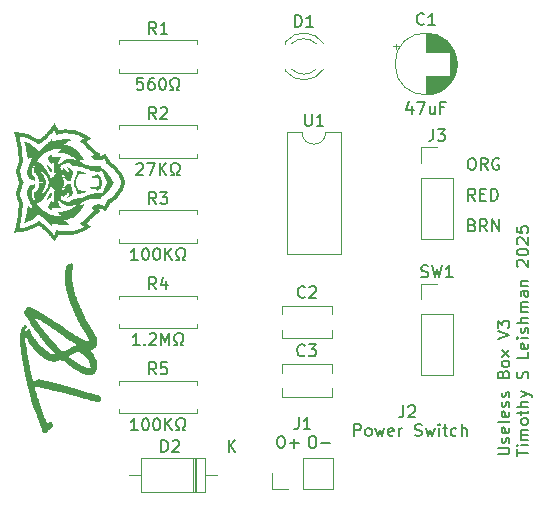
<source format=gto>
G04 #@! TF.GenerationSoftware,KiCad,Pcbnew,7.0.11-rc3*
G04 #@! TF.CreationDate,2024-12-20T13:56:10-07:00*
G04 #@! TF.ProjectId,UselessBox V2,5573656c-6573-4734-926f-782056322e6b,2*
G04 #@! TF.SameCoordinates,Original*
G04 #@! TF.FileFunction,Legend,Top*
G04 #@! TF.FilePolarity,Positive*
%FSLAX46Y46*%
G04 Gerber Fmt 4.6, Leading zero omitted, Abs format (unit mm)*
G04 Created by KiCad (PCBNEW 7.0.11-rc3) date 2024-12-20 13:56:10*
%MOMM*%
%LPD*%
G01*
G04 APERTURE LIST*
%ADD10C,0.150000*%
%ADD11C,0.120000*%
G04 APERTURE END LIST*
D10*
X166162819Y-117138220D02*
X166972342Y-117138220D01*
X166972342Y-117138220D02*
X167067580Y-117090601D01*
X167067580Y-117090601D02*
X167115200Y-117042982D01*
X167115200Y-117042982D02*
X167162819Y-116947744D01*
X167162819Y-116947744D02*
X167162819Y-116757268D01*
X167162819Y-116757268D02*
X167115200Y-116662030D01*
X167115200Y-116662030D02*
X167067580Y-116614411D01*
X167067580Y-116614411D02*
X166972342Y-116566792D01*
X166972342Y-116566792D02*
X166162819Y-116566792D01*
X167115200Y-116138220D02*
X167162819Y-116042982D01*
X167162819Y-116042982D02*
X167162819Y-115852506D01*
X167162819Y-115852506D02*
X167115200Y-115757268D01*
X167115200Y-115757268D02*
X167019961Y-115709649D01*
X167019961Y-115709649D02*
X166972342Y-115709649D01*
X166972342Y-115709649D02*
X166877104Y-115757268D01*
X166877104Y-115757268D02*
X166829485Y-115852506D01*
X166829485Y-115852506D02*
X166829485Y-115995363D01*
X166829485Y-115995363D02*
X166781866Y-116090601D01*
X166781866Y-116090601D02*
X166686628Y-116138220D01*
X166686628Y-116138220D02*
X166639009Y-116138220D01*
X166639009Y-116138220D02*
X166543771Y-116090601D01*
X166543771Y-116090601D02*
X166496152Y-115995363D01*
X166496152Y-115995363D02*
X166496152Y-115852506D01*
X166496152Y-115852506D02*
X166543771Y-115757268D01*
X167115200Y-114900125D02*
X167162819Y-114995363D01*
X167162819Y-114995363D02*
X167162819Y-115185839D01*
X167162819Y-115185839D02*
X167115200Y-115281077D01*
X167115200Y-115281077D02*
X167019961Y-115328696D01*
X167019961Y-115328696D02*
X166639009Y-115328696D01*
X166639009Y-115328696D02*
X166543771Y-115281077D01*
X166543771Y-115281077D02*
X166496152Y-115185839D01*
X166496152Y-115185839D02*
X166496152Y-114995363D01*
X166496152Y-114995363D02*
X166543771Y-114900125D01*
X166543771Y-114900125D02*
X166639009Y-114852506D01*
X166639009Y-114852506D02*
X166734247Y-114852506D01*
X166734247Y-114852506D02*
X166829485Y-115328696D01*
X167162819Y-114281077D02*
X167115200Y-114376315D01*
X167115200Y-114376315D02*
X167019961Y-114423934D01*
X167019961Y-114423934D02*
X166162819Y-114423934D01*
X167115200Y-113519172D02*
X167162819Y-113614410D01*
X167162819Y-113614410D02*
X167162819Y-113804886D01*
X167162819Y-113804886D02*
X167115200Y-113900124D01*
X167115200Y-113900124D02*
X167019961Y-113947743D01*
X167019961Y-113947743D02*
X166639009Y-113947743D01*
X166639009Y-113947743D02*
X166543771Y-113900124D01*
X166543771Y-113900124D02*
X166496152Y-113804886D01*
X166496152Y-113804886D02*
X166496152Y-113614410D01*
X166496152Y-113614410D02*
X166543771Y-113519172D01*
X166543771Y-113519172D02*
X166639009Y-113471553D01*
X166639009Y-113471553D02*
X166734247Y-113471553D01*
X166734247Y-113471553D02*
X166829485Y-113947743D01*
X167115200Y-113090600D02*
X167162819Y-112995362D01*
X167162819Y-112995362D02*
X167162819Y-112804886D01*
X167162819Y-112804886D02*
X167115200Y-112709648D01*
X167115200Y-112709648D02*
X167019961Y-112662029D01*
X167019961Y-112662029D02*
X166972342Y-112662029D01*
X166972342Y-112662029D02*
X166877104Y-112709648D01*
X166877104Y-112709648D02*
X166829485Y-112804886D01*
X166829485Y-112804886D02*
X166829485Y-112947743D01*
X166829485Y-112947743D02*
X166781866Y-113042981D01*
X166781866Y-113042981D02*
X166686628Y-113090600D01*
X166686628Y-113090600D02*
X166639009Y-113090600D01*
X166639009Y-113090600D02*
X166543771Y-113042981D01*
X166543771Y-113042981D02*
X166496152Y-112947743D01*
X166496152Y-112947743D02*
X166496152Y-112804886D01*
X166496152Y-112804886D02*
X166543771Y-112709648D01*
X167115200Y-112281076D02*
X167162819Y-112185838D01*
X167162819Y-112185838D02*
X167162819Y-111995362D01*
X167162819Y-111995362D02*
X167115200Y-111900124D01*
X167115200Y-111900124D02*
X167019961Y-111852505D01*
X167019961Y-111852505D02*
X166972342Y-111852505D01*
X166972342Y-111852505D02*
X166877104Y-111900124D01*
X166877104Y-111900124D02*
X166829485Y-111995362D01*
X166829485Y-111995362D02*
X166829485Y-112138219D01*
X166829485Y-112138219D02*
X166781866Y-112233457D01*
X166781866Y-112233457D02*
X166686628Y-112281076D01*
X166686628Y-112281076D02*
X166639009Y-112281076D01*
X166639009Y-112281076D02*
X166543771Y-112233457D01*
X166543771Y-112233457D02*
X166496152Y-112138219D01*
X166496152Y-112138219D02*
X166496152Y-111995362D01*
X166496152Y-111995362D02*
X166543771Y-111900124D01*
X166639009Y-110328695D02*
X166686628Y-110185838D01*
X166686628Y-110185838D02*
X166734247Y-110138219D01*
X166734247Y-110138219D02*
X166829485Y-110090600D01*
X166829485Y-110090600D02*
X166972342Y-110090600D01*
X166972342Y-110090600D02*
X167067580Y-110138219D01*
X167067580Y-110138219D02*
X167115200Y-110185838D01*
X167115200Y-110185838D02*
X167162819Y-110281076D01*
X167162819Y-110281076D02*
X167162819Y-110662028D01*
X167162819Y-110662028D02*
X166162819Y-110662028D01*
X166162819Y-110662028D02*
X166162819Y-110328695D01*
X166162819Y-110328695D02*
X166210438Y-110233457D01*
X166210438Y-110233457D02*
X166258057Y-110185838D01*
X166258057Y-110185838D02*
X166353295Y-110138219D01*
X166353295Y-110138219D02*
X166448533Y-110138219D01*
X166448533Y-110138219D02*
X166543771Y-110185838D01*
X166543771Y-110185838D02*
X166591390Y-110233457D01*
X166591390Y-110233457D02*
X166639009Y-110328695D01*
X166639009Y-110328695D02*
X166639009Y-110662028D01*
X167162819Y-109519171D02*
X167115200Y-109614409D01*
X167115200Y-109614409D02*
X167067580Y-109662028D01*
X167067580Y-109662028D02*
X166972342Y-109709647D01*
X166972342Y-109709647D02*
X166686628Y-109709647D01*
X166686628Y-109709647D02*
X166591390Y-109662028D01*
X166591390Y-109662028D02*
X166543771Y-109614409D01*
X166543771Y-109614409D02*
X166496152Y-109519171D01*
X166496152Y-109519171D02*
X166496152Y-109376314D01*
X166496152Y-109376314D02*
X166543771Y-109281076D01*
X166543771Y-109281076D02*
X166591390Y-109233457D01*
X166591390Y-109233457D02*
X166686628Y-109185838D01*
X166686628Y-109185838D02*
X166972342Y-109185838D01*
X166972342Y-109185838D02*
X167067580Y-109233457D01*
X167067580Y-109233457D02*
X167115200Y-109281076D01*
X167115200Y-109281076D02*
X167162819Y-109376314D01*
X167162819Y-109376314D02*
X167162819Y-109519171D01*
X167162819Y-108852504D02*
X166496152Y-108328695D01*
X166496152Y-108852504D02*
X167162819Y-108328695D01*
X166162819Y-107328694D02*
X167162819Y-106995361D01*
X167162819Y-106995361D02*
X166162819Y-106662028D01*
X166162819Y-106423932D02*
X166162819Y-105804885D01*
X166162819Y-105804885D02*
X166543771Y-106138218D01*
X166543771Y-106138218D02*
X166543771Y-105995361D01*
X166543771Y-105995361D02*
X166591390Y-105900123D01*
X166591390Y-105900123D02*
X166639009Y-105852504D01*
X166639009Y-105852504D02*
X166734247Y-105804885D01*
X166734247Y-105804885D02*
X166972342Y-105804885D01*
X166972342Y-105804885D02*
X167067580Y-105852504D01*
X167067580Y-105852504D02*
X167115200Y-105900123D01*
X167115200Y-105900123D02*
X167162819Y-105995361D01*
X167162819Y-105995361D02*
X167162819Y-106281075D01*
X167162819Y-106281075D02*
X167115200Y-106376313D01*
X167115200Y-106376313D02*
X167067580Y-106423932D01*
X167772819Y-117281077D02*
X167772819Y-116709649D01*
X168772819Y-116995363D02*
X167772819Y-116995363D01*
X168772819Y-116376315D02*
X168106152Y-116376315D01*
X167772819Y-116376315D02*
X167820438Y-116423934D01*
X167820438Y-116423934D02*
X167868057Y-116376315D01*
X167868057Y-116376315D02*
X167820438Y-116328696D01*
X167820438Y-116328696D02*
X167772819Y-116376315D01*
X167772819Y-116376315D02*
X167868057Y-116376315D01*
X168772819Y-115900125D02*
X168106152Y-115900125D01*
X168201390Y-115900125D02*
X168153771Y-115852506D01*
X168153771Y-115852506D02*
X168106152Y-115757268D01*
X168106152Y-115757268D02*
X168106152Y-115614411D01*
X168106152Y-115614411D02*
X168153771Y-115519173D01*
X168153771Y-115519173D02*
X168249009Y-115471554D01*
X168249009Y-115471554D02*
X168772819Y-115471554D01*
X168249009Y-115471554D02*
X168153771Y-115423935D01*
X168153771Y-115423935D02*
X168106152Y-115328697D01*
X168106152Y-115328697D02*
X168106152Y-115185840D01*
X168106152Y-115185840D02*
X168153771Y-115090601D01*
X168153771Y-115090601D02*
X168249009Y-115042982D01*
X168249009Y-115042982D02*
X168772819Y-115042982D01*
X168772819Y-114423935D02*
X168725200Y-114519173D01*
X168725200Y-114519173D02*
X168677580Y-114566792D01*
X168677580Y-114566792D02*
X168582342Y-114614411D01*
X168582342Y-114614411D02*
X168296628Y-114614411D01*
X168296628Y-114614411D02*
X168201390Y-114566792D01*
X168201390Y-114566792D02*
X168153771Y-114519173D01*
X168153771Y-114519173D02*
X168106152Y-114423935D01*
X168106152Y-114423935D02*
X168106152Y-114281078D01*
X168106152Y-114281078D02*
X168153771Y-114185840D01*
X168153771Y-114185840D02*
X168201390Y-114138221D01*
X168201390Y-114138221D02*
X168296628Y-114090602D01*
X168296628Y-114090602D02*
X168582342Y-114090602D01*
X168582342Y-114090602D02*
X168677580Y-114138221D01*
X168677580Y-114138221D02*
X168725200Y-114185840D01*
X168725200Y-114185840D02*
X168772819Y-114281078D01*
X168772819Y-114281078D02*
X168772819Y-114423935D01*
X168106152Y-113804887D02*
X168106152Y-113423935D01*
X167772819Y-113662030D02*
X168629961Y-113662030D01*
X168629961Y-113662030D02*
X168725200Y-113614411D01*
X168725200Y-113614411D02*
X168772819Y-113519173D01*
X168772819Y-113519173D02*
X168772819Y-113423935D01*
X168772819Y-113090601D02*
X167772819Y-113090601D01*
X168772819Y-112662030D02*
X168249009Y-112662030D01*
X168249009Y-112662030D02*
X168153771Y-112709649D01*
X168153771Y-112709649D02*
X168106152Y-112804887D01*
X168106152Y-112804887D02*
X168106152Y-112947744D01*
X168106152Y-112947744D02*
X168153771Y-113042982D01*
X168153771Y-113042982D02*
X168201390Y-113090601D01*
X168106152Y-112281077D02*
X168772819Y-112042982D01*
X168106152Y-111804887D02*
X168772819Y-112042982D01*
X168772819Y-112042982D02*
X169010914Y-112138220D01*
X169010914Y-112138220D02*
X169058533Y-112185839D01*
X169058533Y-112185839D02*
X169106152Y-112281077D01*
X168725200Y-110709648D02*
X168772819Y-110566791D01*
X168772819Y-110566791D02*
X168772819Y-110328696D01*
X168772819Y-110328696D02*
X168725200Y-110233458D01*
X168725200Y-110233458D02*
X168677580Y-110185839D01*
X168677580Y-110185839D02*
X168582342Y-110138220D01*
X168582342Y-110138220D02*
X168487104Y-110138220D01*
X168487104Y-110138220D02*
X168391866Y-110185839D01*
X168391866Y-110185839D02*
X168344247Y-110233458D01*
X168344247Y-110233458D02*
X168296628Y-110328696D01*
X168296628Y-110328696D02*
X168249009Y-110519172D01*
X168249009Y-110519172D02*
X168201390Y-110614410D01*
X168201390Y-110614410D02*
X168153771Y-110662029D01*
X168153771Y-110662029D02*
X168058533Y-110709648D01*
X168058533Y-110709648D02*
X167963295Y-110709648D01*
X167963295Y-110709648D02*
X167868057Y-110662029D01*
X167868057Y-110662029D02*
X167820438Y-110614410D01*
X167820438Y-110614410D02*
X167772819Y-110519172D01*
X167772819Y-110519172D02*
X167772819Y-110281077D01*
X167772819Y-110281077D02*
X167820438Y-110138220D01*
X168772819Y-108471553D02*
X168772819Y-108947743D01*
X168772819Y-108947743D02*
X167772819Y-108947743D01*
X168725200Y-107757267D02*
X168772819Y-107852505D01*
X168772819Y-107852505D02*
X168772819Y-108042981D01*
X168772819Y-108042981D02*
X168725200Y-108138219D01*
X168725200Y-108138219D02*
X168629961Y-108185838D01*
X168629961Y-108185838D02*
X168249009Y-108185838D01*
X168249009Y-108185838D02*
X168153771Y-108138219D01*
X168153771Y-108138219D02*
X168106152Y-108042981D01*
X168106152Y-108042981D02*
X168106152Y-107852505D01*
X168106152Y-107852505D02*
X168153771Y-107757267D01*
X168153771Y-107757267D02*
X168249009Y-107709648D01*
X168249009Y-107709648D02*
X168344247Y-107709648D01*
X168344247Y-107709648D02*
X168439485Y-108185838D01*
X168772819Y-107281076D02*
X168106152Y-107281076D01*
X167772819Y-107281076D02*
X167820438Y-107328695D01*
X167820438Y-107328695D02*
X167868057Y-107281076D01*
X167868057Y-107281076D02*
X167820438Y-107233457D01*
X167820438Y-107233457D02*
X167772819Y-107281076D01*
X167772819Y-107281076D02*
X167868057Y-107281076D01*
X168725200Y-106852505D02*
X168772819Y-106757267D01*
X168772819Y-106757267D02*
X168772819Y-106566791D01*
X168772819Y-106566791D02*
X168725200Y-106471553D01*
X168725200Y-106471553D02*
X168629961Y-106423934D01*
X168629961Y-106423934D02*
X168582342Y-106423934D01*
X168582342Y-106423934D02*
X168487104Y-106471553D01*
X168487104Y-106471553D02*
X168439485Y-106566791D01*
X168439485Y-106566791D02*
X168439485Y-106709648D01*
X168439485Y-106709648D02*
X168391866Y-106804886D01*
X168391866Y-106804886D02*
X168296628Y-106852505D01*
X168296628Y-106852505D02*
X168249009Y-106852505D01*
X168249009Y-106852505D02*
X168153771Y-106804886D01*
X168153771Y-106804886D02*
X168106152Y-106709648D01*
X168106152Y-106709648D02*
X168106152Y-106566791D01*
X168106152Y-106566791D02*
X168153771Y-106471553D01*
X168772819Y-105995362D02*
X167772819Y-105995362D01*
X168772819Y-105566791D02*
X168249009Y-105566791D01*
X168249009Y-105566791D02*
X168153771Y-105614410D01*
X168153771Y-105614410D02*
X168106152Y-105709648D01*
X168106152Y-105709648D02*
X168106152Y-105852505D01*
X168106152Y-105852505D02*
X168153771Y-105947743D01*
X168153771Y-105947743D02*
X168201390Y-105995362D01*
X168772819Y-105090600D02*
X168106152Y-105090600D01*
X168201390Y-105090600D02*
X168153771Y-105042981D01*
X168153771Y-105042981D02*
X168106152Y-104947743D01*
X168106152Y-104947743D02*
X168106152Y-104804886D01*
X168106152Y-104804886D02*
X168153771Y-104709648D01*
X168153771Y-104709648D02*
X168249009Y-104662029D01*
X168249009Y-104662029D02*
X168772819Y-104662029D01*
X168249009Y-104662029D02*
X168153771Y-104614410D01*
X168153771Y-104614410D02*
X168106152Y-104519172D01*
X168106152Y-104519172D02*
X168106152Y-104376315D01*
X168106152Y-104376315D02*
X168153771Y-104281076D01*
X168153771Y-104281076D02*
X168249009Y-104233457D01*
X168249009Y-104233457D02*
X168772819Y-104233457D01*
X168772819Y-103328696D02*
X168249009Y-103328696D01*
X168249009Y-103328696D02*
X168153771Y-103376315D01*
X168153771Y-103376315D02*
X168106152Y-103471553D01*
X168106152Y-103471553D02*
X168106152Y-103662029D01*
X168106152Y-103662029D02*
X168153771Y-103757267D01*
X168725200Y-103328696D02*
X168772819Y-103423934D01*
X168772819Y-103423934D02*
X168772819Y-103662029D01*
X168772819Y-103662029D02*
X168725200Y-103757267D01*
X168725200Y-103757267D02*
X168629961Y-103804886D01*
X168629961Y-103804886D02*
X168534723Y-103804886D01*
X168534723Y-103804886D02*
X168439485Y-103757267D01*
X168439485Y-103757267D02*
X168391866Y-103662029D01*
X168391866Y-103662029D02*
X168391866Y-103423934D01*
X168391866Y-103423934D02*
X168344247Y-103328696D01*
X168106152Y-102852505D02*
X168772819Y-102852505D01*
X168201390Y-102852505D02*
X168153771Y-102804886D01*
X168153771Y-102804886D02*
X168106152Y-102709648D01*
X168106152Y-102709648D02*
X168106152Y-102566791D01*
X168106152Y-102566791D02*
X168153771Y-102471553D01*
X168153771Y-102471553D02*
X168249009Y-102423934D01*
X168249009Y-102423934D02*
X168772819Y-102423934D01*
X167868057Y-101233457D02*
X167820438Y-101185838D01*
X167820438Y-101185838D02*
X167772819Y-101090600D01*
X167772819Y-101090600D02*
X167772819Y-100852505D01*
X167772819Y-100852505D02*
X167820438Y-100757267D01*
X167820438Y-100757267D02*
X167868057Y-100709648D01*
X167868057Y-100709648D02*
X167963295Y-100662029D01*
X167963295Y-100662029D02*
X168058533Y-100662029D01*
X168058533Y-100662029D02*
X168201390Y-100709648D01*
X168201390Y-100709648D02*
X168772819Y-101281076D01*
X168772819Y-101281076D02*
X168772819Y-100662029D01*
X167772819Y-100042981D02*
X167772819Y-99947743D01*
X167772819Y-99947743D02*
X167820438Y-99852505D01*
X167820438Y-99852505D02*
X167868057Y-99804886D01*
X167868057Y-99804886D02*
X167963295Y-99757267D01*
X167963295Y-99757267D02*
X168153771Y-99709648D01*
X168153771Y-99709648D02*
X168391866Y-99709648D01*
X168391866Y-99709648D02*
X168582342Y-99757267D01*
X168582342Y-99757267D02*
X168677580Y-99804886D01*
X168677580Y-99804886D02*
X168725200Y-99852505D01*
X168725200Y-99852505D02*
X168772819Y-99947743D01*
X168772819Y-99947743D02*
X168772819Y-100042981D01*
X168772819Y-100042981D02*
X168725200Y-100138219D01*
X168725200Y-100138219D02*
X168677580Y-100185838D01*
X168677580Y-100185838D02*
X168582342Y-100233457D01*
X168582342Y-100233457D02*
X168391866Y-100281076D01*
X168391866Y-100281076D02*
X168153771Y-100281076D01*
X168153771Y-100281076D02*
X167963295Y-100233457D01*
X167963295Y-100233457D02*
X167868057Y-100185838D01*
X167868057Y-100185838D02*
X167820438Y-100138219D01*
X167820438Y-100138219D02*
X167772819Y-100042981D01*
X167868057Y-99328695D02*
X167820438Y-99281076D01*
X167820438Y-99281076D02*
X167772819Y-99185838D01*
X167772819Y-99185838D02*
X167772819Y-98947743D01*
X167772819Y-98947743D02*
X167820438Y-98852505D01*
X167820438Y-98852505D02*
X167868057Y-98804886D01*
X167868057Y-98804886D02*
X167963295Y-98757267D01*
X167963295Y-98757267D02*
X168058533Y-98757267D01*
X168058533Y-98757267D02*
X168201390Y-98804886D01*
X168201390Y-98804886D02*
X168772819Y-99376314D01*
X168772819Y-99376314D02*
X168772819Y-98757267D01*
X167772819Y-97852505D02*
X167772819Y-98328695D01*
X167772819Y-98328695D02*
X168249009Y-98376314D01*
X168249009Y-98376314D02*
X168201390Y-98328695D01*
X168201390Y-98328695D02*
X168153771Y-98233457D01*
X168153771Y-98233457D02*
X168153771Y-97995362D01*
X168153771Y-97995362D02*
X168201390Y-97900124D01*
X168201390Y-97900124D02*
X168249009Y-97852505D01*
X168249009Y-97852505D02*
X168344247Y-97804886D01*
X168344247Y-97804886D02*
X168582342Y-97804886D01*
X168582342Y-97804886D02*
X168677580Y-97852505D01*
X168677580Y-97852505D02*
X168725200Y-97900124D01*
X168725200Y-97900124D02*
X168772819Y-97995362D01*
X168772819Y-97995362D02*
X168772819Y-98233457D01*
X168772819Y-98233457D02*
X168725200Y-98328695D01*
X168725200Y-98328695D02*
X168677580Y-98376314D01*
X154006779Y-115566819D02*
X154006779Y-114566819D01*
X154006779Y-114566819D02*
X154387731Y-114566819D01*
X154387731Y-114566819D02*
X154482969Y-114614438D01*
X154482969Y-114614438D02*
X154530588Y-114662057D01*
X154530588Y-114662057D02*
X154578207Y-114757295D01*
X154578207Y-114757295D02*
X154578207Y-114900152D01*
X154578207Y-114900152D02*
X154530588Y-114995390D01*
X154530588Y-114995390D02*
X154482969Y-115043009D01*
X154482969Y-115043009D02*
X154387731Y-115090628D01*
X154387731Y-115090628D02*
X154006779Y-115090628D01*
X155149636Y-115566819D02*
X155054398Y-115519200D01*
X155054398Y-115519200D02*
X155006779Y-115471580D01*
X155006779Y-115471580D02*
X154959160Y-115376342D01*
X154959160Y-115376342D02*
X154959160Y-115090628D01*
X154959160Y-115090628D02*
X155006779Y-114995390D01*
X155006779Y-114995390D02*
X155054398Y-114947771D01*
X155054398Y-114947771D02*
X155149636Y-114900152D01*
X155149636Y-114900152D02*
X155292493Y-114900152D01*
X155292493Y-114900152D02*
X155387731Y-114947771D01*
X155387731Y-114947771D02*
X155435350Y-114995390D01*
X155435350Y-114995390D02*
X155482969Y-115090628D01*
X155482969Y-115090628D02*
X155482969Y-115376342D01*
X155482969Y-115376342D02*
X155435350Y-115471580D01*
X155435350Y-115471580D02*
X155387731Y-115519200D01*
X155387731Y-115519200D02*
X155292493Y-115566819D01*
X155292493Y-115566819D02*
X155149636Y-115566819D01*
X155816303Y-114900152D02*
X156006779Y-115566819D01*
X156006779Y-115566819D02*
X156197255Y-115090628D01*
X156197255Y-115090628D02*
X156387731Y-115566819D01*
X156387731Y-115566819D02*
X156578207Y-114900152D01*
X157340112Y-115519200D02*
X157244874Y-115566819D01*
X157244874Y-115566819D02*
X157054398Y-115566819D01*
X157054398Y-115566819D02*
X156959160Y-115519200D01*
X156959160Y-115519200D02*
X156911541Y-115423961D01*
X156911541Y-115423961D02*
X156911541Y-115043009D01*
X156911541Y-115043009D02*
X156959160Y-114947771D01*
X156959160Y-114947771D02*
X157054398Y-114900152D01*
X157054398Y-114900152D02*
X157244874Y-114900152D01*
X157244874Y-114900152D02*
X157340112Y-114947771D01*
X157340112Y-114947771D02*
X157387731Y-115043009D01*
X157387731Y-115043009D02*
X157387731Y-115138247D01*
X157387731Y-115138247D02*
X156911541Y-115233485D01*
X157816303Y-115566819D02*
X157816303Y-114900152D01*
X157816303Y-115090628D02*
X157863922Y-114995390D01*
X157863922Y-114995390D02*
X157911541Y-114947771D01*
X157911541Y-114947771D02*
X158006779Y-114900152D01*
X158006779Y-114900152D02*
X158102017Y-114900152D01*
X159149637Y-115519200D02*
X159292494Y-115566819D01*
X159292494Y-115566819D02*
X159530589Y-115566819D01*
X159530589Y-115566819D02*
X159625827Y-115519200D01*
X159625827Y-115519200D02*
X159673446Y-115471580D01*
X159673446Y-115471580D02*
X159721065Y-115376342D01*
X159721065Y-115376342D02*
X159721065Y-115281104D01*
X159721065Y-115281104D02*
X159673446Y-115185866D01*
X159673446Y-115185866D02*
X159625827Y-115138247D01*
X159625827Y-115138247D02*
X159530589Y-115090628D01*
X159530589Y-115090628D02*
X159340113Y-115043009D01*
X159340113Y-115043009D02*
X159244875Y-114995390D01*
X159244875Y-114995390D02*
X159197256Y-114947771D01*
X159197256Y-114947771D02*
X159149637Y-114852533D01*
X159149637Y-114852533D02*
X159149637Y-114757295D01*
X159149637Y-114757295D02*
X159197256Y-114662057D01*
X159197256Y-114662057D02*
X159244875Y-114614438D01*
X159244875Y-114614438D02*
X159340113Y-114566819D01*
X159340113Y-114566819D02*
X159578208Y-114566819D01*
X159578208Y-114566819D02*
X159721065Y-114614438D01*
X160054399Y-114900152D02*
X160244875Y-115566819D01*
X160244875Y-115566819D02*
X160435351Y-115090628D01*
X160435351Y-115090628D02*
X160625827Y-115566819D01*
X160625827Y-115566819D02*
X160816303Y-114900152D01*
X161197256Y-115566819D02*
X161197256Y-114900152D01*
X161197256Y-114566819D02*
X161149637Y-114614438D01*
X161149637Y-114614438D02*
X161197256Y-114662057D01*
X161197256Y-114662057D02*
X161244875Y-114614438D01*
X161244875Y-114614438D02*
X161197256Y-114566819D01*
X161197256Y-114566819D02*
X161197256Y-114662057D01*
X161530589Y-114900152D02*
X161911541Y-114900152D01*
X161673446Y-114566819D02*
X161673446Y-115423961D01*
X161673446Y-115423961D02*
X161721065Y-115519200D01*
X161721065Y-115519200D02*
X161816303Y-115566819D01*
X161816303Y-115566819D02*
X161911541Y-115566819D01*
X162673446Y-115519200D02*
X162578208Y-115566819D01*
X162578208Y-115566819D02*
X162387732Y-115566819D01*
X162387732Y-115566819D02*
X162292494Y-115519200D01*
X162292494Y-115519200D02*
X162244875Y-115471580D01*
X162244875Y-115471580D02*
X162197256Y-115376342D01*
X162197256Y-115376342D02*
X162197256Y-115090628D01*
X162197256Y-115090628D02*
X162244875Y-114995390D01*
X162244875Y-114995390D02*
X162292494Y-114947771D01*
X162292494Y-114947771D02*
X162387732Y-114900152D01*
X162387732Y-114900152D02*
X162578208Y-114900152D01*
X162578208Y-114900152D02*
X162673446Y-114947771D01*
X163102018Y-115566819D02*
X163102018Y-114566819D01*
X163530589Y-115566819D02*
X163530589Y-115043009D01*
X163530589Y-115043009D02*
X163482970Y-114947771D01*
X163482970Y-114947771D02*
X163387732Y-114900152D01*
X163387732Y-114900152D02*
X163244875Y-114900152D01*
X163244875Y-114900152D02*
X163149637Y-114947771D01*
X163149637Y-114947771D02*
X163102018Y-114995390D01*
X150387255Y-115582819D02*
X150577731Y-115582819D01*
X150577731Y-115582819D02*
X150672969Y-115630438D01*
X150672969Y-115630438D02*
X150768207Y-115725676D01*
X150768207Y-115725676D02*
X150815826Y-115916152D01*
X150815826Y-115916152D02*
X150815826Y-116249485D01*
X150815826Y-116249485D02*
X150768207Y-116439961D01*
X150768207Y-116439961D02*
X150672969Y-116535200D01*
X150672969Y-116535200D02*
X150577731Y-116582819D01*
X150577731Y-116582819D02*
X150387255Y-116582819D01*
X150387255Y-116582819D02*
X150292017Y-116535200D01*
X150292017Y-116535200D02*
X150196779Y-116439961D01*
X150196779Y-116439961D02*
X150149160Y-116249485D01*
X150149160Y-116249485D02*
X150149160Y-115916152D01*
X150149160Y-115916152D02*
X150196779Y-115725676D01*
X150196779Y-115725676D02*
X150292017Y-115630438D01*
X150292017Y-115630438D02*
X150387255Y-115582819D01*
X151244398Y-116201866D02*
X152006303Y-116201866D01*
X147720255Y-115582819D02*
X147910731Y-115582819D01*
X147910731Y-115582819D02*
X148005969Y-115630438D01*
X148005969Y-115630438D02*
X148101207Y-115725676D01*
X148101207Y-115725676D02*
X148148826Y-115916152D01*
X148148826Y-115916152D02*
X148148826Y-116249485D01*
X148148826Y-116249485D02*
X148101207Y-116439961D01*
X148101207Y-116439961D02*
X148005969Y-116535200D01*
X148005969Y-116535200D02*
X147910731Y-116582819D01*
X147910731Y-116582819D02*
X147720255Y-116582819D01*
X147720255Y-116582819D02*
X147625017Y-116535200D01*
X147625017Y-116535200D02*
X147529779Y-116439961D01*
X147529779Y-116439961D02*
X147482160Y-116249485D01*
X147482160Y-116249485D02*
X147482160Y-115916152D01*
X147482160Y-115916152D02*
X147529779Y-115725676D01*
X147529779Y-115725676D02*
X147625017Y-115630438D01*
X147625017Y-115630438D02*
X147720255Y-115582819D01*
X148577398Y-116201866D02*
X149339303Y-116201866D01*
X148958350Y-116582819D02*
X148958350Y-115820914D01*
X163877762Y-92037819D02*
X164068238Y-92037819D01*
X164068238Y-92037819D02*
X164163476Y-92085438D01*
X164163476Y-92085438D02*
X164258714Y-92180676D01*
X164258714Y-92180676D02*
X164306333Y-92371152D01*
X164306333Y-92371152D02*
X164306333Y-92704485D01*
X164306333Y-92704485D02*
X164258714Y-92894961D01*
X164258714Y-92894961D02*
X164163476Y-92990200D01*
X164163476Y-92990200D02*
X164068238Y-93037819D01*
X164068238Y-93037819D02*
X163877762Y-93037819D01*
X163877762Y-93037819D02*
X163782524Y-92990200D01*
X163782524Y-92990200D02*
X163687286Y-92894961D01*
X163687286Y-92894961D02*
X163639667Y-92704485D01*
X163639667Y-92704485D02*
X163639667Y-92371152D01*
X163639667Y-92371152D02*
X163687286Y-92180676D01*
X163687286Y-92180676D02*
X163782524Y-92085438D01*
X163782524Y-92085438D02*
X163877762Y-92037819D01*
X165306333Y-93037819D02*
X164973000Y-92561628D01*
X164734905Y-93037819D02*
X164734905Y-92037819D01*
X164734905Y-92037819D02*
X165115857Y-92037819D01*
X165115857Y-92037819D02*
X165211095Y-92085438D01*
X165211095Y-92085438D02*
X165258714Y-92133057D01*
X165258714Y-92133057D02*
X165306333Y-92228295D01*
X165306333Y-92228295D02*
X165306333Y-92371152D01*
X165306333Y-92371152D02*
X165258714Y-92466390D01*
X165258714Y-92466390D02*
X165211095Y-92514009D01*
X165211095Y-92514009D02*
X165115857Y-92561628D01*
X165115857Y-92561628D02*
X164734905Y-92561628D01*
X166258714Y-92085438D02*
X166163476Y-92037819D01*
X166163476Y-92037819D02*
X166020619Y-92037819D01*
X166020619Y-92037819D02*
X165877762Y-92085438D01*
X165877762Y-92085438D02*
X165782524Y-92180676D01*
X165782524Y-92180676D02*
X165734905Y-92275914D01*
X165734905Y-92275914D02*
X165687286Y-92466390D01*
X165687286Y-92466390D02*
X165687286Y-92609247D01*
X165687286Y-92609247D02*
X165734905Y-92799723D01*
X165734905Y-92799723D02*
X165782524Y-92894961D01*
X165782524Y-92894961D02*
X165877762Y-92990200D01*
X165877762Y-92990200D02*
X166020619Y-93037819D01*
X166020619Y-93037819D02*
X166115857Y-93037819D01*
X166115857Y-93037819D02*
X166258714Y-92990200D01*
X166258714Y-92990200D02*
X166306333Y-92942580D01*
X166306333Y-92942580D02*
X166306333Y-92609247D01*
X166306333Y-92609247D02*
X166115857Y-92609247D01*
X164258714Y-95641319D02*
X163925381Y-95165128D01*
X163687286Y-95641319D02*
X163687286Y-94641319D01*
X163687286Y-94641319D02*
X164068238Y-94641319D01*
X164068238Y-94641319D02*
X164163476Y-94688938D01*
X164163476Y-94688938D02*
X164211095Y-94736557D01*
X164211095Y-94736557D02*
X164258714Y-94831795D01*
X164258714Y-94831795D02*
X164258714Y-94974652D01*
X164258714Y-94974652D02*
X164211095Y-95069890D01*
X164211095Y-95069890D02*
X164163476Y-95117509D01*
X164163476Y-95117509D02*
X164068238Y-95165128D01*
X164068238Y-95165128D02*
X163687286Y-95165128D01*
X164687286Y-95117509D02*
X165020619Y-95117509D01*
X165163476Y-95641319D02*
X164687286Y-95641319D01*
X164687286Y-95641319D02*
X164687286Y-94641319D01*
X164687286Y-94641319D02*
X165163476Y-94641319D01*
X165592048Y-95641319D02*
X165592048Y-94641319D01*
X165592048Y-94641319D02*
X165830143Y-94641319D01*
X165830143Y-94641319D02*
X165973000Y-94688938D01*
X165973000Y-94688938D02*
X166068238Y-94784176D01*
X166068238Y-94784176D02*
X166115857Y-94879414D01*
X166115857Y-94879414D02*
X166163476Y-95069890D01*
X166163476Y-95069890D02*
X166163476Y-95212747D01*
X166163476Y-95212747D02*
X166115857Y-95403223D01*
X166115857Y-95403223D02*
X166068238Y-95498461D01*
X166068238Y-95498461D02*
X165973000Y-95593700D01*
X165973000Y-95593700D02*
X165830143Y-95641319D01*
X165830143Y-95641319D02*
X165592048Y-95641319D01*
X164020619Y-97721009D02*
X164163476Y-97768628D01*
X164163476Y-97768628D02*
X164211095Y-97816247D01*
X164211095Y-97816247D02*
X164258714Y-97911485D01*
X164258714Y-97911485D02*
X164258714Y-98054342D01*
X164258714Y-98054342D02*
X164211095Y-98149580D01*
X164211095Y-98149580D02*
X164163476Y-98197200D01*
X164163476Y-98197200D02*
X164068238Y-98244819D01*
X164068238Y-98244819D02*
X163687286Y-98244819D01*
X163687286Y-98244819D02*
X163687286Y-97244819D01*
X163687286Y-97244819D02*
X164020619Y-97244819D01*
X164020619Y-97244819D02*
X164115857Y-97292438D01*
X164115857Y-97292438D02*
X164163476Y-97340057D01*
X164163476Y-97340057D02*
X164211095Y-97435295D01*
X164211095Y-97435295D02*
X164211095Y-97530533D01*
X164211095Y-97530533D02*
X164163476Y-97625771D01*
X164163476Y-97625771D02*
X164115857Y-97673390D01*
X164115857Y-97673390D02*
X164020619Y-97721009D01*
X164020619Y-97721009D02*
X163687286Y-97721009D01*
X165258714Y-98244819D02*
X164925381Y-97768628D01*
X164687286Y-98244819D02*
X164687286Y-97244819D01*
X164687286Y-97244819D02*
X165068238Y-97244819D01*
X165068238Y-97244819D02*
X165163476Y-97292438D01*
X165163476Y-97292438D02*
X165211095Y-97340057D01*
X165211095Y-97340057D02*
X165258714Y-97435295D01*
X165258714Y-97435295D02*
X165258714Y-97578152D01*
X165258714Y-97578152D02*
X165211095Y-97673390D01*
X165211095Y-97673390D02*
X165163476Y-97721009D01*
X165163476Y-97721009D02*
X165068238Y-97768628D01*
X165068238Y-97768628D02*
X164687286Y-97768628D01*
X165687286Y-98244819D02*
X165687286Y-97244819D01*
X165687286Y-97244819D02*
X166258714Y-98244819D01*
X166258714Y-98244819D02*
X166258714Y-97244819D01*
X158184666Y-112992819D02*
X158184666Y-113707104D01*
X158184666Y-113707104D02*
X158137047Y-113849961D01*
X158137047Y-113849961D02*
X158041809Y-113945200D01*
X158041809Y-113945200D02*
X157898952Y-113992819D01*
X157898952Y-113992819D02*
X157803714Y-113992819D01*
X158613238Y-113088057D02*
X158660857Y-113040438D01*
X158660857Y-113040438D02*
X158756095Y-112992819D01*
X158756095Y-112992819D02*
X158994190Y-112992819D01*
X158994190Y-112992819D02*
X159089428Y-113040438D01*
X159089428Y-113040438D02*
X159137047Y-113088057D01*
X159137047Y-113088057D02*
X159184666Y-113183295D01*
X159184666Y-113183295D02*
X159184666Y-113278533D01*
X159184666Y-113278533D02*
X159137047Y-113421390D01*
X159137047Y-113421390D02*
X158565619Y-113992819D01*
X158565619Y-113992819D02*
X159184666Y-113992819D01*
X149845095Y-88320819D02*
X149845095Y-89130342D01*
X149845095Y-89130342D02*
X149892714Y-89225580D01*
X149892714Y-89225580D02*
X149940333Y-89273200D01*
X149940333Y-89273200D02*
X150035571Y-89320819D01*
X150035571Y-89320819D02*
X150226047Y-89320819D01*
X150226047Y-89320819D02*
X150321285Y-89273200D01*
X150321285Y-89273200D02*
X150368904Y-89225580D01*
X150368904Y-89225580D02*
X150416523Y-89130342D01*
X150416523Y-89130342D02*
X150416523Y-88320819D01*
X151416523Y-89320819D02*
X150845095Y-89320819D01*
X151130809Y-89320819D02*
X151130809Y-88320819D01*
X151130809Y-88320819D02*
X151035571Y-88463676D01*
X151035571Y-88463676D02*
X150940333Y-88558914D01*
X150940333Y-88558914D02*
X150845095Y-88606533D01*
X159702667Y-102090200D02*
X159845524Y-102137819D01*
X159845524Y-102137819D02*
X160083619Y-102137819D01*
X160083619Y-102137819D02*
X160178857Y-102090200D01*
X160178857Y-102090200D02*
X160226476Y-102042580D01*
X160226476Y-102042580D02*
X160274095Y-101947342D01*
X160274095Y-101947342D02*
X160274095Y-101852104D01*
X160274095Y-101852104D02*
X160226476Y-101756866D01*
X160226476Y-101756866D02*
X160178857Y-101709247D01*
X160178857Y-101709247D02*
X160083619Y-101661628D01*
X160083619Y-101661628D02*
X159893143Y-101614009D01*
X159893143Y-101614009D02*
X159797905Y-101566390D01*
X159797905Y-101566390D02*
X159750286Y-101518771D01*
X159750286Y-101518771D02*
X159702667Y-101423533D01*
X159702667Y-101423533D02*
X159702667Y-101328295D01*
X159702667Y-101328295D02*
X159750286Y-101233057D01*
X159750286Y-101233057D02*
X159797905Y-101185438D01*
X159797905Y-101185438D02*
X159893143Y-101137819D01*
X159893143Y-101137819D02*
X160131238Y-101137819D01*
X160131238Y-101137819D02*
X160274095Y-101185438D01*
X160607429Y-101137819D02*
X160845524Y-102137819D01*
X160845524Y-102137819D02*
X161036000Y-101423533D01*
X161036000Y-101423533D02*
X161226476Y-102137819D01*
X161226476Y-102137819D02*
X161464572Y-101137819D01*
X162369333Y-102137819D02*
X161797905Y-102137819D01*
X162083619Y-102137819D02*
X162083619Y-101137819D01*
X162083619Y-101137819D02*
X161988381Y-101280676D01*
X161988381Y-101280676D02*
X161893143Y-101375914D01*
X161893143Y-101375914D02*
X161797905Y-101423533D01*
X137247333Y-110352819D02*
X136914000Y-109876628D01*
X136675905Y-110352819D02*
X136675905Y-109352819D01*
X136675905Y-109352819D02*
X137056857Y-109352819D01*
X137056857Y-109352819D02*
X137152095Y-109400438D01*
X137152095Y-109400438D02*
X137199714Y-109448057D01*
X137199714Y-109448057D02*
X137247333Y-109543295D01*
X137247333Y-109543295D02*
X137247333Y-109686152D01*
X137247333Y-109686152D02*
X137199714Y-109781390D01*
X137199714Y-109781390D02*
X137152095Y-109829009D01*
X137152095Y-109829009D02*
X137056857Y-109876628D01*
X137056857Y-109876628D02*
X136675905Y-109876628D01*
X138152095Y-109352819D02*
X137675905Y-109352819D01*
X137675905Y-109352819D02*
X137628286Y-109829009D01*
X137628286Y-109829009D02*
X137675905Y-109781390D01*
X137675905Y-109781390D02*
X137771143Y-109733771D01*
X137771143Y-109733771D02*
X138009238Y-109733771D01*
X138009238Y-109733771D02*
X138104476Y-109781390D01*
X138104476Y-109781390D02*
X138152095Y-109829009D01*
X138152095Y-109829009D02*
X138199714Y-109924247D01*
X138199714Y-109924247D02*
X138199714Y-110162342D01*
X138199714Y-110162342D02*
X138152095Y-110257580D01*
X138152095Y-110257580D02*
X138104476Y-110305200D01*
X138104476Y-110305200D02*
X138009238Y-110352819D01*
X138009238Y-110352819D02*
X137771143Y-110352819D01*
X137771143Y-110352819D02*
X137675905Y-110305200D01*
X137675905Y-110305200D02*
X137628286Y-110257580D01*
X135675904Y-115092819D02*
X135104476Y-115092819D01*
X135390190Y-115092819D02*
X135390190Y-114092819D01*
X135390190Y-114092819D02*
X135294952Y-114235676D01*
X135294952Y-114235676D02*
X135199714Y-114330914D01*
X135199714Y-114330914D02*
X135104476Y-114378533D01*
X136294952Y-114092819D02*
X136390190Y-114092819D01*
X136390190Y-114092819D02*
X136485428Y-114140438D01*
X136485428Y-114140438D02*
X136533047Y-114188057D01*
X136533047Y-114188057D02*
X136580666Y-114283295D01*
X136580666Y-114283295D02*
X136628285Y-114473771D01*
X136628285Y-114473771D02*
X136628285Y-114711866D01*
X136628285Y-114711866D02*
X136580666Y-114902342D01*
X136580666Y-114902342D02*
X136533047Y-114997580D01*
X136533047Y-114997580D02*
X136485428Y-115045200D01*
X136485428Y-115045200D02*
X136390190Y-115092819D01*
X136390190Y-115092819D02*
X136294952Y-115092819D01*
X136294952Y-115092819D02*
X136199714Y-115045200D01*
X136199714Y-115045200D02*
X136152095Y-114997580D01*
X136152095Y-114997580D02*
X136104476Y-114902342D01*
X136104476Y-114902342D02*
X136056857Y-114711866D01*
X136056857Y-114711866D02*
X136056857Y-114473771D01*
X136056857Y-114473771D02*
X136104476Y-114283295D01*
X136104476Y-114283295D02*
X136152095Y-114188057D01*
X136152095Y-114188057D02*
X136199714Y-114140438D01*
X136199714Y-114140438D02*
X136294952Y-114092819D01*
X137247333Y-114092819D02*
X137342571Y-114092819D01*
X137342571Y-114092819D02*
X137437809Y-114140438D01*
X137437809Y-114140438D02*
X137485428Y-114188057D01*
X137485428Y-114188057D02*
X137533047Y-114283295D01*
X137533047Y-114283295D02*
X137580666Y-114473771D01*
X137580666Y-114473771D02*
X137580666Y-114711866D01*
X137580666Y-114711866D02*
X137533047Y-114902342D01*
X137533047Y-114902342D02*
X137485428Y-114997580D01*
X137485428Y-114997580D02*
X137437809Y-115045200D01*
X137437809Y-115045200D02*
X137342571Y-115092819D01*
X137342571Y-115092819D02*
X137247333Y-115092819D01*
X137247333Y-115092819D02*
X137152095Y-115045200D01*
X137152095Y-115045200D02*
X137104476Y-114997580D01*
X137104476Y-114997580D02*
X137056857Y-114902342D01*
X137056857Y-114902342D02*
X137009238Y-114711866D01*
X137009238Y-114711866D02*
X137009238Y-114473771D01*
X137009238Y-114473771D02*
X137056857Y-114283295D01*
X137056857Y-114283295D02*
X137104476Y-114188057D01*
X137104476Y-114188057D02*
X137152095Y-114140438D01*
X137152095Y-114140438D02*
X137247333Y-114092819D01*
X138009238Y-115092819D02*
X138009238Y-114092819D01*
X138580666Y-115092819D02*
X138152095Y-114521390D01*
X138580666Y-114092819D02*
X138009238Y-114664247D01*
X138961619Y-115092819D02*
X139199714Y-115092819D01*
X139199714Y-115092819D02*
X139199714Y-114902342D01*
X139199714Y-114902342D02*
X139104476Y-114854723D01*
X139104476Y-114854723D02*
X139009238Y-114759485D01*
X139009238Y-114759485D02*
X138961619Y-114616628D01*
X138961619Y-114616628D02*
X138961619Y-114378533D01*
X138961619Y-114378533D02*
X139009238Y-114235676D01*
X139009238Y-114235676D02*
X139104476Y-114140438D01*
X139104476Y-114140438D02*
X139247333Y-114092819D01*
X139247333Y-114092819D02*
X139437809Y-114092819D01*
X139437809Y-114092819D02*
X139580666Y-114140438D01*
X139580666Y-114140438D02*
X139675904Y-114235676D01*
X139675904Y-114235676D02*
X139723523Y-114378533D01*
X139723523Y-114378533D02*
X139723523Y-114616628D01*
X139723523Y-114616628D02*
X139675904Y-114759485D01*
X139675904Y-114759485D02*
X139580666Y-114854723D01*
X139580666Y-114854723D02*
X139485428Y-114902342D01*
X139485428Y-114902342D02*
X139485428Y-115092819D01*
X139485428Y-115092819D02*
X139723523Y-115092819D01*
X137247333Y-103145569D02*
X136914000Y-102669378D01*
X136675905Y-103145569D02*
X136675905Y-102145569D01*
X136675905Y-102145569D02*
X137056857Y-102145569D01*
X137056857Y-102145569D02*
X137152095Y-102193188D01*
X137152095Y-102193188D02*
X137199714Y-102240807D01*
X137199714Y-102240807D02*
X137247333Y-102336045D01*
X137247333Y-102336045D02*
X137247333Y-102478902D01*
X137247333Y-102478902D02*
X137199714Y-102574140D01*
X137199714Y-102574140D02*
X137152095Y-102621759D01*
X137152095Y-102621759D02*
X137056857Y-102669378D01*
X137056857Y-102669378D02*
X136675905Y-102669378D01*
X138104476Y-102478902D02*
X138104476Y-103145569D01*
X137866381Y-102097950D02*
X137628286Y-102812235D01*
X137628286Y-102812235D02*
X138247333Y-102812235D01*
X135842571Y-107885569D02*
X135271143Y-107885569D01*
X135556857Y-107885569D02*
X135556857Y-106885569D01*
X135556857Y-106885569D02*
X135461619Y-107028426D01*
X135461619Y-107028426D02*
X135366381Y-107123664D01*
X135366381Y-107123664D02*
X135271143Y-107171283D01*
X136271143Y-107790330D02*
X136318762Y-107837950D01*
X136318762Y-107837950D02*
X136271143Y-107885569D01*
X136271143Y-107885569D02*
X136223524Y-107837950D01*
X136223524Y-107837950D02*
X136271143Y-107790330D01*
X136271143Y-107790330D02*
X136271143Y-107885569D01*
X136699714Y-106980807D02*
X136747333Y-106933188D01*
X136747333Y-106933188D02*
X136842571Y-106885569D01*
X136842571Y-106885569D02*
X137080666Y-106885569D01*
X137080666Y-106885569D02*
X137175904Y-106933188D01*
X137175904Y-106933188D02*
X137223523Y-106980807D01*
X137223523Y-106980807D02*
X137271142Y-107076045D01*
X137271142Y-107076045D02*
X137271142Y-107171283D01*
X137271142Y-107171283D02*
X137223523Y-107314140D01*
X137223523Y-107314140D02*
X136652095Y-107885569D01*
X136652095Y-107885569D02*
X137271142Y-107885569D01*
X137699714Y-107885569D02*
X137699714Y-106885569D01*
X137699714Y-106885569D02*
X138033047Y-107599854D01*
X138033047Y-107599854D02*
X138366380Y-106885569D01*
X138366380Y-106885569D02*
X138366380Y-107885569D01*
X138794952Y-107885569D02*
X139033047Y-107885569D01*
X139033047Y-107885569D02*
X139033047Y-107695092D01*
X139033047Y-107695092D02*
X138937809Y-107647473D01*
X138937809Y-107647473D02*
X138842571Y-107552235D01*
X138842571Y-107552235D02*
X138794952Y-107409378D01*
X138794952Y-107409378D02*
X138794952Y-107171283D01*
X138794952Y-107171283D02*
X138842571Y-107028426D01*
X138842571Y-107028426D02*
X138937809Y-106933188D01*
X138937809Y-106933188D02*
X139080666Y-106885569D01*
X139080666Y-106885569D02*
X139271142Y-106885569D01*
X139271142Y-106885569D02*
X139413999Y-106933188D01*
X139413999Y-106933188D02*
X139509237Y-107028426D01*
X139509237Y-107028426D02*
X139556856Y-107171283D01*
X139556856Y-107171283D02*
X139556856Y-107409378D01*
X139556856Y-107409378D02*
X139509237Y-107552235D01*
X139509237Y-107552235D02*
X139413999Y-107647473D01*
X139413999Y-107647473D02*
X139318761Y-107695092D01*
X139318761Y-107695092D02*
X139318761Y-107885569D01*
X139318761Y-107885569D02*
X139556856Y-107885569D01*
X137247333Y-95938319D02*
X136914000Y-95462128D01*
X136675905Y-95938319D02*
X136675905Y-94938319D01*
X136675905Y-94938319D02*
X137056857Y-94938319D01*
X137056857Y-94938319D02*
X137152095Y-94985938D01*
X137152095Y-94985938D02*
X137199714Y-95033557D01*
X137199714Y-95033557D02*
X137247333Y-95128795D01*
X137247333Y-95128795D02*
X137247333Y-95271652D01*
X137247333Y-95271652D02*
X137199714Y-95366890D01*
X137199714Y-95366890D02*
X137152095Y-95414509D01*
X137152095Y-95414509D02*
X137056857Y-95462128D01*
X137056857Y-95462128D02*
X136675905Y-95462128D01*
X137580667Y-94938319D02*
X138199714Y-94938319D01*
X138199714Y-94938319D02*
X137866381Y-95319271D01*
X137866381Y-95319271D02*
X138009238Y-95319271D01*
X138009238Y-95319271D02*
X138104476Y-95366890D01*
X138104476Y-95366890D02*
X138152095Y-95414509D01*
X138152095Y-95414509D02*
X138199714Y-95509747D01*
X138199714Y-95509747D02*
X138199714Y-95747842D01*
X138199714Y-95747842D02*
X138152095Y-95843080D01*
X138152095Y-95843080D02*
X138104476Y-95890700D01*
X138104476Y-95890700D02*
X138009238Y-95938319D01*
X138009238Y-95938319D02*
X137723524Y-95938319D01*
X137723524Y-95938319D02*
X137628286Y-95890700D01*
X137628286Y-95890700D02*
X137580667Y-95843080D01*
X135675904Y-100678319D02*
X135104476Y-100678319D01*
X135390190Y-100678319D02*
X135390190Y-99678319D01*
X135390190Y-99678319D02*
X135294952Y-99821176D01*
X135294952Y-99821176D02*
X135199714Y-99916414D01*
X135199714Y-99916414D02*
X135104476Y-99964033D01*
X136294952Y-99678319D02*
X136390190Y-99678319D01*
X136390190Y-99678319D02*
X136485428Y-99725938D01*
X136485428Y-99725938D02*
X136533047Y-99773557D01*
X136533047Y-99773557D02*
X136580666Y-99868795D01*
X136580666Y-99868795D02*
X136628285Y-100059271D01*
X136628285Y-100059271D02*
X136628285Y-100297366D01*
X136628285Y-100297366D02*
X136580666Y-100487842D01*
X136580666Y-100487842D02*
X136533047Y-100583080D01*
X136533047Y-100583080D02*
X136485428Y-100630700D01*
X136485428Y-100630700D02*
X136390190Y-100678319D01*
X136390190Y-100678319D02*
X136294952Y-100678319D01*
X136294952Y-100678319D02*
X136199714Y-100630700D01*
X136199714Y-100630700D02*
X136152095Y-100583080D01*
X136152095Y-100583080D02*
X136104476Y-100487842D01*
X136104476Y-100487842D02*
X136056857Y-100297366D01*
X136056857Y-100297366D02*
X136056857Y-100059271D01*
X136056857Y-100059271D02*
X136104476Y-99868795D01*
X136104476Y-99868795D02*
X136152095Y-99773557D01*
X136152095Y-99773557D02*
X136199714Y-99725938D01*
X136199714Y-99725938D02*
X136294952Y-99678319D01*
X137247333Y-99678319D02*
X137342571Y-99678319D01*
X137342571Y-99678319D02*
X137437809Y-99725938D01*
X137437809Y-99725938D02*
X137485428Y-99773557D01*
X137485428Y-99773557D02*
X137533047Y-99868795D01*
X137533047Y-99868795D02*
X137580666Y-100059271D01*
X137580666Y-100059271D02*
X137580666Y-100297366D01*
X137580666Y-100297366D02*
X137533047Y-100487842D01*
X137533047Y-100487842D02*
X137485428Y-100583080D01*
X137485428Y-100583080D02*
X137437809Y-100630700D01*
X137437809Y-100630700D02*
X137342571Y-100678319D01*
X137342571Y-100678319D02*
X137247333Y-100678319D01*
X137247333Y-100678319D02*
X137152095Y-100630700D01*
X137152095Y-100630700D02*
X137104476Y-100583080D01*
X137104476Y-100583080D02*
X137056857Y-100487842D01*
X137056857Y-100487842D02*
X137009238Y-100297366D01*
X137009238Y-100297366D02*
X137009238Y-100059271D01*
X137009238Y-100059271D02*
X137056857Y-99868795D01*
X137056857Y-99868795D02*
X137104476Y-99773557D01*
X137104476Y-99773557D02*
X137152095Y-99725938D01*
X137152095Y-99725938D02*
X137247333Y-99678319D01*
X138009238Y-100678319D02*
X138009238Y-99678319D01*
X138580666Y-100678319D02*
X138152095Y-100106890D01*
X138580666Y-99678319D02*
X138009238Y-100249747D01*
X138961619Y-100678319D02*
X139199714Y-100678319D01*
X139199714Y-100678319D02*
X139199714Y-100487842D01*
X139199714Y-100487842D02*
X139104476Y-100440223D01*
X139104476Y-100440223D02*
X139009238Y-100344985D01*
X139009238Y-100344985D02*
X138961619Y-100202128D01*
X138961619Y-100202128D02*
X138961619Y-99964033D01*
X138961619Y-99964033D02*
X139009238Y-99821176D01*
X139009238Y-99821176D02*
X139104476Y-99725938D01*
X139104476Y-99725938D02*
X139247333Y-99678319D01*
X139247333Y-99678319D02*
X139437809Y-99678319D01*
X139437809Y-99678319D02*
X139580666Y-99725938D01*
X139580666Y-99725938D02*
X139675904Y-99821176D01*
X139675904Y-99821176D02*
X139723523Y-99964033D01*
X139723523Y-99964033D02*
X139723523Y-100202128D01*
X139723523Y-100202128D02*
X139675904Y-100344985D01*
X139675904Y-100344985D02*
X139580666Y-100440223D01*
X139580666Y-100440223D02*
X139485428Y-100487842D01*
X139485428Y-100487842D02*
X139485428Y-100678319D01*
X139485428Y-100678319D02*
X139723523Y-100678319D01*
X137247333Y-88731069D02*
X136914000Y-88254878D01*
X136675905Y-88731069D02*
X136675905Y-87731069D01*
X136675905Y-87731069D02*
X137056857Y-87731069D01*
X137056857Y-87731069D02*
X137152095Y-87778688D01*
X137152095Y-87778688D02*
X137199714Y-87826307D01*
X137199714Y-87826307D02*
X137247333Y-87921545D01*
X137247333Y-87921545D02*
X137247333Y-88064402D01*
X137247333Y-88064402D02*
X137199714Y-88159640D01*
X137199714Y-88159640D02*
X137152095Y-88207259D01*
X137152095Y-88207259D02*
X137056857Y-88254878D01*
X137056857Y-88254878D02*
X136675905Y-88254878D01*
X137628286Y-87826307D02*
X137675905Y-87778688D01*
X137675905Y-87778688D02*
X137771143Y-87731069D01*
X137771143Y-87731069D02*
X138009238Y-87731069D01*
X138009238Y-87731069D02*
X138104476Y-87778688D01*
X138104476Y-87778688D02*
X138152095Y-87826307D01*
X138152095Y-87826307D02*
X138199714Y-87921545D01*
X138199714Y-87921545D02*
X138199714Y-88016783D01*
X138199714Y-88016783D02*
X138152095Y-88159640D01*
X138152095Y-88159640D02*
X137580667Y-88731069D01*
X137580667Y-88731069D02*
X138199714Y-88731069D01*
X135580667Y-92566307D02*
X135628286Y-92518688D01*
X135628286Y-92518688D02*
X135723524Y-92471069D01*
X135723524Y-92471069D02*
X135961619Y-92471069D01*
X135961619Y-92471069D02*
X136056857Y-92518688D01*
X136056857Y-92518688D02*
X136104476Y-92566307D01*
X136104476Y-92566307D02*
X136152095Y-92661545D01*
X136152095Y-92661545D02*
X136152095Y-92756783D01*
X136152095Y-92756783D02*
X136104476Y-92899640D01*
X136104476Y-92899640D02*
X135533048Y-93471069D01*
X135533048Y-93471069D02*
X136152095Y-93471069D01*
X136485429Y-92471069D02*
X137152095Y-92471069D01*
X137152095Y-92471069D02*
X136723524Y-93471069D01*
X137533048Y-93471069D02*
X137533048Y-92471069D01*
X138104476Y-93471069D02*
X137675905Y-92899640D01*
X138104476Y-92471069D02*
X137533048Y-93042497D01*
X138485429Y-93471069D02*
X138723524Y-93471069D01*
X138723524Y-93471069D02*
X138723524Y-93280592D01*
X138723524Y-93280592D02*
X138628286Y-93232973D01*
X138628286Y-93232973D02*
X138533048Y-93137735D01*
X138533048Y-93137735D02*
X138485429Y-92994878D01*
X138485429Y-92994878D02*
X138485429Y-92756783D01*
X138485429Y-92756783D02*
X138533048Y-92613926D01*
X138533048Y-92613926D02*
X138628286Y-92518688D01*
X138628286Y-92518688D02*
X138771143Y-92471069D01*
X138771143Y-92471069D02*
X138961619Y-92471069D01*
X138961619Y-92471069D02*
X139104476Y-92518688D01*
X139104476Y-92518688D02*
X139199714Y-92613926D01*
X139199714Y-92613926D02*
X139247333Y-92756783D01*
X139247333Y-92756783D02*
X139247333Y-92994878D01*
X139247333Y-92994878D02*
X139199714Y-93137735D01*
X139199714Y-93137735D02*
X139104476Y-93232973D01*
X139104476Y-93232973D02*
X139009238Y-93280592D01*
X139009238Y-93280592D02*
X139009238Y-93471069D01*
X139009238Y-93471069D02*
X139247333Y-93471069D01*
X137247333Y-81523819D02*
X136914000Y-81047628D01*
X136675905Y-81523819D02*
X136675905Y-80523819D01*
X136675905Y-80523819D02*
X137056857Y-80523819D01*
X137056857Y-80523819D02*
X137152095Y-80571438D01*
X137152095Y-80571438D02*
X137199714Y-80619057D01*
X137199714Y-80619057D02*
X137247333Y-80714295D01*
X137247333Y-80714295D02*
X137247333Y-80857152D01*
X137247333Y-80857152D02*
X137199714Y-80952390D01*
X137199714Y-80952390D02*
X137152095Y-81000009D01*
X137152095Y-81000009D02*
X137056857Y-81047628D01*
X137056857Y-81047628D02*
X136675905Y-81047628D01*
X138199714Y-81523819D02*
X137628286Y-81523819D01*
X137914000Y-81523819D02*
X137914000Y-80523819D01*
X137914000Y-80523819D02*
X137818762Y-80666676D01*
X137818762Y-80666676D02*
X137723524Y-80761914D01*
X137723524Y-80761914D02*
X137628286Y-80809533D01*
X136128285Y-85263819D02*
X135652095Y-85263819D01*
X135652095Y-85263819D02*
X135604476Y-85740009D01*
X135604476Y-85740009D02*
X135652095Y-85692390D01*
X135652095Y-85692390D02*
X135747333Y-85644771D01*
X135747333Y-85644771D02*
X135985428Y-85644771D01*
X135985428Y-85644771D02*
X136080666Y-85692390D01*
X136080666Y-85692390D02*
X136128285Y-85740009D01*
X136128285Y-85740009D02*
X136175904Y-85835247D01*
X136175904Y-85835247D02*
X136175904Y-86073342D01*
X136175904Y-86073342D02*
X136128285Y-86168580D01*
X136128285Y-86168580D02*
X136080666Y-86216200D01*
X136080666Y-86216200D02*
X135985428Y-86263819D01*
X135985428Y-86263819D02*
X135747333Y-86263819D01*
X135747333Y-86263819D02*
X135652095Y-86216200D01*
X135652095Y-86216200D02*
X135604476Y-86168580D01*
X137033047Y-85263819D02*
X136842571Y-85263819D01*
X136842571Y-85263819D02*
X136747333Y-85311438D01*
X136747333Y-85311438D02*
X136699714Y-85359057D01*
X136699714Y-85359057D02*
X136604476Y-85501914D01*
X136604476Y-85501914D02*
X136556857Y-85692390D01*
X136556857Y-85692390D02*
X136556857Y-86073342D01*
X136556857Y-86073342D02*
X136604476Y-86168580D01*
X136604476Y-86168580D02*
X136652095Y-86216200D01*
X136652095Y-86216200D02*
X136747333Y-86263819D01*
X136747333Y-86263819D02*
X136937809Y-86263819D01*
X136937809Y-86263819D02*
X137033047Y-86216200D01*
X137033047Y-86216200D02*
X137080666Y-86168580D01*
X137080666Y-86168580D02*
X137128285Y-86073342D01*
X137128285Y-86073342D02*
X137128285Y-85835247D01*
X137128285Y-85835247D02*
X137080666Y-85740009D01*
X137080666Y-85740009D02*
X137033047Y-85692390D01*
X137033047Y-85692390D02*
X136937809Y-85644771D01*
X136937809Y-85644771D02*
X136747333Y-85644771D01*
X136747333Y-85644771D02*
X136652095Y-85692390D01*
X136652095Y-85692390D02*
X136604476Y-85740009D01*
X136604476Y-85740009D02*
X136556857Y-85835247D01*
X137747333Y-85263819D02*
X137842571Y-85263819D01*
X137842571Y-85263819D02*
X137937809Y-85311438D01*
X137937809Y-85311438D02*
X137985428Y-85359057D01*
X137985428Y-85359057D02*
X138033047Y-85454295D01*
X138033047Y-85454295D02*
X138080666Y-85644771D01*
X138080666Y-85644771D02*
X138080666Y-85882866D01*
X138080666Y-85882866D02*
X138033047Y-86073342D01*
X138033047Y-86073342D02*
X137985428Y-86168580D01*
X137985428Y-86168580D02*
X137937809Y-86216200D01*
X137937809Y-86216200D02*
X137842571Y-86263819D01*
X137842571Y-86263819D02*
X137747333Y-86263819D01*
X137747333Y-86263819D02*
X137652095Y-86216200D01*
X137652095Y-86216200D02*
X137604476Y-86168580D01*
X137604476Y-86168580D02*
X137556857Y-86073342D01*
X137556857Y-86073342D02*
X137509238Y-85882866D01*
X137509238Y-85882866D02*
X137509238Y-85644771D01*
X137509238Y-85644771D02*
X137556857Y-85454295D01*
X137556857Y-85454295D02*
X137604476Y-85359057D01*
X137604476Y-85359057D02*
X137652095Y-85311438D01*
X137652095Y-85311438D02*
X137747333Y-85263819D01*
X138461619Y-86263819D02*
X138699714Y-86263819D01*
X138699714Y-86263819D02*
X138699714Y-86073342D01*
X138699714Y-86073342D02*
X138604476Y-86025723D01*
X138604476Y-86025723D02*
X138509238Y-85930485D01*
X138509238Y-85930485D02*
X138461619Y-85787628D01*
X138461619Y-85787628D02*
X138461619Y-85549533D01*
X138461619Y-85549533D02*
X138509238Y-85406676D01*
X138509238Y-85406676D02*
X138604476Y-85311438D01*
X138604476Y-85311438D02*
X138747333Y-85263819D01*
X138747333Y-85263819D02*
X138937809Y-85263819D01*
X138937809Y-85263819D02*
X139080666Y-85311438D01*
X139080666Y-85311438D02*
X139175904Y-85406676D01*
X139175904Y-85406676D02*
X139223523Y-85549533D01*
X139223523Y-85549533D02*
X139223523Y-85787628D01*
X139223523Y-85787628D02*
X139175904Y-85930485D01*
X139175904Y-85930485D02*
X139080666Y-86025723D01*
X139080666Y-86025723D02*
X138985428Y-86073342D01*
X138985428Y-86073342D02*
X138985428Y-86263819D01*
X138985428Y-86263819D02*
X139223523Y-86263819D01*
X160702666Y-89595819D02*
X160702666Y-90310104D01*
X160702666Y-90310104D02*
X160655047Y-90452961D01*
X160655047Y-90452961D02*
X160559809Y-90548200D01*
X160559809Y-90548200D02*
X160416952Y-90595819D01*
X160416952Y-90595819D02*
X160321714Y-90595819D01*
X161083619Y-89595819D02*
X161702666Y-89595819D01*
X161702666Y-89595819D02*
X161369333Y-89976771D01*
X161369333Y-89976771D02*
X161512190Y-89976771D01*
X161512190Y-89976771D02*
X161607428Y-90024390D01*
X161607428Y-90024390D02*
X161655047Y-90072009D01*
X161655047Y-90072009D02*
X161702666Y-90167247D01*
X161702666Y-90167247D02*
X161702666Y-90405342D01*
X161702666Y-90405342D02*
X161655047Y-90500580D01*
X161655047Y-90500580D02*
X161607428Y-90548200D01*
X161607428Y-90548200D02*
X161512190Y-90595819D01*
X161512190Y-90595819D02*
X161226476Y-90595819D01*
X161226476Y-90595819D02*
X161131238Y-90548200D01*
X161131238Y-90548200D02*
X161083619Y-90500580D01*
X149308076Y-114008819D02*
X149308076Y-114723104D01*
X149308076Y-114723104D02*
X149260457Y-114865961D01*
X149260457Y-114865961D02*
X149165219Y-114961200D01*
X149165219Y-114961200D02*
X149022362Y-115008819D01*
X149022362Y-115008819D02*
X148927124Y-115008819D01*
X150308076Y-115008819D02*
X149736648Y-115008819D01*
X150022362Y-115008819D02*
X150022362Y-114008819D01*
X150022362Y-114008819D02*
X149927124Y-114151676D01*
X149927124Y-114151676D02*
X149831886Y-114246914D01*
X149831886Y-114246914D02*
X149736648Y-114294533D01*
X137691905Y-116913819D02*
X137691905Y-115913819D01*
X137691905Y-115913819D02*
X137930000Y-115913819D01*
X137930000Y-115913819D02*
X138072857Y-115961438D01*
X138072857Y-115961438D02*
X138168095Y-116056676D01*
X138168095Y-116056676D02*
X138215714Y-116151914D01*
X138215714Y-116151914D02*
X138263333Y-116342390D01*
X138263333Y-116342390D02*
X138263333Y-116485247D01*
X138263333Y-116485247D02*
X138215714Y-116675723D01*
X138215714Y-116675723D02*
X138168095Y-116770961D01*
X138168095Y-116770961D02*
X138072857Y-116866200D01*
X138072857Y-116866200D02*
X137930000Y-116913819D01*
X137930000Y-116913819D02*
X137691905Y-116913819D01*
X138644286Y-116009057D02*
X138691905Y-115961438D01*
X138691905Y-115961438D02*
X138787143Y-115913819D01*
X138787143Y-115913819D02*
X139025238Y-115913819D01*
X139025238Y-115913819D02*
X139120476Y-115961438D01*
X139120476Y-115961438D02*
X139168095Y-116009057D01*
X139168095Y-116009057D02*
X139215714Y-116104295D01*
X139215714Y-116104295D02*
X139215714Y-116199533D01*
X139215714Y-116199533D02*
X139168095Y-116342390D01*
X139168095Y-116342390D02*
X138596667Y-116913819D01*
X138596667Y-116913819D02*
X139215714Y-116913819D01*
X143375095Y-116913819D02*
X143375095Y-115913819D01*
X143946523Y-116913819D02*
X143517952Y-116342390D01*
X143946523Y-115913819D02*
X143375095Y-116485247D01*
X149017017Y-80933819D02*
X149017017Y-79933819D01*
X149017017Y-79933819D02*
X149255112Y-79933819D01*
X149255112Y-79933819D02*
X149397969Y-79981438D01*
X149397969Y-79981438D02*
X149493207Y-80076676D01*
X149493207Y-80076676D02*
X149540826Y-80171914D01*
X149540826Y-80171914D02*
X149588445Y-80362390D01*
X149588445Y-80362390D02*
X149588445Y-80505247D01*
X149588445Y-80505247D02*
X149540826Y-80695723D01*
X149540826Y-80695723D02*
X149493207Y-80790961D01*
X149493207Y-80790961D02*
X149397969Y-80886200D01*
X149397969Y-80886200D02*
X149255112Y-80933819D01*
X149255112Y-80933819D02*
X149017017Y-80933819D01*
X150540826Y-80933819D02*
X149969398Y-80933819D01*
X150255112Y-80933819D02*
X150255112Y-79933819D01*
X150255112Y-79933819D02*
X150159874Y-80076676D01*
X150159874Y-80076676D02*
X150064636Y-80171914D01*
X150064636Y-80171914D02*
X149969398Y-80219533D01*
X149820333Y-108730580D02*
X149772714Y-108778200D01*
X149772714Y-108778200D02*
X149629857Y-108825819D01*
X149629857Y-108825819D02*
X149534619Y-108825819D01*
X149534619Y-108825819D02*
X149391762Y-108778200D01*
X149391762Y-108778200D02*
X149296524Y-108682961D01*
X149296524Y-108682961D02*
X149248905Y-108587723D01*
X149248905Y-108587723D02*
X149201286Y-108397247D01*
X149201286Y-108397247D02*
X149201286Y-108254390D01*
X149201286Y-108254390D02*
X149248905Y-108063914D01*
X149248905Y-108063914D02*
X149296524Y-107968676D01*
X149296524Y-107968676D02*
X149391762Y-107873438D01*
X149391762Y-107873438D02*
X149534619Y-107825819D01*
X149534619Y-107825819D02*
X149629857Y-107825819D01*
X149629857Y-107825819D02*
X149772714Y-107873438D01*
X149772714Y-107873438D02*
X149820333Y-107921057D01*
X150153667Y-107825819D02*
X150772714Y-107825819D01*
X150772714Y-107825819D02*
X150439381Y-108206771D01*
X150439381Y-108206771D02*
X150582238Y-108206771D01*
X150582238Y-108206771D02*
X150677476Y-108254390D01*
X150677476Y-108254390D02*
X150725095Y-108302009D01*
X150725095Y-108302009D02*
X150772714Y-108397247D01*
X150772714Y-108397247D02*
X150772714Y-108635342D01*
X150772714Y-108635342D02*
X150725095Y-108730580D01*
X150725095Y-108730580D02*
X150677476Y-108778200D01*
X150677476Y-108778200D02*
X150582238Y-108825819D01*
X150582238Y-108825819D02*
X150296524Y-108825819D01*
X150296524Y-108825819D02*
X150201286Y-108778200D01*
X150201286Y-108778200D02*
X150153667Y-108730580D01*
X149840333Y-103777580D02*
X149792714Y-103825200D01*
X149792714Y-103825200D02*
X149649857Y-103872819D01*
X149649857Y-103872819D02*
X149554619Y-103872819D01*
X149554619Y-103872819D02*
X149411762Y-103825200D01*
X149411762Y-103825200D02*
X149316524Y-103729961D01*
X149316524Y-103729961D02*
X149268905Y-103634723D01*
X149268905Y-103634723D02*
X149221286Y-103444247D01*
X149221286Y-103444247D02*
X149221286Y-103301390D01*
X149221286Y-103301390D02*
X149268905Y-103110914D01*
X149268905Y-103110914D02*
X149316524Y-103015676D01*
X149316524Y-103015676D02*
X149411762Y-102920438D01*
X149411762Y-102920438D02*
X149554619Y-102872819D01*
X149554619Y-102872819D02*
X149649857Y-102872819D01*
X149649857Y-102872819D02*
X149792714Y-102920438D01*
X149792714Y-102920438D02*
X149840333Y-102968057D01*
X150221286Y-102968057D02*
X150268905Y-102920438D01*
X150268905Y-102920438D02*
X150364143Y-102872819D01*
X150364143Y-102872819D02*
X150602238Y-102872819D01*
X150602238Y-102872819D02*
X150697476Y-102920438D01*
X150697476Y-102920438D02*
X150745095Y-102968057D01*
X150745095Y-102968057D02*
X150792714Y-103063295D01*
X150792714Y-103063295D02*
X150792714Y-103158533D01*
X150792714Y-103158533D02*
X150745095Y-103301390D01*
X150745095Y-103301390D02*
X150173667Y-103872819D01*
X150173667Y-103872819D02*
X150792714Y-103872819D01*
X159919333Y-80683580D02*
X159871714Y-80731200D01*
X159871714Y-80731200D02*
X159728857Y-80778819D01*
X159728857Y-80778819D02*
X159633619Y-80778819D01*
X159633619Y-80778819D02*
X159490762Y-80731200D01*
X159490762Y-80731200D02*
X159395524Y-80635961D01*
X159395524Y-80635961D02*
X159347905Y-80540723D01*
X159347905Y-80540723D02*
X159300286Y-80350247D01*
X159300286Y-80350247D02*
X159300286Y-80207390D01*
X159300286Y-80207390D02*
X159347905Y-80016914D01*
X159347905Y-80016914D02*
X159395524Y-79921676D01*
X159395524Y-79921676D02*
X159490762Y-79826438D01*
X159490762Y-79826438D02*
X159633619Y-79778819D01*
X159633619Y-79778819D02*
X159728857Y-79778819D01*
X159728857Y-79778819D02*
X159871714Y-79826438D01*
X159871714Y-79826438D02*
X159919333Y-79874057D01*
X160871714Y-80778819D02*
X160300286Y-80778819D01*
X160586000Y-80778819D02*
X160586000Y-79778819D01*
X160586000Y-79778819D02*
X160490762Y-79921676D01*
X160490762Y-79921676D02*
X160395524Y-80016914D01*
X160395524Y-80016914D02*
X160300286Y-80064533D01*
X158919333Y-87612152D02*
X158919333Y-88278819D01*
X158681238Y-87231200D02*
X158443143Y-87945485D01*
X158443143Y-87945485D02*
X159062190Y-87945485D01*
X159347905Y-87278819D02*
X160014571Y-87278819D01*
X160014571Y-87278819D02*
X159586000Y-88278819D01*
X160824095Y-87612152D02*
X160824095Y-88278819D01*
X160395524Y-87612152D02*
X160395524Y-88135961D01*
X160395524Y-88135961D02*
X160443143Y-88231200D01*
X160443143Y-88231200D02*
X160538381Y-88278819D01*
X160538381Y-88278819D02*
X160681238Y-88278819D01*
X160681238Y-88278819D02*
X160776476Y-88231200D01*
X160776476Y-88231200D02*
X160824095Y-88183580D01*
X161633619Y-87755009D02*
X161300286Y-87755009D01*
X161300286Y-88278819D02*
X161300286Y-87278819D01*
X161300286Y-87278819D02*
X161776476Y-87278819D01*
G36*
X130237454Y-100978521D02*
G01*
X130247265Y-101113530D01*
X130241298Y-101230346D01*
X130212662Y-101333901D01*
X130208520Y-101342436D01*
X130168753Y-101463381D01*
X130143837Y-101635814D01*
X130133384Y-101848670D01*
X130137007Y-102090880D01*
X130154316Y-102351379D01*
X130184923Y-102619099D01*
X130228441Y-102882973D01*
X130269160Y-103071043D01*
X130325477Y-103299785D01*
X130372612Y-103479708D01*
X130415152Y-103624889D01*
X130457685Y-103749404D01*
X130504800Y-103867332D01*
X130561085Y-103992748D01*
X130588634Y-104051192D01*
X130633579Y-104153730D01*
X130663865Y-104238281D01*
X130672055Y-104277426D01*
X130689687Y-104340689D01*
X130724156Y-104402712D01*
X130767204Y-104478201D01*
X130815038Y-104581884D01*
X130833189Y-104627176D01*
X130944281Y-104902547D01*
X131072244Y-105190681D01*
X131208687Y-105474336D01*
X131345216Y-105736272D01*
X131473442Y-105959247D01*
X131509490Y-106016671D01*
X131543453Y-106074232D01*
X131591353Y-106160692D01*
X131609097Y-106193730D01*
X131664580Y-106290326D01*
X131739144Y-106410514D01*
X131802590Y-106507245D01*
X131865171Y-106603846D01*
X131910004Y-106680862D01*
X131927561Y-106721902D01*
X131927568Y-106722245D01*
X131947468Y-106769361D01*
X131967809Y-106795043D01*
X132023816Y-106872661D01*
X132091165Y-106993785D01*
X132160778Y-107140861D01*
X132214575Y-107272184D01*
X132270958Y-107488062D01*
X132277033Y-107693176D01*
X132236472Y-107879104D01*
X132152950Y-108037427D01*
X132030140Y-108159723D01*
X131871716Y-108237570D01*
X131785153Y-108256529D01*
X131701593Y-108271634D01*
X131659621Y-108286082D01*
X131661979Y-108293655D01*
X131698419Y-108333812D01*
X131702220Y-108355248D01*
X131723158Y-108400664D01*
X131778323Y-108475936D01*
X131856235Y-108565567D01*
X131864588Y-108574461D01*
X131997683Y-108746733D01*
X132110205Y-108953426D01*
X132197802Y-109179575D01*
X132256121Y-109410212D01*
X132280811Y-109630369D01*
X132267519Y-109825081D01*
X132249144Y-109896948D01*
X132172143Y-110075219D01*
X132070307Y-110232258D01*
X131956921Y-110348215D01*
X131937688Y-110362253D01*
X131865188Y-110403727D01*
X131785826Y-110426526D01*
X131677426Y-110435390D01*
X131592615Y-110436014D01*
X131516218Y-110433958D01*
X131484295Y-110433099D01*
X131391460Y-110422966D01*
X131299994Y-110401198D01*
X131195784Y-110363376D01*
X131064715Y-110305085D01*
X130892671Y-110221906D01*
X130865211Y-110208368D01*
X130631249Y-110088960D01*
X130437568Y-109979820D01*
X130264228Y-109868441D01*
X130091286Y-109742316D01*
X129970435Y-109647139D01*
X129756233Y-109478596D01*
X129579716Y-109350762D01*
X129431663Y-109260238D01*
X129403121Y-109247694D01*
X129302855Y-109203628D01*
X129184072Y-109177531D01*
X129066096Y-109178549D01*
X128939705Y-109203285D01*
X128844107Y-109231965D01*
X128646458Y-109275706D01*
X128501797Y-109279035D01*
X128361843Y-109251862D01*
X128193382Y-109196534D01*
X128017631Y-109122319D01*
X127855809Y-109038485D01*
X127729134Y-108954301D01*
X127699039Y-108928381D01*
X127633153Y-108871197D01*
X129866379Y-108871197D01*
X129900613Y-108924662D01*
X129975006Y-108986640D01*
X129994013Y-109000411D01*
X130197988Y-109145687D01*
X130361722Y-109260248D01*
X130496964Y-109351361D01*
X130615461Y-109426292D01*
X130728962Y-109492307D01*
X130849217Y-109556671D01*
X130987972Y-109626651D01*
X131078935Y-109671393D01*
X131250455Y-109749678D01*
X131382603Y-109795891D01*
X131489005Y-109814519D01*
X131516218Y-109815403D01*
X131607693Y-109810948D01*
X131669644Y-109799732D01*
X131680758Y-109793942D01*
X131701094Y-109729924D01*
X131687600Y-109615203D01*
X131641372Y-109455470D01*
X131596377Y-109334603D01*
X131548310Y-109220231D01*
X131524193Y-109169680D01*
X131475577Y-109094550D01*
X131401285Y-109000585D01*
X131313343Y-108900619D01*
X131223776Y-108807489D01*
X131144612Y-108734031D01*
X131087876Y-108693080D01*
X131073505Y-108688661D01*
X131021989Y-108666132D01*
X130992220Y-108638249D01*
X130886270Y-108555607D01*
X130738598Y-108502515D01*
X130593879Y-108485940D01*
X130485614Y-108493020D01*
X130379028Y-108521781D01*
X130250690Y-108579265D01*
X130205262Y-108602733D01*
X130041746Y-108692012D01*
X129933235Y-108761858D01*
X129876016Y-108819257D01*
X129866379Y-108871197D01*
X127633153Y-108871197D01*
X127625233Y-108864323D01*
X127567718Y-108824243D01*
X127549522Y-108817431D01*
X127515968Y-108795517D01*
X127447840Y-108736067D01*
X127354594Y-108648521D01*
X127245689Y-108542318D01*
X127130581Y-108426898D01*
X127018729Y-108311701D01*
X126919588Y-108206165D01*
X126842618Y-108119731D01*
X126808937Y-108078240D01*
X126731698Y-107979324D01*
X126648690Y-107877620D01*
X126638928Y-107866038D01*
X126578817Y-107783329D01*
X126506646Y-107667260D01*
X126437854Y-107542686D01*
X126436699Y-107540435D01*
X126361419Y-107396184D01*
X126306754Y-107300414D01*
X126265558Y-107243517D01*
X126230681Y-107215880D01*
X126194976Y-107207896D01*
X126189273Y-107207799D01*
X126158960Y-107214003D01*
X126144157Y-107241839D01*
X126142517Y-107305139D01*
X126151694Y-107417738D01*
X126152413Y-107425099D01*
X126166824Y-107540060D01*
X126183878Y-107630282D01*
X126199413Y-107675256D01*
X126212352Y-107717857D01*
X126229922Y-107811730D01*
X126250049Y-107944115D01*
X126270665Y-108102248D01*
X126275962Y-108146978D01*
X126297646Y-108324037D01*
X126320361Y-108492614D01*
X126341583Y-108634959D01*
X126358787Y-108733321D01*
X126360580Y-108741877D01*
X126387904Y-108875939D01*
X126414877Y-109019974D01*
X126421657Y-109058876D01*
X126446685Y-109194082D01*
X126475870Y-109335462D01*
X126484361Y-109373351D01*
X126509946Y-109495247D01*
X126531205Y-109614738D01*
X126535965Y-109646989D01*
X126553850Y-109749214D01*
X126581401Y-109876191D01*
X126598133Y-109944174D01*
X126650966Y-110148645D01*
X126689491Y-110300516D01*
X126715898Y-110409422D01*
X126732380Y-110485000D01*
X126741128Y-110536884D01*
X126744332Y-110574709D01*
X126744552Y-110588023D01*
X126755221Y-110642111D01*
X126781879Y-110724367D01*
X126816503Y-110814493D01*
X126851069Y-110892191D01*
X126877555Y-110937162D01*
X126884242Y-110941425D01*
X126913417Y-110928105D01*
X126984740Y-110893949D01*
X127079022Y-110848175D01*
X127187937Y-110801034D01*
X127282678Y-110770458D01*
X127336563Y-110763179D01*
X127412337Y-110776270D01*
X127536068Y-110802824D01*
X127693580Y-110839421D01*
X127870699Y-110882638D01*
X128053247Y-110929056D01*
X128227051Y-110975254D01*
X128305895Y-110997103D01*
X128445872Y-111035207D01*
X128573047Y-111067450D01*
X128667204Y-111088796D01*
X128692207Y-111093326D01*
X128778523Y-111109776D01*
X128837074Y-111125852D01*
X128906711Y-111144177D01*
X128965618Y-111154293D01*
X129050507Y-111174074D01*
X129149797Y-111208232D01*
X129158774Y-111211911D01*
X129234403Y-111239247D01*
X129356276Y-111278707D01*
X129508481Y-111325607D01*
X129675111Y-111375258D01*
X129840256Y-111422974D01*
X129988007Y-111464069D01*
X130102455Y-111493855D01*
X130156973Y-111505974D01*
X130221776Y-111521971D01*
X130329811Y-111553005D01*
X130463199Y-111593831D01*
X130543284Y-111619331D01*
X130809417Y-111705008D01*
X131021980Y-111772631D01*
X131188508Y-111824434D01*
X131316535Y-111862650D01*
X131413598Y-111889512D01*
X131487230Y-111907255D01*
X131544968Y-111918113D01*
X131557353Y-111919950D01*
X131643829Y-111937061D01*
X131771284Y-111968292D01*
X131919274Y-112008459D01*
X132008050Y-112034280D01*
X132151920Y-112076518D01*
X132280595Y-112112921D01*
X132376552Y-112138602D01*
X132412987Y-112147212D01*
X132494821Y-112192936D01*
X132548554Y-112279909D01*
X132571399Y-112390178D01*
X132560564Y-112505790D01*
X132513261Y-112608791D01*
X132489096Y-112637030D01*
X132413938Y-112694487D01*
X132334932Y-112706138D01*
X132303988Y-112702179D01*
X132167401Y-112673915D01*
X131991212Y-112629604D01*
X131796427Y-112574929D01*
X131604052Y-112515572D01*
X131557353Y-112500185D01*
X131417563Y-112458322D01*
X131275305Y-112423524D01*
X131171041Y-112404786D01*
X131071921Y-112387724D01*
X130999288Y-112366621D01*
X130979495Y-112355603D01*
X130925340Y-112332422D01*
X130873270Y-112326430D01*
X130788000Y-112311549D01*
X130710697Y-112281815D01*
X130630967Y-112251201D01*
X130516968Y-112219261D01*
X130430610Y-112200324D01*
X130301564Y-112172238D01*
X130143755Y-112133034D01*
X129989856Y-112090859D01*
X129979913Y-112087959D01*
X129531528Y-111963224D01*
X129095344Y-111854774D01*
X128693797Y-111768174D01*
X128676111Y-111764726D01*
X128528711Y-111733904D01*
X128385895Y-111700276D01*
X128274318Y-111670193D01*
X128257606Y-111665003D01*
X128147608Y-111633962D01*
X128001495Y-111598916D01*
X127832051Y-111562246D01*
X127652062Y-111526337D01*
X127474313Y-111493570D01*
X127311591Y-111466330D01*
X127176679Y-111447000D01*
X127082363Y-111437961D01*
X127046419Y-111439250D01*
X126998481Y-111457578D01*
X126976369Y-111490297D01*
X126979703Y-111549924D01*
X127008104Y-111648976D01*
X127037494Y-111733874D01*
X127084810Y-111874467D01*
X127134769Y-112034283D01*
X127163677Y-112133274D01*
X127195604Y-112239948D01*
X127243285Y-112390037D01*
X127301090Y-112566225D01*
X127363390Y-112751198D01*
X127385817Y-112816555D01*
X127442200Y-112982530D01*
X127490176Y-113128641D01*
X127526091Y-113243360D01*
X127546286Y-113315160D01*
X127549368Y-113332114D01*
X127563724Y-113384968D01*
X127599565Y-113466279D01*
X127613753Y-113493774D01*
X127654790Y-113582772D01*
X127677590Y-113656264D01*
X127679162Y-113670356D01*
X127698766Y-113740178D01*
X127727451Y-113789300D01*
X127765230Y-113863822D01*
X127774717Y-113913101D01*
X127792627Y-113982306D01*
X127834572Y-114059863D01*
X127879491Y-114140684D01*
X127927317Y-114251502D01*
X127949833Y-114314326D01*
X127995349Y-114426036D01*
X128040972Y-114477078D01*
X128091181Y-114471020D01*
X128118457Y-114448647D01*
X128169247Y-114427126D01*
X128258704Y-114411940D01*
X128310003Y-114408406D01*
X128466859Y-114402856D01*
X128476342Y-114618587D01*
X128479930Y-114734154D01*
X128474187Y-114803150D01*
X128453442Y-114843282D01*
X128412024Y-114872262D01*
X128391671Y-114883008D01*
X128276668Y-114953841D01*
X128179984Y-115033956D01*
X128115581Y-115110178D01*
X128096643Y-115161418D01*
X128067389Y-115221871D01*
X127991350Y-115274517D01*
X127886113Y-115310188D01*
X127791721Y-115320346D01*
X127704418Y-115309363D01*
X127656910Y-115269130D01*
X127646372Y-115247913D01*
X127603272Y-115141658D01*
X127548890Y-115002530D01*
X127488798Y-114845392D01*
X127428572Y-114685109D01*
X127373783Y-114536546D01*
X127330007Y-114414566D01*
X127302816Y-114334036D01*
X127299334Y-114322374D01*
X127251292Y-114161333D01*
X127192498Y-113978159D01*
X127129038Y-113790529D01*
X127067003Y-113616121D01*
X127012481Y-113472612D01*
X126980306Y-113396163D01*
X126922052Y-113253725D01*
X126855017Y-113062083D01*
X126777752Y-112816824D01*
X126688810Y-112513535D01*
X126676791Y-112471297D01*
X126634439Y-112323152D01*
X126584572Y-112150374D01*
X126537904Y-111990079D01*
X126537414Y-111988407D01*
X126495132Y-111836074D01*
X126447630Y-111652595D01*
X126403062Y-111469803D01*
X126388998Y-111408939D01*
X126332756Y-111164789D01*
X126284963Y-110966560D01*
X126245800Y-110813375D01*
X126227431Y-110735525D01*
X126203409Y-110623664D01*
X126178839Y-110502820D01*
X126158827Y-110398016D01*
X126149101Y-110339388D01*
X126139150Y-110274851D01*
X126132646Y-110250004D01*
X126122675Y-110225340D01*
X126103279Y-110147010D01*
X126090251Y-110089041D01*
X126078116Y-110021261D01*
X126062495Y-109917694D01*
X126052932Y-109847596D01*
X126031820Y-109710534D01*
X126003468Y-109556367D01*
X125986977Y-109477381D01*
X125960987Y-109355375D01*
X125939063Y-109244059D01*
X125929204Y-109187647D01*
X125911672Y-109086619D01*
X125896321Y-109010587D01*
X125879455Y-108917509D01*
X125859039Y-108777843D01*
X125837540Y-108609106D01*
X125827303Y-108520630D01*
X125818145Y-108439309D01*
X125805178Y-108324827D01*
X125796331Y-108246993D01*
X125759855Y-107827718D01*
X125746750Y-107402835D01*
X125756235Y-106945625D01*
X125757460Y-106917582D01*
X125769571Y-106798357D01*
X125793095Y-106672634D01*
X125823775Y-106554814D01*
X125857353Y-106459297D01*
X125889572Y-106400481D01*
X125913305Y-106390447D01*
X125938596Y-106383627D01*
X125939736Y-106375166D01*
X125963820Y-106325767D01*
X126022734Y-106260543D01*
X126096470Y-106197410D01*
X126165021Y-106154280D01*
X126196309Y-106145441D01*
X126257331Y-106173930D01*
X126290504Y-106249937D01*
X126293855Y-106291512D01*
X126276790Y-106343809D01*
X126233934Y-106422565D01*
X126213373Y-106454334D01*
X126163948Y-106536673D01*
X126135559Y-106602381D01*
X126132891Y-106617738D01*
X126154648Y-106662038D01*
X126201098Y-106686857D01*
X126244008Y-106681056D01*
X126254558Y-106665741D01*
X126313808Y-106582421D01*
X126414490Y-106537015D01*
X126469030Y-106531753D01*
X126534051Y-106536791D01*
X126572474Y-106562790D01*
X126600090Y-106626074D01*
X126616932Y-106684668D01*
X126650670Y-106789372D01*
X126687456Y-106876298D01*
X126701598Y-106901084D01*
X126735785Y-106968967D01*
X126744552Y-107008340D01*
X126763510Y-107052645D01*
X126811301Y-107127146D01*
X126874304Y-107213635D01*
X126938895Y-107293906D01*
X126991452Y-107349750D01*
X127010218Y-107363422D01*
X127039075Y-107393927D01*
X127091348Y-107463493D01*
X127155085Y-107556120D01*
X127280535Y-107722016D01*
X127438000Y-107894251D01*
X127618218Y-108065816D01*
X127811926Y-108229700D01*
X128009861Y-108378893D01*
X128202761Y-108506384D01*
X128381362Y-108605164D01*
X128536403Y-108668221D01*
X128651512Y-108688661D01*
X128698632Y-108675786D01*
X128702817Y-108635435D01*
X128662315Y-108565021D01*
X128575376Y-108461954D01*
X128440248Y-108323646D01*
X128338061Y-108225272D01*
X128211735Y-108103055D01*
X128103938Y-107993926D01*
X128022682Y-107906386D01*
X127975978Y-107848934D01*
X127967872Y-107832511D01*
X127943514Y-107779563D01*
X127925689Y-107764722D01*
X127877285Y-107720265D01*
X127829111Y-107659381D01*
X127791616Y-107612181D01*
X127774786Y-107606148D01*
X127774717Y-107607444D01*
X127757620Y-107596157D01*
X127711943Y-107542394D01*
X127646111Y-107456368D01*
X127614714Y-107413403D01*
X127548236Y-107321434D01*
X127494258Y-107247522D01*
X127443645Y-107179676D01*
X127387259Y-107105906D01*
X127315964Y-107014219D01*
X127220622Y-106892627D01*
X127131174Y-106778836D01*
X127052090Y-106674133D01*
X126946484Y-106528313D01*
X126823273Y-106354017D01*
X126691373Y-106163883D01*
X126559701Y-105970549D01*
X126534194Y-105932633D01*
X126381046Y-105700997D01*
X126282284Y-105544305D01*
X126948646Y-105544305D01*
X126960414Y-105573705D01*
X127000528Y-105642247D01*
X127060093Y-105736546D01*
X127130217Y-105843222D01*
X127202006Y-105948891D01*
X127266566Y-106040170D01*
X127315004Y-106103678D01*
X127333796Y-106123859D01*
X127375852Y-106169123D01*
X127438792Y-106249916D01*
X127501937Y-106338597D01*
X127572628Y-106438676D01*
X127636297Y-106522896D01*
X127674619Y-106568045D01*
X127725159Y-106621603D01*
X127783540Y-106689110D01*
X127857448Y-106780020D01*
X127954572Y-106903785D01*
X128080449Y-107067056D01*
X128301152Y-107341159D01*
X128562051Y-107641796D01*
X128852108Y-107956510D01*
X129052041Y-108163726D01*
X129160931Y-108272035D01*
X129239223Y-108341191D01*
X129299612Y-108379698D01*
X129354794Y-108396063D01*
X129403121Y-108398927D01*
X129545506Y-108368203D01*
X129624348Y-108321731D01*
X129714268Y-108261907D01*
X129840025Y-108189403D01*
X129985082Y-108112525D01*
X130132903Y-108039580D01*
X130266950Y-107978875D01*
X130370688Y-107938717D01*
X130406466Y-107928850D01*
X130477455Y-107907749D01*
X130510742Y-107884174D01*
X130511092Y-107881976D01*
X130488099Y-107848902D01*
X130428777Y-107790843D01*
X130370957Y-107741133D01*
X130289263Y-107678083D01*
X130226060Y-107636331D01*
X130201946Y-107626201D01*
X130162626Y-107609429D01*
X130086179Y-107565368D01*
X129988510Y-107503236D01*
X129979913Y-107497533D01*
X129881409Y-107434340D01*
X129803047Y-107388428D01*
X129760616Y-107369000D01*
X129759173Y-107368864D01*
X129720891Y-107350438D01*
X129649322Y-107302669D01*
X129575863Y-107248040D01*
X129455325Y-107157472D01*
X129321085Y-107060742D01*
X129254725Y-107014643D01*
X129150051Y-106939236D01*
X129054881Y-106863830D01*
X129007409Y-106821487D01*
X128961430Y-106781587D01*
X128947363Y-106780926D01*
X128950866Y-106789294D01*
X128949968Y-106806510D01*
X128909805Y-106780358D01*
X128898602Y-106770969D01*
X128812546Y-106703201D01*
X128682560Y-106608581D01*
X128519351Y-106494325D01*
X128333624Y-106367647D01*
X128136086Y-106235761D01*
X127937441Y-106105883D01*
X127748396Y-105985227D01*
X127579658Y-105881006D01*
X127563776Y-105871444D01*
X127443561Y-105797649D01*
X127339367Y-105730764D01*
X127267408Y-105681316D01*
X127250213Y-105667863D01*
X127196370Y-105633629D01*
X127117177Y-105595519D01*
X127034665Y-105562559D01*
X126970860Y-105543775D01*
X126948646Y-105544305D01*
X126282284Y-105544305D01*
X126263053Y-105513793D01*
X126176553Y-105364081D01*
X126117888Y-105244923D01*
X126083398Y-105149380D01*
X126069423Y-105070512D01*
X126068686Y-105050006D01*
X126084450Y-104990218D01*
X126121663Y-104926431D01*
X126164654Y-104880540D01*
X126195560Y-104872771D01*
X126218976Y-104857046D01*
X126239999Y-104796906D01*
X126240841Y-104792828D01*
X126267387Y-104722042D01*
X126319084Y-104697673D01*
X126339243Y-104696772D01*
X126433555Y-104684810D01*
X126498411Y-104666365D01*
X126550733Y-104656142D01*
X126615427Y-104667255D01*
X126707607Y-104704007D01*
X126814385Y-104756334D01*
X126943851Y-104823483D01*
X127067544Y-104889510D01*
X127161186Y-104941429D01*
X127170119Y-104946601D01*
X127259540Y-104997650D01*
X127379910Y-105064899D01*
X127505507Y-105133983D01*
X127508142Y-105135418D01*
X127638266Y-105209634D01*
X127767455Y-105288713D01*
X127865253Y-105353822D01*
X127949790Y-105412886D01*
X128070500Y-105495292D01*
X128209726Y-105589054D01*
X128320102Y-105662552D01*
X128481885Y-105769825D01*
X128658839Y-105887398D01*
X128824346Y-105997576D01*
X128905612Y-106051790D01*
X129032838Y-106136212D01*
X129151208Y-106213790D01*
X129243141Y-106273046D01*
X129275360Y-106293235D01*
X129411631Y-106379098D01*
X129567515Y-106480956D01*
X129726225Y-106587480D01*
X129870976Y-106687343D01*
X129984979Y-106769215D01*
X130019782Y-106795611D01*
X130147725Y-106885645D01*
X130306859Y-106984075D01*
X130470237Y-107075103D01*
X130610908Y-107142933D01*
X130615718Y-107144955D01*
X130678688Y-107179916D01*
X130704248Y-107210948D01*
X130730369Y-107236729D01*
X130752537Y-107239991D01*
X130795378Y-107257375D01*
X130800826Y-107272184D01*
X130826822Y-107300924D01*
X130848022Y-107304377D01*
X130908433Y-107317482D01*
X130988113Y-107349378D01*
X131064373Y-107388936D01*
X131114519Y-107425027D01*
X131122752Y-107439110D01*
X131149765Y-107460436D01*
X131187137Y-107465340D01*
X131239481Y-107476706D01*
X131251523Y-107492437D01*
X131279436Y-107517136D01*
X131348429Y-107546766D01*
X131436379Y-107573965D01*
X131521166Y-107591372D01*
X131557064Y-107594111D01*
X131594361Y-107582695D01*
X131600642Y-107537022D01*
X131593302Y-107492173D01*
X131559170Y-107395391D01*
X131503702Y-107297680D01*
X131498811Y-107290969D01*
X131451161Y-107217118D01*
X131387191Y-107104659D01*
X131317912Y-106973282D01*
X131290305Y-106918065D01*
X131222120Y-106787073D01*
X131154116Y-106669549D01*
X131097272Y-106584011D01*
X131078918Y-106561591D01*
X131018076Y-106481774D01*
X130978352Y-106404430D01*
X130977923Y-106403103D01*
X130936700Y-106321360D01*
X130889939Y-106260590D01*
X130837921Y-106190116D01*
X130781946Y-106091034D01*
X130762012Y-106048863D01*
X130704665Y-105919830D01*
X130664499Y-105832924D01*
X130633067Y-105771206D01*
X130601919Y-105717740D01*
X130577352Y-105678648D01*
X130534620Y-105596916D01*
X130513737Y-105528437D01*
X130513445Y-105524387D01*
X130490703Y-105459305D01*
X130446706Y-105397594D01*
X130398866Y-105322132D01*
X130382321Y-105255973D01*
X130369500Y-105190233D01*
X130350128Y-105163566D01*
X130322105Y-105117698D01*
X130317936Y-105087623D01*
X130298409Y-105018337D01*
X130281854Y-104995494D01*
X130242973Y-104935962D01*
X130187553Y-104820864D01*
X130118117Y-104656130D01*
X130037186Y-104447694D01*
X129963207Y-104246075D01*
X129907518Y-104091390D01*
X129853775Y-103943053D01*
X129809305Y-103821243D01*
X129787850Y-103763185D01*
X129746678Y-103636767D01*
X129711852Y-103503401D01*
X129705555Y-103473452D01*
X129678729Y-103343323D01*
X129648578Y-103207345D01*
X129643055Y-103183718D01*
X129619481Y-103080780D01*
X129601231Y-102995273D01*
X129597239Y-102974465D01*
X129585433Y-102909924D01*
X129566192Y-102806131D01*
X129546679Y-102701585D01*
X129530936Y-102587055D01*
X129519031Y-102441125D01*
X129511182Y-102278421D01*
X129507603Y-102113572D01*
X129508510Y-101961203D01*
X129514119Y-101835942D01*
X129524645Y-101752417D01*
X129532352Y-101729974D01*
X129552356Y-101669363D01*
X129563840Y-101582833D01*
X129563860Y-101582440D01*
X129579061Y-101465634D01*
X129609398Y-101337816D01*
X129647673Y-101224564D01*
X129684336Y-101154399D01*
X129810894Y-101038364D01*
X129965138Y-100976547D01*
X130083970Y-100968686D01*
X130237454Y-100978521D01*
G37*
G36*
X130478899Y-107867748D02*
G01*
X130462803Y-107883844D01*
X130446706Y-107867748D01*
X130462803Y-107851652D01*
X130478899Y-107867748D01*
G37*
G36*
X128362491Y-94912561D02*
G01*
X128369460Y-94926638D01*
X128376999Y-94947504D01*
X128384454Y-94973036D01*
X128391172Y-95001111D01*
X128396499Y-95029605D01*
X128398338Y-95042545D01*
X128401693Y-95072144D01*
X128403132Y-95095235D01*
X128402639Y-95116342D01*
X128400196Y-95139988D01*
X128397936Y-95156271D01*
X128383556Y-95217336D01*
X128358723Y-95277418D01*
X128324175Y-95335273D01*
X128280648Y-95389655D01*
X128231502Y-95437099D01*
X128210208Y-95454296D01*
X128183599Y-95474284D01*
X128153126Y-95496115D01*
X128120238Y-95518847D01*
X128086387Y-95541533D01*
X128053023Y-95563231D01*
X128021597Y-95582994D01*
X127993559Y-95599878D01*
X127970361Y-95612938D01*
X127953452Y-95621230D01*
X127944752Y-95623836D01*
X127940831Y-95622197D01*
X127940515Y-95616424D01*
X127944274Y-95605230D01*
X127952576Y-95587332D01*
X127965892Y-95561442D01*
X127971136Y-95551545D01*
X127997424Y-95502755D01*
X128025844Y-95451070D01*
X128055878Y-95397354D01*
X128087008Y-95342474D01*
X128118716Y-95287294D01*
X128150484Y-95232680D01*
X128181794Y-95179497D01*
X128212128Y-95128611D01*
X128240967Y-95080886D01*
X128267796Y-95037188D01*
X128292094Y-94998382D01*
X128313344Y-94965334D01*
X128331028Y-94938909D01*
X128344629Y-94919971D01*
X128353627Y-94909387D01*
X128356745Y-94907397D01*
X128362491Y-94912561D01*
G37*
G36*
X127954630Y-92587701D02*
G01*
X127972111Y-92596471D01*
X127995749Y-92609929D01*
X128024095Y-92627128D01*
X128055700Y-92647119D01*
X128089115Y-92668956D01*
X128122893Y-92691691D01*
X128155584Y-92714377D01*
X128185740Y-92736065D01*
X128211911Y-92755808D01*
X128232651Y-92772658D01*
X128233758Y-92773615D01*
X128282745Y-92821800D01*
X128324646Y-92874647D01*
X128358289Y-92930371D01*
X128382506Y-92987188D01*
X128389709Y-93011432D01*
X128396445Y-93047344D01*
X128400385Y-93089045D01*
X128401253Y-93131418D01*
X128398772Y-93169345D01*
X128398388Y-93172271D01*
X128394576Y-93193720D01*
X128388853Y-93218535D01*
X128381978Y-93244168D01*
X128374706Y-93268069D01*
X128367795Y-93287688D01*
X128362002Y-93300476D01*
X128359325Y-93303843D01*
X128354337Y-93300545D01*
X128344394Y-93288317D01*
X128330004Y-93268001D01*
X128311672Y-93240441D01*
X128289902Y-93206478D01*
X128265201Y-93166956D01*
X128238075Y-93122716D01*
X128209028Y-93074603D01*
X128178567Y-93023458D01*
X128147198Y-92970125D01*
X128115425Y-92915445D01*
X128083754Y-92860261D01*
X128052691Y-92805417D01*
X128022742Y-92751755D01*
X127994412Y-92700117D01*
X127971136Y-92656858D01*
X127956164Y-92628218D01*
X127946350Y-92607969D01*
X127941227Y-92594825D01*
X127940324Y-92587501D01*
X127943173Y-92584712D01*
X127944754Y-92584568D01*
X127954630Y-92587701D01*
G37*
G36*
X132268824Y-93411104D02*
G01*
X132289185Y-93416904D01*
X132312004Y-93424810D01*
X132334693Y-93434006D01*
X132352918Y-93442742D01*
X132381410Y-93461050D01*
X132413295Y-93486977D01*
X132446364Y-93518449D01*
X132478408Y-93553394D01*
X132502050Y-93582760D01*
X132544166Y-93646919D01*
X132578468Y-93717491D01*
X132605292Y-93795299D01*
X132624978Y-93881164D01*
X132625327Y-93883113D01*
X132629447Y-93913008D01*
X132632965Y-93951609D01*
X132635814Y-93996443D01*
X132637926Y-94045036D01*
X132639234Y-94094913D01*
X132639670Y-94143599D01*
X132639168Y-94188620D01*
X132637659Y-94227502D01*
X132635446Y-94254674D01*
X132621693Y-94344480D01*
X132601659Y-94425744D01*
X132575004Y-94499410D01*
X132541388Y-94566423D01*
X132502050Y-94625643D01*
X132472449Y-94661879D01*
X132440038Y-94696318D01*
X132407025Y-94726889D01*
X132375619Y-94751516D01*
X132352918Y-94765661D01*
X132332573Y-94775322D01*
X132309759Y-94784429D01*
X132287064Y-94792166D01*
X132267079Y-94797720D01*
X132252394Y-94800275D01*
X132245840Y-94799330D01*
X132246576Y-94793062D01*
X132251722Y-94779633D01*
X132260237Y-94761663D01*
X132262643Y-94757011D01*
X132272264Y-94738300D01*
X132279434Y-94723587D01*
X132282878Y-94715508D01*
X132283009Y-94714875D01*
X132277913Y-94713123D01*
X132264621Y-94711900D01*
X132248027Y-94711491D01*
X132204466Y-94710041D01*
X132153612Y-94705994D01*
X132098603Y-94699790D01*
X132042577Y-94691866D01*
X131988673Y-94682663D01*
X131940029Y-94672619D01*
X131903662Y-94663317D01*
X131844603Y-94644406D01*
X131792223Y-94623983D01*
X131748440Y-94602822D01*
X131735379Y-94595311D01*
X131716315Y-94582894D01*
X131696039Y-94568292D01*
X131676656Y-94553207D01*
X131660273Y-94539343D01*
X131648997Y-94528402D01*
X131644931Y-94522181D01*
X131650254Y-94520990D01*
X131665126Y-94519939D01*
X131687902Y-94519086D01*
X131716937Y-94518488D01*
X131750586Y-94518200D01*
X131761072Y-94518183D01*
X131801066Y-94517811D01*
X131841929Y-94516786D01*
X131880624Y-94515228D01*
X131914114Y-94513259D01*
X131938783Y-94511068D01*
X131999567Y-94503244D01*
X132061361Y-94493797D01*
X132122243Y-94483114D01*
X132180294Y-94471585D01*
X132233595Y-94459599D01*
X132280225Y-94447546D01*
X132318265Y-94435815D01*
X132328892Y-94431972D01*
X132360782Y-94419858D01*
X132378543Y-94373974D01*
X132387605Y-94348667D01*
X132397816Y-94317177D01*
X132407691Y-94284202D01*
X132413354Y-94263721D01*
X132419741Y-94238820D01*
X132424303Y-94218099D01*
X132427345Y-94198715D01*
X132429169Y-94177827D01*
X132430081Y-94152591D01*
X132430384Y-94120166D01*
X132430403Y-94104202D01*
X132430261Y-94068023D01*
X132429635Y-94040195D01*
X132428220Y-94017875D01*
X132425711Y-93998220D01*
X132421807Y-93978389D01*
X132416202Y-93955538D01*
X132413354Y-93944682D01*
X132404525Y-93913326D01*
X132394373Y-93880324D01*
X132384381Y-93850375D01*
X132378543Y-93834430D01*
X132360782Y-93788545D01*
X132328892Y-93776494D01*
X132284980Y-93762015D01*
X132230531Y-93747725D01*
X132166201Y-93733781D01*
X132095504Y-93720822D01*
X132036074Y-93711090D01*
X131984776Y-93703570D01*
X131938825Y-93698007D01*
X131895432Y-93694146D01*
X131851812Y-93691733D01*
X131805177Y-93690512D01*
X131761072Y-93690221D01*
X131726384Y-93690040D01*
X131695827Y-93689543D01*
X131671049Y-93688783D01*
X131653692Y-93687815D01*
X131645404Y-93686695D01*
X131644931Y-93686346D01*
X131648837Y-93680981D01*
X131659076Y-93670636D01*
X131673385Y-93657592D01*
X131720981Y-93622384D01*
X131778507Y-93591110D01*
X131845345Y-93563949D01*
X131920876Y-93541084D01*
X132004484Y-93522697D01*
X132095551Y-93508969D01*
X132193458Y-93500082D01*
X132212386Y-93498977D01*
X132239012Y-93497366D01*
X132261047Y-93495676D01*
X132276384Y-93494095D01*
X132282917Y-93492810D01*
X132283009Y-93492675D01*
X132280587Y-93486875D01*
X132274166Y-93473766D01*
X132265013Y-93455919D01*
X132262643Y-93451392D01*
X132253479Y-93432728D01*
X132247438Y-93417983D01*
X132245560Y-93409775D01*
X132245840Y-93409073D01*
X132253513Y-93408222D01*
X132268824Y-93411104D01*
G37*
G36*
X130660939Y-93128695D02*
G01*
X130696571Y-93129708D01*
X130730257Y-93131241D01*
X130760123Y-93133283D01*
X130784294Y-93135821D01*
X130785764Y-93136022D01*
X130898505Y-93157250D01*
X131007176Y-93188881D01*
X131111982Y-93230993D01*
X131213125Y-93283663D01*
X131281114Y-93326358D01*
X131314145Y-93348776D01*
X131338848Y-93366003D01*
X131356312Y-93378899D01*
X131367629Y-93388321D01*
X131373890Y-93395129D01*
X131376185Y-93400180D01*
X131376266Y-93401254D01*
X131371363Y-93403774D01*
X131356426Y-93405611D01*
X131331114Y-93406786D01*
X131295087Y-93407320D01*
X131279715Y-93407359D01*
X131237875Y-93407640D01*
X131189299Y-93408432D01*
X131135979Y-93409663D01*
X131079906Y-93411262D01*
X131023074Y-93413158D01*
X130967474Y-93415280D01*
X130915098Y-93417556D01*
X130867940Y-93419915D01*
X130827990Y-93422287D01*
X130797240Y-93424599D01*
X130797234Y-93424600D01*
X130769127Y-93427588D01*
X130743448Y-93431212D01*
X130723212Y-93434993D01*
X130712164Y-93438126D01*
X130694453Y-93450242D01*
X130674580Y-93472087D01*
X130653084Y-93502527D01*
X130630505Y-93540429D01*
X130607385Y-93584657D01*
X130584262Y-93634080D01*
X130561677Y-93687561D01*
X130540170Y-93743968D01*
X130520281Y-93802167D01*
X130502550Y-93861023D01*
X130492234Y-93899905D01*
X130476311Y-93971208D01*
X130466328Y-94035897D01*
X130462285Y-94096847D01*
X130464181Y-94156932D01*
X130472015Y-94219025D01*
X130485785Y-94286001D01*
X130492109Y-94311521D01*
X130508382Y-94369740D01*
X130527134Y-94428093D01*
X130547818Y-94485444D01*
X130569891Y-94540659D01*
X130592807Y-94592602D01*
X130616021Y-94640137D01*
X130638988Y-94682130D01*
X130661164Y-94717444D01*
X130682004Y-94744944D01*
X130700962Y-94763494D01*
X130712280Y-94770326D01*
X130726554Y-94774054D01*
X130750850Y-94777783D01*
X130783996Y-94781448D01*
X130824820Y-94784986D01*
X130872149Y-94788331D01*
X130924811Y-94791421D01*
X130981634Y-94794190D01*
X131041445Y-94796576D01*
X131103074Y-94798514D01*
X131165347Y-94799940D01*
X131227092Y-94800790D01*
X131274118Y-94801012D01*
X131311527Y-94801180D01*
X131339042Y-94801716D01*
X131357962Y-94802716D01*
X131369584Y-94804275D01*
X131375206Y-94806489D01*
X131376266Y-94808547D01*
X131371974Y-94814795D01*
X131360404Y-94825630D01*
X131343518Y-94839320D01*
X131330345Y-94849126D01*
X131231052Y-94914605D01*
X131130047Y-94969112D01*
X131026938Y-95012791D01*
X130921329Y-95045786D01*
X130812828Y-95068243D01*
X130701041Y-95080305D01*
X130699532Y-95080396D01*
X130669369Y-95081666D01*
X130636939Y-95082144D01*
X130604321Y-95081902D01*
X130573593Y-95081011D01*
X130546835Y-95079543D01*
X130526125Y-95077570D01*
X130513542Y-95075164D01*
X130511016Y-95073894D01*
X130512069Y-95067840D01*
X130518775Y-95056373D01*
X130524838Y-95048156D01*
X130538360Y-95028698D01*
X130550600Y-95006953D01*
X130559840Y-94986391D01*
X130564361Y-94970482D01*
X130564552Y-94967959D01*
X130562482Y-94960366D01*
X130556599Y-94944005D01*
X130547497Y-94920397D01*
X130535774Y-94891063D01*
X130522023Y-94857525D01*
X130510865Y-94830828D01*
X130465849Y-94722875D01*
X130425807Y-94624474D01*
X130390601Y-94535215D01*
X130360093Y-94454693D01*
X130334147Y-94382497D01*
X130312626Y-94318220D01*
X130295392Y-94261454D01*
X130282307Y-94211790D01*
X130273236Y-94168821D01*
X130268040Y-94132139D01*
X130266564Y-94104202D01*
X130268394Y-94072820D01*
X130273977Y-94035519D01*
X130283449Y-93991890D01*
X130296948Y-93941525D01*
X130314610Y-93884016D01*
X130336574Y-93818955D01*
X130362976Y-93745933D01*
X130393954Y-93664543D01*
X130429644Y-93574377D01*
X130470185Y-93475025D01*
X130510865Y-93377575D01*
X130525735Y-93341901D01*
X130539019Y-93309303D01*
X130550123Y-93281302D01*
X130558450Y-93259419D01*
X130563406Y-93245176D01*
X130564552Y-93240444D01*
X130561294Y-93226018D01*
X130552942Y-93206180D01*
X130541212Y-93184397D01*
X130527825Y-93164141D01*
X130524838Y-93160248D01*
X130515574Y-93146952D01*
X130511047Y-93137149D01*
X130511280Y-93134232D01*
X130519214Y-93131866D01*
X130536452Y-93130093D01*
X130561118Y-93128901D01*
X130591338Y-93128280D01*
X130625236Y-93128215D01*
X130660939Y-93128695D01*
G37*
G36*
X128643123Y-89112307D02*
G01*
X128652584Y-89126177D01*
X128666960Y-89147468D01*
X128685614Y-89175230D01*
X128707906Y-89208511D01*
X128733198Y-89246358D01*
X128760851Y-89287820D01*
X128785081Y-89324211D01*
X128827233Y-89387966D01*
X128863201Y-89443260D01*
X128893362Y-89490701D01*
X128918093Y-89530897D01*
X128937772Y-89564457D01*
X128952776Y-89591988D01*
X128959233Y-89604906D01*
X128971275Y-89630488D01*
X128981313Y-89652743D01*
X128988438Y-89669588D01*
X128991744Y-89678940D01*
X128991868Y-89679801D01*
X128996328Y-89684231D01*
X129010059Y-89683486D01*
X129099753Y-89668177D01*
X129180757Y-89655523D01*
X129255204Y-89645318D01*
X129325227Y-89637357D01*
X129392959Y-89631433D01*
X129460533Y-89627343D01*
X129530082Y-89624879D01*
X129603738Y-89623837D01*
X129629946Y-89623770D01*
X129820319Y-89629159D01*
X130009009Y-89645368D01*
X130196341Y-89672461D01*
X130382639Y-89710504D01*
X130568228Y-89759559D01*
X130753432Y-89819691D01*
X130900506Y-89875401D01*
X130941340Y-89892504D01*
X130987950Y-89913128D01*
X131037940Y-89936122D01*
X131088914Y-89960336D01*
X131138476Y-89984619D01*
X131184230Y-90007818D01*
X131223780Y-90028784D01*
X131247531Y-90042117D01*
X131260593Y-90050027D01*
X131281158Y-90062885D01*
X131308130Y-90079978D01*
X131340411Y-90100595D01*
X131376902Y-90124021D01*
X131416508Y-90149543D01*
X131458128Y-90176450D01*
X131500667Y-90204027D01*
X131543026Y-90231562D01*
X131584108Y-90258341D01*
X131622815Y-90283653D01*
X131658049Y-90306784D01*
X131688713Y-90327020D01*
X131713709Y-90343649D01*
X131731939Y-90355959D01*
X131742305Y-90363235D01*
X131744049Y-90364618D01*
X131743425Y-90367677D01*
X131737386Y-90373623D01*
X131725342Y-90382852D01*
X131706702Y-90395759D01*
X131680875Y-90412740D01*
X131647273Y-90434191D01*
X131605303Y-90460506D01*
X131554375Y-90492083D01*
X131546701Y-90496820D01*
X131342588Y-90622756D01*
X131355229Y-90633038D01*
X131421611Y-90690317D01*
X131491354Y-90756746D01*
X131563361Y-90831205D01*
X131636538Y-90912576D01*
X131687482Y-90972580D01*
X131772078Y-91070416D01*
X131859134Y-91162660D01*
X131949957Y-91250436D01*
X132045857Y-91334864D01*
X132148141Y-91417065D01*
X132258116Y-91498163D01*
X132377092Y-91579279D01*
X132449287Y-91625857D01*
X132551196Y-91690401D01*
X132540734Y-91710699D01*
X132521586Y-91742891D01*
X132496028Y-91778808D01*
X132466467Y-91815576D01*
X132435314Y-91850321D01*
X132404978Y-91880169D01*
X132383759Y-91897956D01*
X132364169Y-91912782D01*
X132394074Y-91912844D01*
X132428384Y-91910427D01*
X132469760Y-91903564D01*
X132515362Y-91893024D01*
X132562351Y-91879577D01*
X132607887Y-91863991D01*
X132649130Y-91847034D01*
X132664756Y-91839554D01*
X132678570Y-91832044D01*
X132700106Y-91819656D01*
X132727593Y-91803443D01*
X132759258Y-91784455D01*
X132793330Y-91763744D01*
X132815126Y-91750351D01*
X132847648Y-91730377D01*
X132876874Y-91712619D01*
X132901507Y-91697847D01*
X132920252Y-91686832D01*
X132931814Y-91680347D01*
X132935018Y-91678936D01*
X132947442Y-91694079D01*
X132965281Y-91716712D01*
X132987363Y-91745272D01*
X133012517Y-91778198D01*
X133039569Y-91813927D01*
X133067350Y-91850898D01*
X133094686Y-91887548D01*
X133120405Y-91922317D01*
X133143337Y-91953642D01*
X133162308Y-91979961D01*
X133176146Y-91999713D01*
X133179874Y-92005259D01*
X133206255Y-92047662D01*
X133234343Y-92096878D01*
X133262382Y-92149534D01*
X133288617Y-92202257D01*
X133311294Y-92251672D01*
X133324252Y-92282850D01*
X133333426Y-92305638D01*
X133341067Y-92321122D01*
X133349697Y-92332434D01*
X133361838Y-92342703D01*
X133380013Y-92355060D01*
X133385136Y-92358412D01*
X133418843Y-92381277D01*
X133458720Y-92409694D01*
X133502448Y-92441919D01*
X133547705Y-92476209D01*
X133592172Y-92510820D01*
X133633530Y-92544008D01*
X133648721Y-92556527D01*
X133680309Y-92583865D01*
X133717681Y-92617975D01*
X133759222Y-92657240D01*
X133803315Y-92700041D01*
X133848345Y-92744761D01*
X133892696Y-92789780D01*
X133934752Y-92833481D01*
X133972898Y-92874246D01*
X134005517Y-92910457D01*
X134025828Y-92934189D01*
X134138175Y-93077145D01*
X134242176Y-93224668D01*
X134337304Y-93375849D01*
X134423035Y-93529777D01*
X134498841Y-93685543D01*
X134564196Y-93842237D01*
X134587482Y-93905502D01*
X134599765Y-93941472D01*
X134611557Y-93978318D01*
X134622324Y-94014124D01*
X134631527Y-94046978D01*
X134638630Y-94074963D01*
X134643096Y-94096167D01*
X134644398Y-94108493D01*
X134642660Y-94119014D01*
X134638474Y-94137337D01*
X134632542Y-94160518D01*
X134628037Y-94176965D01*
X134596698Y-94277114D01*
X134557721Y-94382699D01*
X134511989Y-94491893D01*
X134460384Y-94602870D01*
X134403788Y-94713804D01*
X134343082Y-94822866D01*
X134279149Y-94928231D01*
X134227280Y-95007154D01*
X134166444Y-95093928D01*
X134106623Y-95173932D01*
X134045669Y-95249745D01*
X133981436Y-95323950D01*
X133911777Y-95399128D01*
X133842186Y-95470239D01*
X133729099Y-95578785D01*
X133617694Y-95676596D01*
X133507637Y-95763950D01*
X133398596Y-95841122D01*
X133385136Y-95849991D01*
X133365274Y-95863240D01*
X133352007Y-95873703D01*
X133342814Y-95884512D01*
X133335172Y-95898796D01*
X133326557Y-95919686D01*
X133324252Y-95925553D01*
X133305161Y-95970581D01*
X133281267Y-96021307D01*
X133254326Y-96074359D01*
X133226091Y-96126362D01*
X133198319Y-96173942D01*
X133179874Y-96203144D01*
X133168335Y-96219935D01*
X133151211Y-96243898D01*
X133129674Y-96273471D01*
X133104894Y-96307092D01*
X133078045Y-96343200D01*
X133050297Y-96380232D01*
X133022824Y-96416627D01*
X132996796Y-96450823D01*
X132973386Y-96481258D01*
X132953767Y-96506369D01*
X132939109Y-96524596D01*
X132935018Y-96529468D01*
X132930069Y-96527121D01*
X132916911Y-96519633D01*
X132896837Y-96507775D01*
X132871144Y-96492320D01*
X132841128Y-96474038D01*
X132815126Y-96458053D01*
X132780450Y-96436798D01*
X132747069Y-96416607D01*
X132716755Y-96398532D01*
X132691281Y-96383622D01*
X132672418Y-96372931D01*
X132664756Y-96368849D01*
X132626216Y-96351542D01*
X132582169Y-96335275D01*
X132535453Y-96320819D01*
X132488910Y-96308942D01*
X132445379Y-96300412D01*
X132407700Y-96296000D01*
X132394074Y-96295560D01*
X132364169Y-96295622D01*
X132383759Y-96310448D01*
X132411833Y-96334588D01*
X132442575Y-96365831D01*
X132473572Y-96401304D01*
X132502417Y-96438130D01*
X132526700Y-96473437D01*
X132540734Y-96497704D01*
X132551196Y-96518002D01*
X132449287Y-96582547D01*
X132324607Y-96664172D01*
X132209672Y-96745143D01*
X132103173Y-96826579D01*
X132003803Y-96909603D01*
X131910252Y-96995337D01*
X131821213Y-97084901D01*
X131735378Y-97179419D01*
X131687482Y-97235824D01*
X131614137Y-97321337D01*
X131541201Y-97400717D01*
X131469770Y-97472843D01*
X131400937Y-97536597D01*
X131355229Y-97575365D01*
X131342588Y-97585647D01*
X131546701Y-97711584D01*
X131598897Y-97743908D01*
X131642054Y-97770918D01*
X131676763Y-97793009D01*
X131703615Y-97810577D01*
X131723201Y-97824017D01*
X131736110Y-97833724D01*
X131742933Y-97840094D01*
X131744262Y-97843524D01*
X131744049Y-97843785D01*
X131737310Y-97848737D01*
X131722246Y-97859021D01*
X131699957Y-97873924D01*
X131671538Y-97892734D01*
X131638088Y-97914736D01*
X131600705Y-97939219D01*
X131560486Y-97965470D01*
X131518530Y-97992775D01*
X131475932Y-98020421D01*
X131433793Y-98047696D01*
X131393208Y-98073886D01*
X131355276Y-98098278D01*
X131321094Y-98120161D01*
X131291761Y-98138820D01*
X131268373Y-98153542D01*
X131252029Y-98163615D01*
X131247531Y-98166286D01*
X131214078Y-98184872D01*
X131172658Y-98206539D01*
X131125666Y-98230136D01*
X131075498Y-98254512D01*
X131024551Y-98278516D01*
X130975221Y-98300997D01*
X130929903Y-98320803D01*
X130900506Y-98333002D01*
X130715051Y-98401948D01*
X130528367Y-98459965D01*
X130340687Y-98507020D01*
X130152242Y-98543080D01*
X129963263Y-98568114D01*
X129773981Y-98582087D01*
X129584629Y-98584968D01*
X129395436Y-98576723D01*
X129266130Y-98564646D01*
X129230444Y-98560285D01*
X129191728Y-98554925D01*
X129148197Y-98548290D01*
X129098067Y-98540103D01*
X129039554Y-98530087D01*
X129010059Y-98524917D01*
X128996291Y-98524180D01*
X128991868Y-98528602D01*
X128989553Y-98535970D01*
X128983212Y-98551303D01*
X128973753Y-98572517D01*
X128962085Y-98597528D01*
X128959233Y-98603497D01*
X128946664Y-98627941D01*
X128929629Y-98658075D01*
X128907752Y-98694508D01*
X128880655Y-98737848D01*
X128847961Y-98788703D01*
X128809293Y-98847681D01*
X128785081Y-98884193D01*
X128755956Y-98927928D01*
X128728663Y-98968836D01*
X128703842Y-99005966D01*
X128682130Y-99038366D01*
X128664166Y-99065083D01*
X128650589Y-99085166D01*
X128642038Y-99097664D01*
X128639217Y-99101593D01*
X128634994Y-99098328D01*
X128624749Y-99087044D01*
X128618128Y-99079202D01*
X128609217Y-99068648D01*
X128589135Y-99044043D01*
X128565237Y-99014137D01*
X128538258Y-98979835D01*
X128508935Y-98942043D01*
X128496047Y-98925282D01*
X128428700Y-98837884D01*
X128366811Y-98758535D01*
X128309415Y-98686116D01*
X128255548Y-98619509D01*
X128204247Y-98557593D01*
X128154545Y-98499250D01*
X128105480Y-98443360D01*
X128056087Y-98388804D01*
X128005401Y-98334462D01*
X127952459Y-98279216D01*
X127896295Y-98221945D01*
X127850536Y-98176052D01*
X127768279Y-98095474D01*
X127691361Y-98023160D01*
X127618714Y-97958193D01*
X127549272Y-97899656D01*
X127481968Y-97846632D01*
X127415735Y-97798204D01*
X127390556Y-97780769D01*
X127323756Y-97735211D01*
X127258065Y-97772827D01*
X127096122Y-97862082D01*
X126934313Y-97944407D01*
X126773371Y-98019530D01*
X126614027Y-98087180D01*
X126457013Y-98147085D01*
X126303060Y-98198972D01*
X126152902Y-98242572D01*
X126007269Y-98277611D01*
X125866894Y-98303818D01*
X125803046Y-98312993D01*
X125785789Y-98314935D01*
X125760052Y-98317441D01*
X125727082Y-98320415D01*
X125688126Y-98323763D01*
X125644431Y-98327391D01*
X125597241Y-98331203D01*
X125547806Y-98335106D01*
X125497369Y-98339005D01*
X125447180Y-98342804D01*
X125398482Y-98346410D01*
X125352525Y-98349728D01*
X125310553Y-98352663D01*
X125273814Y-98355120D01*
X125243553Y-98357006D01*
X125221019Y-98358225D01*
X125207456Y-98358682D01*
X125203920Y-98358468D01*
X125205137Y-98352880D01*
X125209437Y-98337686D01*
X125216497Y-98313945D01*
X125225992Y-98282714D01*
X125237599Y-98245051D01*
X125250993Y-98202014D01*
X125265852Y-98154660D01*
X125280550Y-98108150D01*
X125297630Y-98053907D01*
X125314450Y-97999785D01*
X125317767Y-97988976D01*
X125667663Y-97988976D01*
X125667841Y-97992257D01*
X125670581Y-97994247D01*
X125677246Y-97994922D01*
X125689196Y-97994257D01*
X125707793Y-97992231D01*
X125734401Y-97988817D01*
X125770380Y-97983994D01*
X125781886Y-97982445D01*
X125903424Y-97962194D01*
X126031122Y-97933426D01*
X126164233Y-97896437D01*
X126302011Y-97851522D01*
X126443712Y-97798976D01*
X126588590Y-97739094D01*
X126735899Y-97672171D01*
X126884895Y-97598502D01*
X127034830Y-97518382D01*
X127184961Y-97432107D01*
X127210303Y-97416937D01*
X127239962Y-97399261D01*
X127266548Y-97383758D01*
X127288511Y-97371305D01*
X127304301Y-97362778D01*
X127312366Y-97359054D01*
X127312875Y-97358962D01*
X127321786Y-97361660D01*
X127338566Y-97369126D01*
X127361453Y-97380418D01*
X127388690Y-97394593D01*
X127418515Y-97410708D01*
X127449169Y-97427821D01*
X127478892Y-97444988D01*
X127505924Y-97461268D01*
X127517798Y-97468727D01*
X127607819Y-97529722D01*
X127702000Y-97600104D01*
X127799623Y-97679185D01*
X127899967Y-97766275D01*
X128002315Y-97860688D01*
X128105946Y-97961735D01*
X128210142Y-98068727D01*
X128314184Y-98180977D01*
X128417352Y-98297796D01*
X128518928Y-98418496D01*
X128549784Y-98456352D01*
X128618128Y-98540837D01*
X128628615Y-98523594D01*
X128658674Y-98467311D01*
X128686426Y-98401585D01*
X128711319Y-98328026D01*
X128732799Y-98248247D01*
X128748594Y-98173351D01*
X128752829Y-98151090D01*
X128756412Y-98133487D01*
X128758813Y-98123085D01*
X128759406Y-98121378D01*
X128765006Y-98122308D01*
X128779541Y-98125899D01*
X128801204Y-98131672D01*
X128828185Y-98139148D01*
X128849764Y-98145281D01*
X128996984Y-98183491D01*
X129142933Y-98213007D01*
X129290204Y-98234219D01*
X129441388Y-98247516D01*
X129565579Y-98252686D01*
X129685155Y-98253402D01*
X129798509Y-98249722D01*
X129909834Y-98241355D01*
X130023321Y-98228010D01*
X130111304Y-98214733D01*
X130252310Y-98187865D01*
X130395056Y-98153331D01*
X130537469Y-98111836D01*
X130677474Y-98064087D01*
X130812996Y-98010790D01*
X130941961Y-97952650D01*
X131059190Y-97892097D01*
X131088207Y-97875932D01*
X131108592Y-97864172D01*
X131121550Y-97855883D01*
X131128286Y-97850129D01*
X131130007Y-97845975D01*
X131127916Y-97842485D01*
X131125627Y-97840547D01*
X131116559Y-97833850D01*
X131100743Y-97822513D01*
X131080626Y-97808279D01*
X131064194Y-97796757D01*
X131038557Y-97778069D01*
X131009577Y-97755635D01*
X130978443Y-97730506D01*
X130946341Y-97703733D01*
X130914460Y-97676368D01*
X130883987Y-97649462D01*
X130856109Y-97624067D01*
X130832013Y-97601234D01*
X130812887Y-97582013D01*
X130799919Y-97567457D01*
X130794295Y-97558617D01*
X130794155Y-97557661D01*
X130798881Y-97552871D01*
X130811490Y-97544511D01*
X130829815Y-97533943D01*
X130843103Y-97526877D01*
X130879981Y-97506400D01*
X130922952Y-97480129D01*
X130969682Y-97449634D01*
X131017833Y-97416487D01*
X131065072Y-97382258D01*
X131109061Y-97348519D01*
X131113434Y-97345039D01*
X131150064Y-97314330D01*
X131191545Y-97277123D01*
X131235827Y-97235450D01*
X131280860Y-97191343D01*
X131324594Y-97146835D01*
X131364978Y-97103958D01*
X131399963Y-97064745D01*
X131418402Y-97042721D01*
X131521451Y-96920358D01*
X131626147Y-96805610D01*
X131731663Y-96699306D01*
X131837171Y-96602274D01*
X131941842Y-96515343D01*
X131956964Y-96503577D01*
X132019923Y-96455017D01*
X132007356Y-96444605D01*
X131985024Y-96429774D01*
X131953809Y-96414243D01*
X131915917Y-96398821D01*
X131873557Y-96384314D01*
X131828936Y-96371531D01*
X131784264Y-96361278D01*
X131774403Y-96359398D01*
X131747622Y-96353817D01*
X131731848Y-96348870D01*
X131726916Y-96344502D01*
X131727163Y-96343780D01*
X131776550Y-96269487D01*
X131834961Y-96199713D01*
X131900616Y-96136281D01*
X131971733Y-96081009D01*
X132005949Y-96058729D01*
X132075034Y-96022821D01*
X132150402Y-95995502D01*
X132231032Y-95976877D01*
X132315902Y-95967052D01*
X132403989Y-95966134D01*
X132494272Y-95974229D01*
X132585729Y-95991443D01*
X132605788Y-95996434D01*
X132663436Y-96013371D01*
X132723039Y-96034369D01*
X132779574Y-96057570D01*
X132810517Y-96072067D01*
X132853869Y-96093592D01*
X132875210Y-96064410D01*
X132915282Y-96004436D01*
X132954096Y-95936497D01*
X132990028Y-95863817D01*
X133021454Y-95789620D01*
X133041052Y-95735036D01*
X133065047Y-95662111D01*
X133124550Y-95624783D01*
X133268744Y-95527753D01*
X133406597Y-95421707D01*
X133537707Y-95307115D01*
X133661675Y-95184448D01*
X133778100Y-95054178D01*
X133886582Y-94916774D01*
X133986719Y-94772709D01*
X134078113Y-94622453D01*
X134160361Y-94466478D01*
X134219911Y-94336485D01*
X134231877Y-94307691D01*
X134244726Y-94275326D01*
X134257786Y-94241249D01*
X134270382Y-94207320D01*
X134281843Y-94175399D01*
X134291493Y-94147344D01*
X134298661Y-94125015D01*
X134302671Y-94110273D01*
X134303283Y-94106291D01*
X134301650Y-94097854D01*
X134296960Y-94081095D01*
X134289883Y-94058249D01*
X134281093Y-94031550D01*
X134278674Y-94024440D01*
X134242208Y-93926562D01*
X134198511Y-93824110D01*
X134148842Y-93719807D01*
X134094458Y-93616378D01*
X134070869Y-93574473D01*
X133977409Y-93422574D01*
X133875587Y-93277587D01*
X133765769Y-93139890D01*
X133648320Y-93009866D01*
X133523606Y-92887895D01*
X133391991Y-92774356D01*
X133253842Y-92669632D01*
X133112073Y-92575676D01*
X133065178Y-92546690D01*
X133041118Y-92473567D01*
X133014228Y-92400587D01*
X132981665Y-92326711D01*
X132945043Y-92255149D01*
X132905975Y-92189107D01*
X132875410Y-92144265D01*
X132854271Y-92115355D01*
X132804106Y-92139914D01*
X132749235Y-92164171D01*
X132687245Y-92187116D01*
X132622210Y-92207375D01*
X132558204Y-92223576D01*
X132551794Y-92224967D01*
X132526200Y-92230208D01*
X132503932Y-92234073D01*
X132482452Y-92236767D01*
X132459220Y-92238497D01*
X132431699Y-92239469D01*
X132397351Y-92239888D01*
X132366967Y-92239964D01*
X132326326Y-92239846D01*
X132294623Y-92239345D01*
X132269606Y-92238285D01*
X132249021Y-92236490D01*
X132230614Y-92233783D01*
X132212132Y-92229991D01*
X132199052Y-92226870D01*
X132117478Y-92202147D01*
X132042294Y-92169507D01*
X131970983Y-92127811D01*
X131953096Y-92115579D01*
X131917812Y-92087759D01*
X131879480Y-92052414D01*
X131840249Y-92011931D01*
X131802270Y-91968700D01*
X131767694Y-91925108D01*
X131738671Y-91883543D01*
X131727120Y-91864624D01*
X131730204Y-91860339D01*
X131744168Y-91855474D01*
X131769148Y-91849986D01*
X131774403Y-91849006D01*
X131804107Y-91842744D01*
X131838249Y-91834300D01*
X131870712Y-91825213D01*
X131879252Y-91822579D01*
X131903072Y-91814253D01*
X131928912Y-91803966D01*
X131954777Y-91792674D01*
X131978673Y-91781335D01*
X131998606Y-91770904D01*
X132012582Y-91762339D01*
X132018606Y-91756596D01*
X132018634Y-91755709D01*
X132013888Y-91751032D01*
X132001958Y-91740944D01*
X131984548Y-91726841D01*
X131963357Y-91710123D01*
X131959070Y-91706786D01*
X131868996Y-91633649D01*
X131780043Y-91554868D01*
X131691236Y-91469470D01*
X131601604Y-91376481D01*
X131510174Y-91274930D01*
X131415975Y-91163841D01*
X131413017Y-91160254D01*
X131343557Y-91080643D01*
X131268423Y-91003076D01*
X131189181Y-90928867D01*
X131107402Y-90859329D01*
X131024653Y-90795772D01*
X130942503Y-90739511D01*
X130862521Y-90691856D01*
X130836787Y-90678199D01*
X130817481Y-90667681D01*
X130802718Y-90658485D01*
X130794826Y-90652107D01*
X130794113Y-90650742D01*
X130798221Y-90643100D01*
X130809902Y-90629541D01*
X130827965Y-90611117D01*
X130851224Y-90588880D01*
X130878489Y-90563882D01*
X130908572Y-90537176D01*
X130940284Y-90509814D01*
X130972437Y-90482848D01*
X131003842Y-90457330D01*
X131033311Y-90434312D01*
X131059655Y-90414846D01*
X131064194Y-90411647D01*
X131085932Y-90396384D01*
X131105206Y-90382709D01*
X131119567Y-90372366D01*
X131125640Y-90367847D01*
X131129294Y-90364324D01*
X131129788Y-90360648D01*
X131125917Y-90355886D01*
X131116473Y-90349104D01*
X131100249Y-90339367D01*
X131076039Y-90325742D01*
X131059202Y-90316430D01*
X130923238Y-90246819D01*
X130779178Y-90183344D01*
X130628631Y-90126557D01*
X130473202Y-90077013D01*
X130314502Y-90035265D01*
X130154136Y-90001866D01*
X130136491Y-89998730D01*
X130018709Y-89980161D01*
X129906743Y-89966867D01*
X129796700Y-89958554D01*
X129684686Y-89954925D01*
X129568377Y-89955648D01*
X129408984Y-89963214D01*
X129255533Y-89978644D01*
X129105669Y-90002292D01*
X128957035Y-90034510D01*
X128849764Y-90063123D01*
X128820087Y-90071524D01*
X128794433Y-90078565D01*
X128774610Y-90083767D01*
X128762428Y-90086651D01*
X128759406Y-90087025D01*
X128757795Y-90081187D01*
X128754738Y-90066873D01*
X128750764Y-90046627D01*
X128748594Y-90035052D01*
X128726263Y-89933118D01*
X128698644Y-89840737D01*
X128665615Y-89757531D01*
X128645694Y-89716679D01*
X128619697Y-89666970D01*
X128601928Y-89688693D01*
X128498591Y-89813334D01*
X128400023Y-89928718D01*
X128305682Y-90035440D01*
X128215023Y-90134096D01*
X128127503Y-90225281D01*
X128042579Y-90309590D01*
X127987828Y-90361626D01*
X127917615Y-90426425D01*
X127853493Y-90483963D01*
X127794103Y-90535332D01*
X127738085Y-90581627D01*
X127684078Y-90623940D01*
X127630724Y-90663365D01*
X127576664Y-90700995D01*
X127520536Y-90737923D01*
X127517138Y-90740098D01*
X127490812Y-90756380D01*
X127461235Y-90773767D01*
X127430159Y-90791327D01*
X127399338Y-90808129D01*
X127370524Y-90823240D01*
X127345470Y-90835729D01*
X127325928Y-90844665D01*
X127313651Y-90849116D01*
X127311442Y-90849442D01*
X127303736Y-90846591D01*
X127288993Y-90838891D01*
X127269546Y-90827616D01*
X127253647Y-90817817D01*
X127194905Y-90781844D01*
X127127904Y-90742759D01*
X127054749Y-90701681D01*
X126977547Y-90659727D01*
X126898403Y-90618014D01*
X126819422Y-90577660D01*
X126742711Y-90539783D01*
X126670376Y-90505500D01*
X126633805Y-90488844D01*
X126493028Y-90428726D01*
X126354321Y-90375334D01*
X126218683Y-90328978D01*
X126087109Y-90289970D01*
X125960596Y-90258618D01*
X125840142Y-90235233D01*
X125798677Y-90228857D01*
X125756907Y-90222911D01*
X125724950Y-90218464D01*
X125701532Y-90215466D01*
X125685380Y-90213871D01*
X125675218Y-90213630D01*
X125669773Y-90214696D01*
X125667772Y-90217021D01*
X125667939Y-90220556D01*
X125668722Y-90223975D01*
X125670878Y-90232778D01*
X125675394Y-90250760D01*
X125681846Y-90276259D01*
X125689814Y-90307609D01*
X125698875Y-90343148D01*
X125705368Y-90368553D01*
X125748158Y-90547938D01*
X125787247Y-90736763D01*
X125822463Y-90933845D01*
X125853636Y-91138001D01*
X125880593Y-91348047D01*
X125903164Y-91562800D01*
X125921177Y-91781078D01*
X125930190Y-91921302D01*
X125932947Y-91973577D01*
X125935412Y-92028335D01*
X125937556Y-92084128D01*
X125939346Y-92139508D01*
X125940752Y-92193026D01*
X125941742Y-92243236D01*
X125942284Y-92288688D01*
X125942348Y-92327935D01*
X125941902Y-92359528D01*
X125940914Y-92382021D01*
X125940308Y-92388598D01*
X125936179Y-92410579D01*
X125927816Y-92442836D01*
X125915211Y-92485390D01*
X125898358Y-92538259D01*
X125879309Y-92595405D01*
X125846389Y-92693612D01*
X125817322Y-92782520D01*
X125792158Y-92861962D01*
X125770946Y-92931770D01*
X125753737Y-92991780D01*
X125740580Y-93041825D01*
X125731525Y-93081737D01*
X125728430Y-93098582D01*
X125726430Y-93130629D01*
X125729219Y-93172402D01*
X125736702Y-93223554D01*
X125748782Y-93283740D01*
X125765366Y-93352611D01*
X125786357Y-93429822D01*
X125811660Y-93515026D01*
X125841180Y-93607875D01*
X125874822Y-93708024D01*
X125912491Y-93815126D01*
X125954091Y-93928834D01*
X125963199Y-93953201D01*
X126019926Y-94104448D01*
X125966190Y-94247053D01*
X125924555Y-94359504D01*
X125886558Y-94466154D01*
X125852311Y-94566591D01*
X125821928Y-94660404D01*
X125795523Y-94747180D01*
X125773209Y-94826509D01*
X125755099Y-94897977D01*
X125741307Y-94961173D01*
X125731946Y-95015686D01*
X125727130Y-95061103D01*
X125726973Y-95097013D01*
X125728430Y-95109821D01*
X125735306Y-95144327D01*
X125746309Y-95189047D01*
X125761385Y-95243809D01*
X125780483Y-95308441D01*
X125803553Y-95382772D01*
X125830541Y-95466629D01*
X125861397Y-95559841D01*
X125879202Y-95612682D01*
X125899705Y-95674306D01*
X125916119Y-95726059D01*
X125928407Y-95767815D01*
X125936531Y-95799451D01*
X125940330Y-95819778D01*
X125941643Y-95838230D01*
X125942372Y-95866452D01*
X125942548Y-95903038D01*
X125942200Y-95946582D01*
X125941360Y-95995675D01*
X125940058Y-96048913D01*
X125938324Y-96104887D01*
X125936190Y-96162191D01*
X125933685Y-96219419D01*
X125930841Y-96275163D01*
X125930172Y-96287102D01*
X125915837Y-96498436D01*
X125897125Y-96707672D01*
X125874214Y-96913565D01*
X125847286Y-97114868D01*
X125816521Y-97310336D01*
X125782099Y-97498724D01*
X125744201Y-97678787D01*
X125705316Y-97840319D01*
X125695737Y-97877667D01*
X125686975Y-97911947D01*
X125679453Y-97941490D01*
X125673595Y-97964631D01*
X125669825Y-97979702D01*
X125668685Y-97984428D01*
X125667663Y-97988976D01*
X125317767Y-97988976D01*
X125330532Y-97947376D01*
X125345395Y-97898273D01*
X125358560Y-97854068D01*
X125369547Y-97816351D01*
X125377877Y-97786715D01*
X125381483Y-97773153D01*
X125422514Y-97601358D01*
X125460084Y-97420256D01*
X125494011Y-97231244D01*
X125524112Y-97035720D01*
X125550205Y-96835078D01*
X125572108Y-96630718D01*
X125589638Y-96424034D01*
X125602613Y-96216424D01*
X125610589Y-96018437D01*
X125614998Y-95867313D01*
X125546139Y-95660218D01*
X125517300Y-95572473D01*
X125491134Y-95490796D01*
X125467855Y-95415900D01*
X125447675Y-95348497D01*
X125430807Y-95289302D01*
X125417464Y-95239028D01*
X125407858Y-95198388D01*
X125406688Y-95192853D01*
X125399372Y-95140979D01*
X125397027Y-95081855D01*
X125399623Y-95018247D01*
X125407129Y-94952920D01*
X125409507Y-94938181D01*
X125423753Y-94864806D01*
X125442947Y-94782527D01*
X125466794Y-94692331D01*
X125495000Y-94595204D01*
X125527268Y-94492134D01*
X125563304Y-94384107D01*
X125602814Y-94272110D01*
X125633774Y-94188159D01*
X125644095Y-94160313D01*
X125652834Y-94136055D01*
X125659295Y-94117369D01*
X125662782Y-94106240D01*
X125663196Y-94104202D01*
X125661317Y-94097233D01*
X125656143Y-94081791D01*
X125648369Y-94059859D01*
X125638693Y-94033423D01*
X125633774Y-94020244D01*
X125591909Y-93905966D01*
X125553301Y-93794935D01*
X125518245Y-93688139D01*
X125487035Y-93586564D01*
X125459968Y-93491197D01*
X125437338Y-93403024D01*
X125419440Y-93323033D01*
X125409507Y-93270222D01*
X125400893Y-93204890D01*
X125397183Y-93140651D01*
X125398407Y-93080270D01*
X125404595Y-93026513D01*
X125406688Y-93015550D01*
X125415678Y-92976510D01*
X125428441Y-92927722D01*
X125444762Y-92869900D01*
X125464429Y-92803756D01*
X125487229Y-92730006D01*
X125512949Y-92649360D01*
X125541376Y-92562535D01*
X125546139Y-92548186D01*
X125614998Y-92341090D01*
X125610589Y-92189966D01*
X125602137Y-91982777D01*
X125588957Y-91775179D01*
X125571229Y-91568568D01*
X125549136Y-91364343D01*
X125522862Y-91163899D01*
X125492587Y-90968633D01*
X125458495Y-90779942D01*
X125420767Y-90599224D01*
X125381483Y-90435251D01*
X125375032Y-90411395D01*
X125365627Y-90378477D01*
X125353749Y-90338087D01*
X125339877Y-90291818D01*
X125324491Y-90241261D01*
X125308070Y-90188008D01*
X125291094Y-90133652D01*
X125280550Y-90100253D01*
X125264630Y-90049860D01*
X125249875Y-90002810D01*
X125236610Y-89960159D01*
X125225159Y-89922967D01*
X125215845Y-89892291D01*
X125208992Y-89869188D01*
X125204924Y-89854717D01*
X125203920Y-89849936D01*
X125209915Y-89849758D01*
X125225820Y-89850414D01*
X125250387Y-89851807D01*
X125282371Y-89853843D01*
X125320524Y-89856428D01*
X125363601Y-89859466D01*
X125410354Y-89862864D01*
X125459538Y-89866527D01*
X125509905Y-89870360D01*
X125560209Y-89874268D01*
X125609204Y-89878158D01*
X125655643Y-89881933D01*
X125698279Y-89885500D01*
X125735867Y-89888765D01*
X125767159Y-89891631D01*
X125790908Y-89894006D01*
X125803046Y-89895410D01*
X125940703Y-89917379D01*
X126083960Y-89948308D01*
X126232086Y-89987925D01*
X126384349Y-90035957D01*
X126540017Y-90092134D01*
X126698359Y-90156183D01*
X126858643Y-90227834D01*
X127020136Y-90306813D01*
X127182108Y-90392851D01*
X127258065Y-90435577D01*
X127323756Y-90473192D01*
X127390556Y-90427635D01*
X127456662Y-90380717D01*
X127523432Y-90329553D01*
X127591933Y-90273225D01*
X127663233Y-90210816D01*
X127738398Y-90141409D01*
X127818495Y-90064089D01*
X127850536Y-90032351D01*
X127909817Y-89972776D01*
X127965138Y-89916081D01*
X128017464Y-89861148D01*
X128067760Y-89806856D01*
X128116990Y-89752087D01*
X128166118Y-89695722D01*
X128216108Y-89636641D01*
X128267925Y-89573725D01*
X128322533Y-89505854D01*
X128380897Y-89431909D01*
X128443981Y-89350772D01*
X128496047Y-89283122D01*
X128526138Y-89244129D01*
X128554195Y-89208245D01*
X128579481Y-89176375D01*
X128601262Y-89149425D01*
X128618802Y-89128301D01*
X128631366Y-89113907D01*
X128638218Y-89107151D01*
X128639217Y-89106810D01*
X128643123Y-89112307D01*
G37*
G36*
X128457154Y-90395962D02*
G01*
X128458232Y-90410831D01*
X128459118Y-90433715D01*
X128459757Y-90463024D01*
X128460096Y-90497170D01*
X128460136Y-90514264D01*
X128460136Y-90638054D01*
X128472730Y-90635131D01*
X128481543Y-90632959D01*
X128499532Y-90628428D01*
X128525029Y-90621961D01*
X128556366Y-90613982D01*
X128591875Y-90604915D01*
X128616857Y-90598522D01*
X128817216Y-90551571D01*
X129013908Y-90514392D01*
X129208350Y-90486783D01*
X129401960Y-90468544D01*
X129596156Y-90459474D01*
X129599162Y-90459405D01*
X129648964Y-90458735D01*
X129700691Y-90458869D01*
X129753158Y-90459732D01*
X129805182Y-90461251D01*
X129855577Y-90463352D01*
X129903159Y-90465960D01*
X129946743Y-90469002D01*
X129985144Y-90472403D01*
X130017177Y-90476089D01*
X130041659Y-90479986D01*
X130057404Y-90484020D01*
X130063228Y-90488118D01*
X130063232Y-90488424D01*
X130058391Y-90493812D01*
X130046305Y-90502177D01*
X130032447Y-90510143D01*
X129912952Y-90576123D01*
X129802627Y-90641929D01*
X129701892Y-90707284D01*
X129611164Y-90771909D01*
X129530863Y-90835524D01*
X129487218Y-90873677D01*
X129453635Y-90904268D01*
X129481621Y-90907935D01*
X129564554Y-90920010D01*
X129639881Y-90933736D01*
X129711159Y-90949929D01*
X129781945Y-90969402D01*
X129855798Y-90992972D01*
X129861930Y-90995054D01*
X130000697Y-91048240D01*
X130134828Y-91111596D01*
X130264213Y-91185053D01*
X130388740Y-91268543D01*
X130508298Y-91361996D01*
X130622777Y-91465345D01*
X130628323Y-91470729D01*
X130724377Y-91569562D01*
X130813154Y-91672117D01*
X130895695Y-91779842D01*
X130973040Y-91894184D01*
X131046227Y-92016589D01*
X131116298Y-92148506D01*
X131118575Y-92153051D01*
X131164506Y-92244871D01*
X131120662Y-92241344D01*
X131085345Y-92236735D01*
X131042116Y-92228256D01*
X130993306Y-92216553D01*
X130941247Y-92202272D01*
X130888270Y-92186056D01*
X130836707Y-92168551D01*
X130788890Y-92150403D01*
X130782330Y-92147725D01*
X130762986Y-92140217D01*
X130747922Y-92135248D01*
X130739822Y-92133678D01*
X130739225Y-92133890D01*
X130739454Y-92140951D01*
X130744965Y-92155412D01*
X130754819Y-92175366D01*
X130768077Y-92198907D01*
X130783388Y-92223501D01*
X130835446Y-92293228D01*
X130897467Y-92358425D01*
X130969097Y-92418899D01*
X131049980Y-92474460D01*
X131139762Y-92524917D01*
X131238087Y-92570079D01*
X131344600Y-92609755D01*
X131458946Y-92643754D01*
X131580770Y-92671885D01*
X131636535Y-92682334D01*
X131731260Y-92697227D01*
X131826125Y-92708674D01*
X131923613Y-92716869D01*
X132026208Y-92722009D01*
X132136392Y-92724285D01*
X132174643Y-92724442D01*
X132220975Y-92724201D01*
X132269722Y-92723487D01*
X132319188Y-92722365D01*
X132367678Y-92720900D01*
X132413496Y-92719156D01*
X132454946Y-92717198D01*
X132490333Y-92715091D01*
X132517960Y-92712900D01*
X132536133Y-92710689D01*
X132536460Y-92710632D01*
X132548633Y-92710561D01*
X132555844Y-92717814D01*
X132558323Y-92723202D01*
X132561328Y-92736835D01*
X132563229Y-92758198D01*
X132564018Y-92783879D01*
X132563681Y-92810466D01*
X132562210Y-92834547D01*
X132559593Y-92852712D01*
X132558739Y-92855997D01*
X132553685Y-92872755D01*
X132602032Y-92892698D01*
X132653392Y-92916407D01*
X132709758Y-92946985D01*
X132768592Y-92983028D01*
X132786756Y-92994972D01*
X132890103Y-93070217D01*
X132991167Y-93156208D01*
X133089722Y-93252691D01*
X133185547Y-93359409D01*
X133278416Y-93476106D01*
X133368106Y-93602525D01*
X133454394Y-93738411D01*
X133491764Y-93802075D01*
X133510357Y-93835182D01*
X133530080Y-93871457D01*
X133550220Y-93909475D01*
X133570066Y-93947809D01*
X133588906Y-93985034D01*
X133606028Y-94019723D01*
X133620719Y-94050451D01*
X133632267Y-94075792D01*
X133639962Y-94094319D01*
X133643089Y-94104608D01*
X133643124Y-94105194D01*
X133640678Y-94113045D01*
X133633809Y-94129325D01*
X133623224Y-94152511D01*
X133609628Y-94181082D01*
X133593727Y-94213517D01*
X133582467Y-94235993D01*
X133500596Y-94389598D01*
X133415216Y-94533251D01*
X133326420Y-94666845D01*
X133234302Y-94790271D01*
X133138956Y-94903419D01*
X133040474Y-95006180D01*
X132938952Y-95098445D01*
X132834481Y-95180105D01*
X132727157Y-95251052D01*
X132694036Y-95270448D01*
X132666286Y-95285448D01*
X132635817Y-95300707D01*
X132607764Y-95313689D01*
X132598528Y-95317611D01*
X132577032Y-95326552D01*
X132564089Y-95332841D01*
X132557892Y-95338066D01*
X132556636Y-95343815D01*
X132558513Y-95351676D01*
X132558777Y-95352550D01*
X132561708Y-95368778D01*
X132563457Y-95391802D01*
X132564040Y-95418196D01*
X132563474Y-95444532D01*
X132561774Y-95467383D01*
X132558958Y-95483321D01*
X132558140Y-95485682D01*
X132550776Y-95497134D01*
X132541875Y-95498596D01*
X132528633Y-95496327D01*
X132505657Y-95494147D01*
X132474409Y-95492100D01*
X132436348Y-95490229D01*
X132392935Y-95488575D01*
X132345630Y-95487183D01*
X132295895Y-95486094D01*
X132245189Y-95485353D01*
X132194974Y-95485001D01*
X132146709Y-95485082D01*
X132101857Y-95485638D01*
X132101190Y-95485651D01*
X132005164Y-95488334D01*
X131917871Y-95492664D01*
X131836940Y-95498880D01*
X131760000Y-95507225D01*
X131684678Y-95517940D01*
X131608603Y-95531266D01*
X131562511Y-95540428D01*
X131443769Y-95568729D01*
X131331961Y-95603002D01*
X131227533Y-95642991D01*
X131130931Y-95688443D01*
X131042600Y-95739104D01*
X130962986Y-95794720D01*
X130892533Y-95855036D01*
X130831686Y-95919799D01*
X130783388Y-95984903D01*
X130767716Y-96010106D01*
X130754531Y-96033581D01*
X130744773Y-96053423D01*
X130739381Y-96067724D01*
X130739225Y-96074514D01*
X130745327Y-96073837D01*
X130759047Y-96069561D01*
X130777733Y-96062539D01*
X130783190Y-96060323D01*
X130823246Y-96044862D01*
X130867935Y-96029414D01*
X130915298Y-96014500D01*
X130963375Y-96000641D01*
X131010207Y-95988361D01*
X131053833Y-95978180D01*
X131092294Y-95970621D01*
X131123631Y-95966205D01*
X131140159Y-95965264D01*
X131162914Y-95965264D01*
X131139456Y-96014241D01*
X131062086Y-96164351D01*
X130977624Y-96306533D01*
X130886281Y-96440523D01*
X130788267Y-96566058D01*
X130683793Y-96682876D01*
X130573070Y-96790714D01*
X130456308Y-96889308D01*
X130410753Y-96924033D01*
X130290833Y-97006394D01*
X130165462Y-97080079D01*
X130036020Y-97144373D01*
X129903887Y-97198556D01*
X129838815Y-97221121D01*
X129776139Y-97240704D01*
X129717823Y-97256942D01*
X129660597Y-97270560D01*
X129601192Y-97282286D01*
X129536337Y-97292846D01*
X129481621Y-97300509D01*
X129453635Y-97304216D01*
X129487218Y-97334869D01*
X129566832Y-97402728D01*
X129657461Y-97471022D01*
X129759145Y-97539776D01*
X129871921Y-97609017D01*
X129995829Y-97678769D01*
X130032447Y-97698356D01*
X130048496Y-97707655D01*
X130059666Y-97715665D01*
X130063232Y-97719980D01*
X130058208Y-97724247D01*
X130043144Y-97728416D01*
X130019197Y-97732414D01*
X129987521Y-97736169D01*
X129949272Y-97739608D01*
X129905605Y-97742661D01*
X129857675Y-97745254D01*
X129806638Y-97747316D01*
X129753648Y-97748774D01*
X129699861Y-97749557D01*
X129646432Y-97749593D01*
X129599244Y-97748918D01*
X129403976Y-97739992D01*
X129257734Y-97726326D01*
X129209339Y-97721804D01*
X129013961Y-97694160D01*
X128816470Y-97656863D01*
X128615493Y-97609719D01*
X128605663Y-97607186D01*
X128569919Y-97597957D01*
X128537240Y-97589554D01*
X128509389Y-97582425D01*
X128488125Y-97577022D01*
X128475210Y-97573794D01*
X128472730Y-97573203D01*
X128460136Y-97570349D01*
X128460136Y-97698214D01*
X128460136Y-97826078D01*
X128441945Y-97803840D01*
X128402937Y-97758597D01*
X128355176Y-97707435D01*
X128299136Y-97650768D01*
X128235293Y-97589014D01*
X128164122Y-97522589D01*
X128086097Y-97451909D01*
X128001693Y-97377391D01*
X127911386Y-97299450D01*
X127815650Y-97218505D01*
X127714960Y-97134970D01*
X127609791Y-97049263D01*
X127500618Y-96961799D01*
X127387915Y-96872996D01*
X127320609Y-96820646D01*
X127258539Y-96772599D01*
X127219860Y-96823578D01*
X127192167Y-96857829D01*
X127157704Y-96896909D01*
X127118505Y-96938736D01*
X127076605Y-96981228D01*
X127034040Y-97022303D01*
X126992845Y-97059878D01*
X126967946Y-97081290D01*
X126853773Y-97170538D01*
X126729981Y-97255672D01*
X126597567Y-97336124D01*
X126457529Y-97411329D01*
X126310864Y-97480719D01*
X126158571Y-97543728D01*
X126142904Y-97549720D01*
X126117092Y-97559129D01*
X126095303Y-97566337D01*
X126079501Y-97570748D01*
X126071649Y-97571769D01*
X126071160Y-97571426D01*
X126072131Y-97564552D01*
X126076057Y-97549226D01*
X126082335Y-97527611D01*
X126090363Y-97501870D01*
X126091693Y-97497751D01*
X126114620Y-97422735D01*
X126138119Y-97337653D01*
X126161969Y-97243601D01*
X126185951Y-97141680D01*
X126209843Y-97032989D01*
X126233427Y-96918626D01*
X126256482Y-96799690D01*
X126278788Y-96677281D01*
X126300126Y-96552497D01*
X126320274Y-96426437D01*
X126339014Y-96300200D01*
X126355358Y-96180755D01*
X126360650Y-96140795D01*
X126364827Y-96110627D01*
X126368127Y-96088928D01*
X126370792Y-96074379D01*
X126373061Y-96065659D01*
X126375173Y-96061446D01*
X126377216Y-96060416D01*
X126383043Y-96063554D01*
X126395838Y-96072065D01*
X126413618Y-96084592D01*
X126431344Y-96097509D01*
X126466114Y-96122476D01*
X126508360Y-96151621D01*
X126555882Y-96183486D01*
X126606481Y-96216618D01*
X126657959Y-96249560D01*
X126708115Y-96280856D01*
X126711271Y-96282795D01*
X126745173Y-96303839D01*
X126771354Y-96320012D01*
X126790244Y-96330673D01*
X126802278Y-96335179D01*
X126807888Y-96332891D01*
X126807506Y-96323165D01*
X126801564Y-96305360D01*
X126790497Y-96278836D01*
X126774735Y-96242949D01*
X126760327Y-96210042D01*
X126707319Y-96087179D01*
X126656128Y-95966950D01*
X126607021Y-95850032D01*
X126590746Y-95810720D01*
X127079187Y-95810720D01*
X127080590Y-95816862D01*
X127088269Y-95830475D01*
X127101361Y-95850407D01*
X127119002Y-95875506D01*
X127140328Y-95904623D01*
X127164475Y-95936605D01*
X127190580Y-95970302D01*
X127217778Y-96004563D01*
X127245206Y-96038236D01*
X127272000Y-96070170D01*
X127286477Y-96086947D01*
X127402208Y-96211764D01*
X127523870Y-96328072D01*
X127650993Y-96435576D01*
X127783105Y-96533979D01*
X127919737Y-96622985D01*
X128060418Y-96702300D01*
X128204676Y-96771627D01*
X128352040Y-96830670D01*
X128502041Y-96879133D01*
X128580475Y-96899944D01*
X128661399Y-96918564D01*
X128738787Y-96933556D01*
X128815335Y-96945253D01*
X128893738Y-96953987D01*
X128976690Y-96960090D01*
X129066886Y-96963896D01*
X129106610Y-96964869D01*
X129257734Y-96967905D01*
X129240942Y-96954953D01*
X129163594Y-96892582D01*
X129096884Y-96832982D01*
X129040649Y-96775988D01*
X128994723Y-96721438D01*
X128970110Y-96686894D01*
X128956294Y-96665333D01*
X128945151Y-96646823D01*
X128937956Y-96633555D01*
X128935896Y-96628085D01*
X128940279Y-96624440D01*
X128953925Y-96621471D01*
X128977582Y-96619052D01*
X128996066Y-96617857D01*
X129157398Y-96604500D01*
X129314873Y-96582746D01*
X129467898Y-96552801D01*
X129615877Y-96514871D01*
X129758216Y-96469160D01*
X129894320Y-96415874D01*
X130023595Y-96355219D01*
X130145446Y-96287399D01*
X130259279Y-96212621D01*
X130335191Y-96155189D01*
X130351850Y-96141316D01*
X130372784Y-96123127D01*
X130396631Y-96101885D01*
X130422029Y-96078856D01*
X130447617Y-96055306D01*
X130472034Y-96032498D01*
X130493918Y-96011699D01*
X130511906Y-95994172D01*
X130524638Y-95981184D01*
X130530752Y-95973999D01*
X130531092Y-95973186D01*
X130526360Y-95974319D01*
X130513865Y-95978866D01*
X130496157Y-95985890D01*
X130493311Y-95987058D01*
X130384051Y-96027013D01*
X130271998Y-96058295D01*
X130158538Y-96080747D01*
X130045056Y-96094212D01*
X129932939Y-96098532D01*
X129823571Y-96093549D01*
X129820927Y-96093186D01*
X129718339Y-96079106D01*
X129705508Y-96076621D01*
X129604134Y-96050662D01*
X129506165Y-96014248D01*
X129412029Y-95967718D01*
X129322159Y-95911409D01*
X129236983Y-95845659D01*
X129156931Y-95770805D01*
X129082434Y-95687186D01*
X129013922Y-95595139D01*
X128951825Y-95495001D01*
X128941780Y-95476910D01*
X128930579Y-95457532D01*
X128920779Y-95442619D01*
X128913917Y-95434427D01*
X128912248Y-95433532D01*
X128910197Y-95438794D01*
X128908984Y-95453316D01*
X128908539Y-95475198D01*
X128908791Y-95502543D01*
X128909671Y-95533452D01*
X128911109Y-95566027D01*
X128913035Y-95598370D01*
X128915379Y-95628581D01*
X128918071Y-95654764D01*
X128921041Y-95675019D01*
X128921165Y-95675680D01*
X128947286Y-95783652D01*
X128984285Y-95889405D01*
X129032007Y-95992614D01*
X129090296Y-96092950D01*
X129158996Y-96190085D01*
X129175318Y-96210776D01*
X129192283Y-96232354D01*
X129206031Y-96250751D01*
X129215354Y-96264282D01*
X129219045Y-96271259D01*
X129218966Y-96271764D01*
X129209656Y-96275684D01*
X129190623Y-96279466D01*
X129163341Y-96283020D01*
X129129282Y-96286255D01*
X129089917Y-96289080D01*
X129046719Y-96291406D01*
X129001160Y-96293141D01*
X128954713Y-96294195D01*
X128908850Y-96294477D01*
X128865042Y-96293897D01*
X128860947Y-96293791D01*
X128768282Y-96289176D01*
X128680110Y-96280597D01*
X128597801Y-96268280D01*
X128522723Y-96252456D01*
X128456246Y-96233354D01*
X128420343Y-96220124D01*
X128402003Y-96212931D01*
X128387773Y-96207828D01*
X128380856Y-96205943D01*
X128379520Y-96210548D01*
X128382935Y-96223316D01*
X128390326Y-96242674D01*
X128400916Y-96267049D01*
X128413930Y-96294868D01*
X128428593Y-96324558D01*
X128444129Y-96354547D01*
X128459763Y-96383263D01*
X128474720Y-96409131D01*
X128488223Y-96430580D01*
X128498852Y-96445250D01*
X128512139Y-96462204D01*
X128522111Y-96476078D01*
X128527053Y-96484447D01*
X128527302Y-96485439D01*
X128522494Y-96486042D01*
X128509683Y-96483154D01*
X128491287Y-96477368D01*
X128483924Y-96474750D01*
X128410148Y-96446393D01*
X128342445Y-96417608D01*
X128281471Y-96388778D01*
X128227886Y-96360287D01*
X128182347Y-96332518D01*
X128145512Y-96305856D01*
X128118039Y-96280685D01*
X128100586Y-96257386D01*
X128096663Y-96248956D01*
X128090193Y-96217811D01*
X128091095Y-96179212D01*
X128099101Y-96133884D01*
X128113941Y-96082554D01*
X128135345Y-96025948D01*
X128163045Y-95964792D01*
X128196770Y-95899812D01*
X128236252Y-95831734D01*
X128272877Y-95773890D01*
X128303819Y-95728584D01*
X128330393Y-95693540D01*
X128352631Y-95668722D01*
X128370562Y-95654098D01*
X128384219Y-95649634D01*
X128386595Y-95649997D01*
X128400683Y-95657682D01*
X128418934Y-95673751D01*
X128440065Y-95696806D01*
X128462793Y-95725451D01*
X128485323Y-95757512D01*
X128499247Y-95778085D01*
X128511035Y-95794676D01*
X128519283Y-95805364D01*
X128522415Y-95808371D01*
X128527015Y-95803457D01*
X128533915Y-95789661D01*
X128542365Y-95768872D01*
X128551614Y-95742980D01*
X128560912Y-95713871D01*
X128563675Y-95704529D01*
X128580112Y-95640896D01*
X128594821Y-95570238D01*
X128607019Y-95496683D01*
X128614883Y-95434457D01*
X128618437Y-95389649D01*
X128620541Y-95337739D01*
X128621241Y-95281551D01*
X128620584Y-95223907D01*
X128618618Y-95167632D01*
X128615389Y-95115549D01*
X128610945Y-95070482D01*
X128608512Y-95052924D01*
X128603843Y-95025149D01*
X128597994Y-94993701D01*
X128591481Y-94961024D01*
X128584822Y-94929563D01*
X128578536Y-94901762D01*
X128573139Y-94880067D01*
X128569149Y-94866921D01*
X128569108Y-94866817D01*
X128568328Y-94860137D01*
X128574727Y-94857436D01*
X128584074Y-94857089D01*
X128614239Y-94860614D01*
X128650154Y-94870307D01*
X128689008Y-94885126D01*
X128727990Y-94904028D01*
X128757296Y-94921335D01*
X128776000Y-94933302D01*
X128786938Y-94939606D01*
X128791705Y-94940717D01*
X128791900Y-94937107D01*
X128789753Y-94930916D01*
X128768342Y-94883832D01*
X128738820Y-94832780D01*
X128702660Y-94779580D01*
X128661333Y-94726054D01*
X128616309Y-94674020D01*
X128569062Y-94625300D01*
X128521062Y-94581713D01*
X128483400Y-94551976D01*
X128461952Y-94537048D01*
X128437114Y-94520987D01*
X128410946Y-94504986D01*
X128385513Y-94490234D01*
X128362877Y-94477924D01*
X128345100Y-94469245D01*
X128334245Y-94465389D01*
X128333283Y-94465299D01*
X128328924Y-94469222D01*
X128328158Y-94469911D01*
X128319254Y-94482475D01*
X128307898Y-94500980D01*
X128297354Y-94519792D01*
X128282346Y-94547198D01*
X128262579Y-94582628D01*
X128238982Y-94624465D01*
X128212484Y-94671091D01*
X128184012Y-94720888D01*
X128154495Y-94772239D01*
X128124862Y-94823527D01*
X128096041Y-94873134D01*
X128068961Y-94919441D01*
X128044550Y-94960832D01*
X128034719Y-94977362D01*
X127963952Y-95094627D01*
X127897618Y-95201746D01*
X127835644Y-95298819D01*
X127777960Y-95385947D01*
X127724493Y-95463233D01*
X127675171Y-95530777D01*
X127629923Y-95588679D01*
X127588677Y-95637043D01*
X127551361Y-95675968D01*
X127518079Y-95705416D01*
X127476093Y-95734908D01*
X127472337Y-95737546D01*
X127421251Y-95766446D01*
X127368554Y-95790257D01*
X127317979Y-95807118D01*
X127309916Y-95809146D01*
X127274424Y-95815595D01*
X127234097Y-95819685D01*
X127192504Y-95821317D01*
X127153214Y-95820393D01*
X127119797Y-95816815D01*
X127109074Y-95814666D01*
X127092939Y-95811402D01*
X127081864Y-95810238D01*
X127079187Y-95810720D01*
X126590746Y-95810720D01*
X126560268Y-95737102D01*
X126516137Y-95628836D01*
X126474897Y-95525913D01*
X126436816Y-95429008D01*
X126402163Y-95338800D01*
X126371207Y-95255964D01*
X126344215Y-95181178D01*
X126321458Y-95115120D01*
X126303202Y-95058465D01*
X126302305Y-95055539D01*
X126291080Y-95016740D01*
X126284090Y-94985322D01*
X126281452Y-94958254D01*
X126283284Y-94932507D01*
X126289705Y-94905051D01*
X126300832Y-94872855D01*
X126310372Y-94848627D01*
X126327788Y-94807433D01*
X126348837Y-94760746D01*
X126372394Y-94710822D01*
X126397333Y-94659919D01*
X126422527Y-94610295D01*
X126446850Y-94564207D01*
X126469176Y-94523914D01*
X126488379Y-94491672D01*
X126488677Y-94491198D01*
X126519359Y-94444980D01*
X126546924Y-94408799D01*
X126571860Y-94382096D01*
X126594655Y-94364309D01*
X126603114Y-94359646D01*
X126618896Y-94353311D01*
X126643481Y-94345058D01*
X126675195Y-94335324D01*
X126712362Y-94324546D01*
X126753309Y-94313161D01*
X126796360Y-94301607D01*
X126839840Y-94290320D01*
X126882074Y-94279739D01*
X126921388Y-94270299D01*
X126956106Y-94262440D01*
X126984553Y-94256596D01*
X127005055Y-94253207D01*
X127013458Y-94252527D01*
X127018764Y-94253871D01*
X127021033Y-94259597D01*
X127020737Y-94272240D01*
X127019450Y-94284849D01*
X127011008Y-94337770D01*
X126997585Y-94395336D01*
X126980229Y-94454251D01*
X126959990Y-94511216D01*
X126937921Y-94562934D01*
X126919576Y-94598448D01*
X126884884Y-94652183D01*
X126848310Y-94695179D01*
X126809448Y-94727792D01*
X126767894Y-94750379D01*
X126735294Y-94760821D01*
X126695526Y-94770154D01*
X126698697Y-94873758D01*
X126706300Y-94986676D01*
X126721901Y-95097127D01*
X126745146Y-95204089D01*
X126775680Y-95306536D01*
X126813147Y-95403444D01*
X126857192Y-95493789D01*
X126907459Y-95576546D01*
X126963593Y-95650691D01*
X126971286Y-95659625D01*
X126986803Y-95677029D01*
X126999388Y-95690498D01*
X127007399Y-95698311D01*
X127009378Y-95699540D01*
X127008832Y-95693788D01*
X127006240Y-95678935D01*
X127001953Y-95656813D01*
X126996324Y-95629256D01*
X126991464Y-95606267D01*
X126972177Y-95510325D01*
X126954737Y-95411809D01*
X126940049Y-95315995D01*
X126934432Y-95274012D01*
X126931262Y-95243275D01*
X126928625Y-95206504D01*
X126926570Y-95165954D01*
X126925144Y-95123886D01*
X126924395Y-95082556D01*
X126924371Y-95044223D01*
X126925120Y-95011143D01*
X126926690Y-94985577D01*
X126928083Y-94974563D01*
X126931288Y-94960370D01*
X126936602Y-94950583D01*
X126946653Y-94942099D01*
X126964066Y-94931817D01*
X126964465Y-94931596D01*
X127000282Y-94908309D01*
X127038748Y-94877285D01*
X127077327Y-94840703D01*
X127104667Y-94811094D01*
X127161396Y-94737829D01*
X127212464Y-94655005D01*
X127257813Y-94562751D01*
X127297383Y-94461198D01*
X127331116Y-94350477D01*
X127354546Y-94252153D01*
X127360399Y-94225546D01*
X127365794Y-94203028D01*
X127370171Y-94186812D01*
X127372968Y-94179109D01*
X127373160Y-94178872D01*
X127379416Y-94176954D01*
X127395343Y-94173229D01*
X127419612Y-94167976D01*
X127450896Y-94161473D01*
X127487867Y-94153996D01*
X127529196Y-94145825D01*
X127556191Y-94140578D01*
X127599400Y-94132196D01*
X127638950Y-94124457D01*
X127673539Y-94117620D01*
X127701862Y-94111945D01*
X127722615Y-94107694D01*
X127734495Y-94105126D01*
X127736834Y-94104492D01*
X127732008Y-94103081D01*
X127717627Y-94099887D01*
X127695136Y-94095207D01*
X127665981Y-94089335D01*
X127631605Y-94082569D01*
X127599703Y-94076400D01*
X127558770Y-94068523D01*
X127518813Y-94060789D01*
X127481998Y-94053621D01*
X127450496Y-94047443D01*
X127426473Y-94042676D01*
X127416262Y-94040610D01*
X127371485Y-94031422D01*
X127365124Y-94003445D01*
X127361311Y-93986665D01*
X127355796Y-93962383D01*
X127349353Y-93934012D01*
X127343516Y-93908300D01*
X127314680Y-93799374D01*
X127279292Y-93697262D01*
X127237663Y-93602588D01*
X127190108Y-93515978D01*
X127136940Y-93438056D01*
X127078473Y-93369446D01*
X127067252Y-93357975D01*
X127048010Y-93340074D01*
X127024910Y-93320611D01*
X127000270Y-93301323D01*
X126976407Y-93283947D01*
X126955641Y-93270221D01*
X126940290Y-93261883D01*
X126937712Y-93260891D01*
X126933309Y-93254044D01*
X126929456Y-93237781D01*
X126926296Y-93213872D01*
X126923973Y-93184087D01*
X126922629Y-93150198D01*
X126922569Y-93140346D01*
X127464389Y-93140346D01*
X127481349Y-93160507D01*
X127536854Y-93228513D01*
X127585641Y-93293004D01*
X127629917Y-93357223D01*
X127671888Y-93424413D01*
X127713760Y-93497818D01*
X127725429Y-93519296D01*
X127758400Y-93584535D01*
X127790449Y-93655474D01*
X127820487Y-93729265D01*
X127847424Y-93803057D01*
X127870172Y-93874001D01*
X127887641Y-93939246D01*
X127890166Y-93950279D01*
X127895392Y-93975810D01*
X127899054Y-93999511D01*
X127901404Y-94024381D01*
X127902698Y-94053416D01*
X127903188Y-94089612D01*
X127903217Y-94104202D01*
X127902579Y-94148794D01*
X127900358Y-94188370D01*
X127896086Y-94225497D01*
X127889300Y-94262739D01*
X127879533Y-94302661D01*
X127866321Y-94347831D01*
X127849707Y-94399283D01*
X127808093Y-94511095D01*
X127757823Y-94623411D01*
X127700226Y-94733809D01*
X127636634Y-94839867D01*
X127568376Y-94939163D01*
X127516725Y-95005551D01*
X127495788Y-95031424D01*
X127481837Y-95049730D01*
X127474370Y-95061226D01*
X127472889Y-95066671D01*
X127476093Y-95067070D01*
X127485478Y-95063402D01*
X127502786Y-95055685D01*
X127525930Y-95044885D01*
X127552823Y-95031966D01*
X127567386Y-95024835D01*
X127655634Y-94975154D01*
X127738151Y-94916090D01*
X127814663Y-94848035D01*
X127884898Y-94771381D01*
X127948582Y-94686519D01*
X128005443Y-94593839D01*
X128055207Y-94493733D01*
X128097601Y-94386593D01*
X128132352Y-94272810D01*
X128152682Y-94186051D01*
X128158378Y-94158418D01*
X128163203Y-94135051D01*
X128166741Y-94117963D01*
X128168575Y-94109171D01*
X128168734Y-94108436D01*
X128167853Y-94102758D01*
X128165194Y-94088154D01*
X128161141Y-94066684D01*
X128156081Y-94040406D01*
X128154734Y-94033487D01*
X128126040Y-93911422D01*
X128088951Y-93796248D01*
X128043577Y-93688152D01*
X127990029Y-93587322D01*
X127928417Y-93493946D01*
X127858852Y-93408213D01*
X127781443Y-93330310D01*
X127704517Y-93266561D01*
X127680354Y-93249542D01*
X127651037Y-93230768D01*
X127618598Y-93211348D01*
X127585068Y-93192396D01*
X127552478Y-93175024D01*
X127522861Y-93160342D01*
X127498247Y-93149462D01*
X127480668Y-93143497D01*
X127478964Y-93143132D01*
X127464389Y-93140346D01*
X126922569Y-93140346D01*
X126922407Y-93113974D01*
X126923251Y-93081612D01*
X126930113Y-92982966D01*
X126942681Y-92875230D01*
X126960886Y-92758899D01*
X126984655Y-92634472D01*
X126991464Y-92602136D01*
X126997864Y-92571719D01*
X127003185Y-92545371D01*
X127007074Y-92524925D01*
X127009179Y-92512215D01*
X127009378Y-92508863D01*
X127005246Y-92512069D01*
X126995484Y-92522070D01*
X126981726Y-92537143D01*
X126971286Y-92548993D01*
X126913092Y-92624024D01*
X126861088Y-92708021D01*
X126815481Y-92800491D01*
X126776477Y-92900939D01*
X126744283Y-93008872D01*
X126719105Y-93123794D01*
X126710942Y-93172271D01*
X126707716Y-93198016D01*
X126704597Y-93231627D01*
X126701835Y-93269779D01*
X126699681Y-93309146D01*
X126698686Y-93335063D01*
X126695504Y-93439085D01*
X126726744Y-93445359D01*
X126772288Y-93460173D01*
X126815331Y-93485656D01*
X126855591Y-93521505D01*
X126892787Y-93567415D01*
X126926639Y-93623084D01*
X126956866Y-93688208D01*
X126960791Y-93698059D01*
X126971999Y-93728957D01*
X126982990Y-93763288D01*
X126993363Y-93799312D01*
X127002718Y-93835290D01*
X127010651Y-93869482D01*
X127016763Y-93900148D01*
X127020651Y-93925549D01*
X127021915Y-93943944D01*
X127020153Y-93953594D01*
X127019825Y-93953981D01*
X127012751Y-93954477D01*
X126996349Y-93952356D01*
X126972085Y-93947964D01*
X126941425Y-93941651D01*
X126905836Y-93933762D01*
X126866782Y-93924646D01*
X126825732Y-93914650D01*
X126784150Y-93904121D01*
X126743503Y-93893408D01*
X126705258Y-93882857D01*
X126670880Y-93872816D01*
X126650219Y-93866380D01*
X126620499Y-93856008D01*
X126598675Y-93846200D01*
X126581649Y-93835394D01*
X126570794Y-93826273D01*
X126548448Y-93802213D01*
X126523075Y-93768841D01*
X126495367Y-93727403D01*
X126466019Y-93679142D01*
X126435726Y-93625305D01*
X126405182Y-93567138D01*
X126375079Y-93505884D01*
X126346114Y-93442790D01*
X126318980Y-93379100D01*
X126312276Y-93362511D01*
X126298899Y-93328613D01*
X126289399Y-93302836D01*
X126283356Y-93282966D01*
X126280352Y-93266785D01*
X126279968Y-93252078D01*
X126281785Y-93236630D01*
X126285188Y-93219157D01*
X126293920Y-93183696D01*
X126307155Y-93138617D01*
X126324684Y-93084455D01*
X126346299Y-93021747D01*
X126371791Y-92951029D01*
X126400949Y-92872836D01*
X126433567Y-92787705D01*
X126469434Y-92696171D01*
X126508341Y-92598771D01*
X126550080Y-92496040D01*
X126591702Y-92395155D01*
X127079170Y-92395155D01*
X127079187Y-92397684D01*
X127085631Y-92397988D01*
X127099266Y-92395946D01*
X127109074Y-92393859D01*
X127126357Y-92391169D01*
X127151022Y-92389037D01*
X127179256Y-92387736D01*
X127197972Y-92387465D01*
X127262549Y-92391138D01*
X127322600Y-92402751D01*
X127381741Y-92423158D01*
X127416262Y-92438969D01*
X127449498Y-92456670D01*
X127481159Y-92476362D01*
X127511924Y-92498802D01*
X127542471Y-92524746D01*
X127573480Y-92554951D01*
X127605629Y-92590172D01*
X127639598Y-92631166D01*
X127676065Y-92678689D01*
X127715709Y-92733497D01*
X127759209Y-92796347D01*
X127807244Y-92867993D01*
X127823361Y-92892412D01*
X127898735Y-93009370D01*
X127977744Y-93136646D01*
X128060256Y-93274017D01*
X128146137Y-93421260D01*
X128235253Y-93578152D01*
X128238405Y-93583774D01*
X128259198Y-93620835D01*
X128278384Y-93654977D01*
X128295235Y-93684906D01*
X128309023Y-93709331D01*
X128319018Y-93726959D01*
X128324492Y-93736497D01*
X128325143Y-93737586D01*
X128328924Y-93740679D01*
X128335798Y-93740424D01*
X128347593Y-93736236D01*
X128366135Y-93727530D01*
X128382656Y-93719179D01*
X128447138Y-93681168D01*
X128511712Y-93633606D01*
X128574678Y-93577992D01*
X128634333Y-93515825D01*
X128687314Y-93450829D01*
X128711276Y-93417061D01*
X128734983Y-93380466D01*
X128756800Y-93343811D01*
X128775093Y-93309863D01*
X128788225Y-93281388D01*
X128789753Y-93277487D01*
X128792169Y-93270268D01*
X128791333Y-93267410D01*
X128785630Y-93269372D01*
X128773447Y-93276611D01*
X128757945Y-93286514D01*
X128716141Y-93310619D01*
X128673786Y-93329945D01*
X128633337Y-93343581D01*
X128597250Y-93350614D01*
X128583266Y-93351381D01*
X128571211Y-93350348D01*
X128567906Y-93346169D01*
X128569108Y-93341586D01*
X128573076Y-93328568D01*
X128578458Y-93306969D01*
X128584737Y-93279232D01*
X128591394Y-93247803D01*
X128597912Y-93215126D01*
X128603774Y-93183646D01*
X128608461Y-93155808D01*
X128608512Y-93155480D01*
X128613498Y-93114578D01*
X128617290Y-93065364D01*
X128619841Y-93010662D01*
X128621105Y-92953296D01*
X128621033Y-92896089D01*
X128619580Y-92841864D01*
X128617053Y-92799433D01*
X129148325Y-92799433D01*
X129151336Y-92848864D01*
X129164693Y-92902212D01*
X129188391Y-92959437D01*
X129222420Y-93020498D01*
X129266773Y-93085356D01*
X129321442Y-93153970D01*
X129386419Y-93226299D01*
X129412519Y-93253430D01*
X129483700Y-93326194D01*
X129451696Y-93261384D01*
X129420984Y-93193122D01*
X129395657Y-93124223D01*
X129376231Y-93056621D01*
X129363219Y-92992249D01*
X129357133Y-92933041D01*
X129356887Y-92904623D01*
X129358358Y-92876004D01*
X129361552Y-92857818D01*
X129367655Y-92849313D01*
X129377857Y-92849742D01*
X129393345Y-92858354D01*
X129410534Y-92870778D01*
X129433203Y-92889384D01*
X129462182Y-92915575D01*
X129496555Y-92948381D01*
X129535409Y-92986836D01*
X129577827Y-93029971D01*
X129622897Y-93076819D01*
X129669702Y-93126412D01*
X129717330Y-93177782D01*
X129764864Y-93229962D01*
X129811390Y-93281983D01*
X129855995Y-93332878D01*
X129897763Y-93381679D01*
X129930640Y-93421141D01*
X129941290Y-93433140D01*
X129948952Y-93439977D01*
X129951157Y-93440624D01*
X129951055Y-93434101D01*
X129948158Y-93418560D01*
X129942921Y-93395694D01*
X129935793Y-93367198D01*
X129927229Y-93334768D01*
X129917681Y-93300097D01*
X129907599Y-93264880D01*
X129897438Y-93230812D01*
X129887649Y-93199588D01*
X129883268Y-93186264D01*
X129859446Y-93118400D01*
X129831917Y-93045414D01*
X129802500Y-92971921D01*
X129773015Y-92902536D01*
X129759726Y-92872822D01*
X129749191Y-92848750D01*
X129741106Y-92828402D01*
X129736251Y-92813887D01*
X129735407Y-92807315D01*
X129735446Y-92807268D01*
X129742442Y-92806321D01*
X129757135Y-92807679D01*
X129776185Y-92811016D01*
X129823880Y-92825795D01*
X129874232Y-92850341D01*
X129926209Y-92883848D01*
X129978778Y-92925515D01*
X130030907Y-92974539D01*
X130081564Y-93030115D01*
X130120289Y-93078693D01*
X130143807Y-93111441D01*
X130165329Y-93144103D01*
X130183884Y-93174966D01*
X130198500Y-93202316D01*
X130208206Y-93224442D01*
X130212030Y-93239629D01*
X130212053Y-93240506D01*
X130210681Y-93249040D01*
X130206782Y-93267101D01*
X130200686Y-93293390D01*
X130192721Y-93326611D01*
X130183214Y-93365465D01*
X130172494Y-93408656D01*
X130160890Y-93454884D01*
X130148730Y-93502854D01*
X130136341Y-93551266D01*
X130124053Y-93598823D01*
X130112193Y-93644227D01*
X130101090Y-93686182D01*
X130091071Y-93723389D01*
X130082467Y-93754550D01*
X130078435Y-93768712D01*
X130063403Y-93819198D01*
X130048566Y-93866156D01*
X130034449Y-93908067D01*
X130021581Y-93943411D01*
X130010488Y-93970670D01*
X130003054Y-93985979D01*
X129990964Y-94007686D01*
X129934993Y-94004523D01*
X129864988Y-93995106D01*
X129795323Y-93975063D01*
X129727566Y-93944893D01*
X129701245Y-93930040D01*
X129658183Y-93901965D01*
X129615991Y-93870340D01*
X129576058Y-93836531D01*
X129539769Y-93801901D01*
X129508511Y-93767813D01*
X129483670Y-93735633D01*
X129466634Y-93706724D01*
X129461600Y-93694302D01*
X129457660Y-93665399D01*
X129464191Y-93636515D01*
X129480554Y-93609041D01*
X129506111Y-93584369D01*
X129514955Y-93578067D01*
X129528980Y-93568030D01*
X129538180Y-93560130D01*
X129540268Y-93557148D01*
X129535409Y-93551905D01*
X129521865Y-93543766D01*
X129501500Y-93533579D01*
X129476181Y-93522191D01*
X129447771Y-93510450D01*
X129418136Y-93499204D01*
X129395544Y-93491377D01*
X129367780Y-93482577D01*
X129339267Y-93474152D01*
X129312001Y-93466618D01*
X129287979Y-93460489D01*
X129269196Y-93456281D01*
X129257649Y-93454511D01*
X129254935Y-93455053D01*
X129256806Y-93460563D01*
X129262086Y-93475203D01*
X129270276Y-93497613D01*
X129280877Y-93526433D01*
X129293390Y-93560302D01*
X129307316Y-93597862D01*
X129308640Y-93601425D01*
X129333258Y-93668549D01*
X129356930Y-93734755D01*
X129379225Y-93798741D01*
X129399710Y-93859207D01*
X129417952Y-93914848D01*
X129433521Y-93964363D01*
X129445983Y-94006450D01*
X129454905Y-94039806D01*
X129456798Y-94047785D01*
X129469449Y-94103312D01*
X129456853Y-94159729D01*
X129449128Y-94190394D01*
X129437692Y-94230222D01*
X129422957Y-94277968D01*
X129405334Y-94332386D01*
X129385238Y-94392233D01*
X129363080Y-94456264D01*
X129339272Y-94523233D01*
X129314227Y-94591897D01*
X129308640Y-94606978D01*
X129294610Y-94644806D01*
X129281947Y-94679069D01*
X129271151Y-94708406D01*
X129262720Y-94731457D01*
X129257154Y-94746862D01*
X129254952Y-94753262D01*
X129254935Y-94753350D01*
X129259955Y-94753569D01*
X129273663Y-94751056D01*
X129294033Y-94746326D01*
X129319042Y-94739891D01*
X129346663Y-94732265D01*
X129374870Y-94723960D01*
X129392066Y-94718600D01*
X129419065Y-94709307D01*
X129447360Y-94698447D01*
X129475008Y-94686904D01*
X129500064Y-94675560D01*
X129520584Y-94665298D01*
X129534625Y-94657003D01*
X129540241Y-94651557D01*
X129540268Y-94651264D01*
X129535920Y-94646111D01*
X129524868Y-94637273D01*
X129514955Y-94630337D01*
X129497065Y-94616219D01*
X129480836Y-94599854D01*
X129475421Y-94592965D01*
X129462828Y-94570275D01*
X129457384Y-94547553D01*
X129459472Y-94523789D01*
X129469474Y-94497976D01*
X129487776Y-94469105D01*
X129514760Y-94436167D01*
X129548725Y-94400253D01*
X129610418Y-94343903D01*
X129674750Y-94296342D01*
X129740845Y-94257998D01*
X129807827Y-94229293D01*
X129874821Y-94210652D01*
X129940949Y-94202501D01*
X129957379Y-94202152D01*
X129976438Y-94202470D01*
X129987833Y-94204494D01*
X129995091Y-94209833D01*
X130001742Y-94220094D01*
X130003458Y-94223142D01*
X130012721Y-94242687D01*
X130024173Y-94271801D01*
X130037379Y-94309171D01*
X130051899Y-94353486D01*
X130067297Y-94403432D01*
X130083136Y-94457697D01*
X130091264Y-94486690D01*
X130101852Y-94525511D01*
X130113409Y-94568805D01*
X130125610Y-94615279D01*
X130138134Y-94663637D01*
X130150655Y-94712586D01*
X130162850Y-94760831D01*
X130174397Y-94807077D01*
X130184970Y-94850031D01*
X130194248Y-94888397D01*
X130201905Y-94920882D01*
X130207619Y-94946190D01*
X130211066Y-94963028D01*
X130211974Y-94969599D01*
X130208901Y-94982205D01*
X130200551Y-95001815D01*
X130188081Y-95026269D01*
X130172646Y-95053411D01*
X130155403Y-95081082D01*
X130140563Y-95102881D01*
X130089700Y-95169199D01*
X130036801Y-95228589D01*
X129982684Y-95280392D01*
X129928170Y-95323949D01*
X129874078Y-95358600D01*
X129821227Y-95383686D01*
X129774258Y-95397779D01*
X129754703Y-95401511D01*
X129739914Y-95403684D01*
X129732823Y-95403875D01*
X129732650Y-95403769D01*
X129733969Y-95398129D01*
X129739178Y-95384342D01*
X129747467Y-95364422D01*
X129758026Y-95340382D01*
X129759104Y-95337990D01*
X129802860Y-95236593D01*
X129843106Y-95134472D01*
X129878972Y-95034054D01*
X129909587Y-94937769D01*
X129932366Y-94854923D01*
X129939527Y-94825823D01*
X129945404Y-94800782D01*
X129949573Y-94781695D01*
X129951615Y-94770456D01*
X129951657Y-94768279D01*
X129947205Y-94770867D01*
X129938255Y-94779708D01*
X129933466Y-94785071D01*
X129860084Y-94869496D01*
X129790696Y-94948153D01*
X129725557Y-95020779D01*
X129664928Y-95087110D01*
X129609066Y-95146885D01*
X129558229Y-95199839D01*
X129512676Y-95245712D01*
X129472664Y-95284239D01*
X129438453Y-95315159D01*
X129410300Y-95338208D01*
X129388463Y-95353124D01*
X129373201Y-95359645D01*
X129368555Y-95359771D01*
X129363513Y-95357277D01*
X129360246Y-95350664D01*
X129358227Y-95337731D01*
X129356927Y-95316277D01*
X129356690Y-95310332D01*
X129356682Y-95281072D01*
X129358364Y-95249321D01*
X129361375Y-95221767D01*
X129361520Y-95220839D01*
X129372071Y-95168983D01*
X129387820Y-95111469D01*
X129407560Y-95051819D01*
X129430082Y-94993555D01*
X129454178Y-94940200D01*
X129465051Y-94919031D01*
X129484834Y-94882210D01*
X129413086Y-94954973D01*
X129344770Y-95027561D01*
X129286810Y-95096301D01*
X129239109Y-95161356D01*
X129201570Y-95222889D01*
X129174098Y-95281063D01*
X129156596Y-95336040D01*
X129148968Y-95387982D01*
X129148589Y-95401946D01*
X129151961Y-95441819D01*
X129162843Y-95476714D01*
X129182381Y-95509220D01*
X129209646Y-95539897D01*
X129246555Y-95571503D01*
X129286964Y-95595952D01*
X129291317Y-95598109D01*
X129321854Y-95611526D01*
X129362681Y-95627107D01*
X129413152Y-95644639D01*
X129472619Y-95663909D01*
X129540433Y-95684702D01*
X129615948Y-95706805D01*
X129651904Y-95717019D01*
X129700260Y-95730407D01*
X129739633Y-95740530D01*
X129771732Y-95747450D01*
X129798261Y-95751228D01*
X129820927Y-95751927D01*
X129841437Y-95749609D01*
X129861498Y-95744336D01*
X129882815Y-95736170D01*
X129904869Y-95726219D01*
X129932840Y-95712292D01*
X129960815Y-95696510D01*
X129990322Y-95677839D01*
X130022889Y-95655241D01*
X130060043Y-95627681D01*
X130103313Y-95594123D01*
X130124778Y-95577114D01*
X130211720Y-95507869D01*
X130255265Y-95504000D01*
X130305865Y-95498884D01*
X130364898Y-95491876D01*
X130429834Y-95483344D01*
X130498143Y-95473657D01*
X130567294Y-95463184D01*
X130634756Y-95452294D01*
X130697999Y-95441354D01*
X130743785Y-95432829D01*
X130852265Y-95410303D01*
X130951629Y-95386332D01*
X131043928Y-95360305D01*
X131131210Y-95331613D01*
X131215522Y-95299645D01*
X131274747Y-95274605D01*
X131429875Y-95209532D01*
X131578902Y-95153679D01*
X131722001Y-95106998D01*
X131859342Y-95069436D01*
X131991098Y-95040943D01*
X132117440Y-95021468D01*
X132134684Y-95019460D01*
X132171367Y-95016455D01*
X132215039Y-95014613D01*
X132262725Y-95013904D01*
X132311451Y-95014303D01*
X132358244Y-95015781D01*
X132400129Y-95018311D01*
X132434132Y-95021865D01*
X132436955Y-95022271D01*
X132467901Y-95027576D01*
X132501059Y-95034392D01*
X132530845Y-95041538D01*
X132540274Y-95044140D01*
X132566995Y-95051155D01*
X132587034Y-95053871D01*
X132604121Y-95052098D01*
X132621987Y-95045645D01*
X132634894Y-95039312D01*
X132663122Y-95021119D01*
X132690299Y-94995978D01*
X132716844Y-94963224D01*
X132743173Y-94922190D01*
X132769704Y-94872211D01*
X132796854Y-94812621D01*
X132825042Y-94742755D01*
X132831366Y-94726092D01*
X132866813Y-94634606D01*
X132906746Y-94536566D01*
X132949865Y-94434998D01*
X132994869Y-94332931D01*
X133040457Y-94233391D01*
X133068496Y-94174166D01*
X133080179Y-94149618D01*
X133089904Y-94128791D01*
X133096734Y-94113717D01*
X133099735Y-94106425D01*
X133099795Y-94106159D01*
X133097648Y-94100201D01*
X133091427Y-94085718D01*
X133081846Y-94064301D01*
X133069617Y-94037542D01*
X133055456Y-94007035D01*
X133053024Y-94001837D01*
X132996802Y-93879897D01*
X132946193Y-93765962D01*
X132900630Y-93658702D01*
X132859548Y-93556788D01*
X132826627Y-93470402D01*
X132798025Y-93397728D01*
X132769862Y-93335625D01*
X132741758Y-93283504D01*
X132713329Y-93240772D01*
X132684193Y-93206837D01*
X132653970Y-93181108D01*
X132630754Y-93167041D01*
X132612150Y-93159082D01*
X132594331Y-93155663D01*
X132574050Y-93156745D01*
X132548066Y-93162289D01*
X132534882Y-93165878D01*
X132480198Y-93178846D01*
X132421233Y-93187790D01*
X132355837Y-93192953D01*
X132283009Y-93194581D01*
X132246377Y-93194234D01*
X132209307Y-93193286D01*
X132175053Y-93191860D01*
X132146870Y-93190079D01*
X132134684Y-93188943D01*
X132011170Y-93171010D01*
X131881597Y-93144183D01*
X131746495Y-93108618D01*
X131606393Y-93064473D01*
X131461822Y-93011903D01*
X131313310Y-92951065D01*
X131277607Y-92935458D01*
X131211488Y-92907195D01*
X131148778Y-92882625D01*
X131086847Y-92860913D01*
X131023067Y-92841220D01*
X130954807Y-92822710D01*
X130879439Y-92804548D01*
X130834934Y-92794606D01*
X130768770Y-92780986D01*
X130694337Y-92767093D01*
X130614496Y-92753369D01*
X130532104Y-92740257D01*
X130450018Y-92728201D01*
X130371098Y-92717642D01*
X130298202Y-92709023D01*
X130252641Y-92704415D01*
X130212070Y-92700664D01*
X130124443Y-92631203D01*
X130065947Y-92585844D01*
X130014351Y-92548109D01*
X129968812Y-92517535D01*
X129928490Y-92493658D01*
X129892544Y-92476016D01*
X129860133Y-92464146D01*
X129830415Y-92457584D01*
X129805959Y-92455832D01*
X129788672Y-92457621D01*
X129761437Y-92463012D01*
X129724095Y-92472044D01*
X129676487Y-92484754D01*
X129631923Y-92497303D01*
X129559503Y-92518306D01*
X129497017Y-92536990D01*
X129443520Y-92553672D01*
X129398067Y-92568669D01*
X129359712Y-92582299D01*
X129327510Y-92594878D01*
X129300517Y-92606723D01*
X129288750Y-92612434D01*
X129239908Y-92641679D01*
X129201453Y-92675042D01*
X129173376Y-92712482D01*
X129155669Y-92753959D01*
X129148325Y-92799433D01*
X128617053Y-92799433D01*
X128616697Y-92793447D01*
X128614883Y-92773946D01*
X128605460Y-92701195D01*
X128592855Y-92627801D01*
X128577852Y-92557893D01*
X128563675Y-92503874D01*
X128554514Y-92474155D01*
X128545170Y-92447068D01*
X128536393Y-92424502D01*
X128528935Y-92408345D01*
X128523544Y-92400488D01*
X128522415Y-92400032D01*
X128518089Y-92404484D01*
X128509080Y-92416408D01*
X128496791Y-92433881D01*
X128485323Y-92450892D01*
X128462864Y-92482834D01*
X128440575Y-92510975D01*
X128419786Y-92533857D01*
X128401825Y-92550024D01*
X128388024Y-92558019D01*
X128387383Y-92558201D01*
X128375360Y-92556914D01*
X128360251Y-92547241D01*
X128341672Y-92528780D01*
X128319241Y-92501132D01*
X128292576Y-92463898D01*
X128281678Y-92447788D01*
X128234806Y-92374443D01*
X128193897Y-92303840D01*
X128159300Y-92236776D01*
X128131360Y-92174045D01*
X128110424Y-92116440D01*
X128096839Y-92064757D01*
X128090951Y-92019789D01*
X128090722Y-92010167D01*
X128092360Y-91980212D01*
X128098145Y-91957322D01*
X128109390Y-91937731D01*
X128120451Y-91924769D01*
X128142665Y-91904875D01*
X128173711Y-91882363D01*
X128211826Y-91858238D01*
X128255250Y-91833509D01*
X128302222Y-91809180D01*
X128350982Y-91786261D01*
X128395768Y-91767339D01*
X128440365Y-91749898D01*
X128476115Y-91736576D01*
X128502697Y-91727483D01*
X128519784Y-91722728D01*
X128527053Y-91722421D01*
X128527302Y-91722965D01*
X128523987Y-91729462D01*
X128515186Y-91742108D01*
X128502613Y-91758479D01*
X128498852Y-91763153D01*
X128486028Y-91781249D01*
X128470082Y-91807255D01*
X128452274Y-91838781D01*
X128433865Y-91873437D01*
X128416114Y-91908832D01*
X128400281Y-91942575D01*
X128387626Y-91972276D01*
X128384881Y-91979389D01*
X128379631Y-91994099D01*
X128378580Y-92000767D01*
X128381822Y-92001767D01*
X128385732Y-92000676D01*
X128395012Y-91997590D01*
X128412178Y-91991784D01*
X128434530Y-91984176D01*
X128452653Y-91977982D01*
X128517344Y-91958158D01*
X128584566Y-91942357D01*
X128656181Y-91930290D01*
X128734050Y-91921671D01*
X128820033Y-91916215D01*
X128863983Y-91914655D01*
X128906841Y-91913984D01*
X128952019Y-91914187D01*
X128998031Y-91915175D01*
X129043390Y-91916853D01*
X129086609Y-91919131D01*
X129126201Y-91921916D01*
X129160680Y-91925116D01*
X129188559Y-91928639D01*
X129208350Y-91932393D01*
X129218568Y-91936287D01*
X129218966Y-91936640D01*
X129216767Y-91941838D01*
X129208654Y-91953986D01*
X129195834Y-91971396D01*
X129179514Y-91992380D01*
X129175318Y-91997627D01*
X129104372Y-92094022D01*
X129043803Y-92193689D01*
X128993768Y-92296300D01*
X128954420Y-92401528D01*
X128925917Y-92509044D01*
X128921165Y-92532723D01*
X128918185Y-92552701D01*
X128915480Y-92578683D01*
X128913121Y-92608770D01*
X128911178Y-92641063D01*
X128909719Y-92673665D01*
X128908815Y-92704678D01*
X128908536Y-92732202D01*
X128908952Y-92754340D01*
X128910133Y-92769193D01*
X128912148Y-92774863D01*
X128912248Y-92774872D01*
X128917370Y-92770274D01*
X128926091Y-92757983D01*
X128936876Y-92740254D01*
X128941780Y-92731493D01*
X128985271Y-92658197D01*
X129035535Y-92584384D01*
X129090076Y-92513410D01*
X129146402Y-92448629D01*
X129171437Y-92422621D01*
X129253253Y-92348072D01*
X129339919Y-92283582D01*
X129431304Y-92229185D01*
X129527276Y-92184914D01*
X129627705Y-92150803D01*
X129732460Y-92126884D01*
X129841410Y-92113193D01*
X129954424Y-92109762D01*
X130071371Y-92116626D01*
X130192121Y-92133816D01*
X130251233Y-92145711D01*
X130280121Y-92152833D01*
X130316080Y-92162868D01*
X130356293Y-92174919D01*
X130397943Y-92188086D01*
X130438214Y-92201472D01*
X130474287Y-92214177D01*
X130503347Y-92225303D01*
X130511502Y-92228728D01*
X130520144Y-92232212D01*
X130524168Y-92232668D01*
X130522901Y-92229096D01*
X130515667Y-92220491D01*
X130501792Y-92205853D01*
X130483516Y-92187146D01*
X130459277Y-92163324D01*
X130429926Y-92135795D01*
X130399068Y-92107876D01*
X130370308Y-92082884D01*
X130368774Y-92081588D01*
X130261211Y-91998064D01*
X130145404Y-91921649D01*
X130021924Y-91852552D01*
X129891341Y-91790982D01*
X129754225Y-91737148D01*
X129611149Y-91691259D01*
X129462681Y-91653524D01*
X129309394Y-91624151D01*
X129151858Y-91603351D01*
X129036850Y-91593846D01*
X129004955Y-91591714D01*
X128977099Y-91589585D01*
X128955139Y-91587620D01*
X128940930Y-91585986D01*
X128936341Y-91584983D01*
X128936980Y-91578192D01*
X128943523Y-91564133D01*
X128955026Y-91544391D01*
X128970543Y-91520554D01*
X128989131Y-91494208D01*
X128995492Y-91485616D01*
X129021449Y-91453840D01*
X129054343Y-91418019D01*
X129091862Y-91380416D01*
X129131696Y-91343291D01*
X129171532Y-91308908D01*
X129196311Y-91289115D01*
X129216954Y-91273145D01*
X129234543Y-91259377D01*
X129247036Y-91249422D01*
X129252137Y-91245145D01*
X129248775Y-91243551D01*
X129235711Y-91242509D01*
X129214419Y-91241979D01*
X129186374Y-91241921D01*
X129153052Y-91242295D01*
X129115929Y-91243061D01*
X129076479Y-91244178D01*
X129036179Y-91245608D01*
X128996504Y-91247309D01*
X128958928Y-91249242D01*
X128924929Y-91251366D01*
X128895980Y-91253642D01*
X128880046Y-91255243D01*
X128720493Y-91278930D01*
X128563652Y-91313390D01*
X128409807Y-91358471D01*
X128259241Y-91414017D01*
X128112234Y-91479877D01*
X127969071Y-91555896D01*
X127830033Y-91641920D01*
X127695404Y-91737796D01*
X127565465Y-91843370D01*
X127440499Y-91958489D01*
X127320789Y-92082999D01*
X127286080Y-92122004D01*
X127260196Y-92152222D01*
X127233154Y-92184874D01*
X127205821Y-92218808D01*
X127179064Y-92252866D01*
X127153750Y-92285895D01*
X127130747Y-92316738D01*
X127110920Y-92344241D01*
X127095137Y-92367248D01*
X127084264Y-92384604D01*
X127079170Y-92395155D01*
X126591702Y-92395155D01*
X126594442Y-92388514D01*
X126641218Y-92276729D01*
X126690198Y-92161222D01*
X126741174Y-92042528D01*
X126768966Y-91978425D01*
X126819592Y-91862036D01*
X126787693Y-91880053D01*
X126747768Y-91903375D01*
X126701046Y-91931948D01*
X126649711Y-91964342D01*
X126595948Y-91999124D01*
X126541940Y-92034865D01*
X126489873Y-92070133D01*
X126441930Y-92103496D01*
X126400295Y-92133525D01*
X126396245Y-92136525D01*
X126384139Y-92144191D01*
X126375920Y-92146978D01*
X126374681Y-92146549D01*
X126372932Y-92140210D01*
X126370005Y-92124457D01*
X126366172Y-92100976D01*
X126361705Y-92071454D01*
X126356875Y-92037577D01*
X126355367Y-92026608D01*
X126334458Y-91879045D01*
X126312367Y-91734344D01*
X126289263Y-91593351D01*
X126265314Y-91456907D01*
X126240690Y-91325858D01*
X126215561Y-91201047D01*
X126190094Y-91083317D01*
X126164459Y-90973513D01*
X126138826Y-90872479D01*
X126113363Y-90781057D01*
X126091693Y-90710653D01*
X126083450Y-90684454D01*
X126076867Y-90662030D01*
X126072547Y-90645554D01*
X126071093Y-90637194D01*
X126071160Y-90636774D01*
X126076753Y-90636912D01*
X126091161Y-90640899D01*
X126112909Y-90648175D01*
X126140522Y-90658179D01*
X126172526Y-90670350D01*
X126207445Y-90684127D01*
X126243807Y-90698949D01*
X126280136Y-90714254D01*
X126314958Y-90729482D01*
X126315861Y-90729886D01*
X126476436Y-90806882D01*
X126628067Y-90890241D01*
X126771197Y-90980230D01*
X126906270Y-91077113D01*
X126943300Y-91105983D01*
X126970677Y-91128954D01*
X127002956Y-91158040D01*
X127038432Y-91191522D01*
X127075397Y-91227682D01*
X127112148Y-91264802D01*
X127146979Y-91301164D01*
X127178183Y-91335050D01*
X127204056Y-91364742D01*
X127220261Y-91384974D01*
X127258953Y-91436350D01*
X127292830Y-91409725D01*
X127388875Y-91334086D01*
X127476864Y-91264446D01*
X127557687Y-91200075D01*
X127632232Y-91140240D01*
X127701389Y-91084211D01*
X127766048Y-91031255D01*
X127827096Y-90980643D01*
X127885423Y-90931641D01*
X127941918Y-90883519D01*
X127997470Y-90835544D01*
X128052969Y-90786987D01*
X128096065Y-90748882D01*
X128130271Y-90718021D01*
X128167340Y-90683714D01*
X128206088Y-90647133D01*
X128245327Y-90609448D01*
X128283872Y-90571829D01*
X128320538Y-90535448D01*
X128354137Y-90501474D01*
X128383485Y-90471080D01*
X128407395Y-90445434D01*
X128424681Y-90425708D01*
X128429351Y-90419898D01*
X128441401Y-90405041D01*
X128451029Y-90394511D01*
X128455938Y-90390698D01*
X128457154Y-90395962D01*
G37*
D11*
X149607000Y-89866000D02*
G75*
G03*
X151607000Y-89866000I1000000J0D01*
G01*
X149607000Y-89866000D02*
X148357000Y-89866000D01*
X152857000Y-100146000D02*
X152857000Y-89866000D01*
X148357000Y-100146000D02*
X152857000Y-100146000D01*
X152857000Y-89866000D02*
X151607000Y-89866000D01*
X148357000Y-89866000D02*
X148357000Y-100146000D01*
X159706000Y-110423000D02*
X162366000Y-110423000D01*
X159706000Y-105283000D02*
X159706000Y-110423000D01*
X159706000Y-104013000D02*
X159706000Y-102683000D01*
X162366000Y-105283000D02*
X162366000Y-110423000D01*
X159706000Y-102683000D02*
X161036000Y-102683000D01*
X159706000Y-105283000D02*
X162366000Y-105283000D01*
X140684000Y-110898000D02*
X140684000Y-111228000D01*
X134144000Y-111228000D02*
X134144000Y-110898000D01*
X134144000Y-113308000D02*
X134144000Y-113638000D01*
X134144000Y-113638000D02*
X140684000Y-113638000D01*
X134144000Y-110898000D02*
X140684000Y-110898000D01*
X140684000Y-113638000D02*
X140684000Y-113308000D01*
X140684000Y-103690750D02*
X140684000Y-104020750D01*
X134144000Y-104020750D02*
X134144000Y-103690750D01*
X134144000Y-106100750D02*
X134144000Y-106430750D01*
X134144000Y-106430750D02*
X140684000Y-106430750D01*
X134144000Y-103690750D02*
X140684000Y-103690750D01*
X140684000Y-106430750D02*
X140684000Y-106100750D01*
X140684000Y-96483500D02*
X140684000Y-96813500D01*
X134144000Y-96813500D02*
X134144000Y-96483500D01*
X134144000Y-98893500D02*
X134144000Y-99223500D01*
X134144000Y-99223500D02*
X140684000Y-99223500D01*
X134144000Y-96483500D02*
X140684000Y-96483500D01*
X140684000Y-99223500D02*
X140684000Y-98893500D01*
X140684000Y-89276250D02*
X140684000Y-89606250D01*
X134144000Y-89606250D02*
X134144000Y-89276250D01*
X134144000Y-91686250D02*
X134144000Y-92016250D01*
X134144000Y-92016250D02*
X140684000Y-92016250D01*
X134144000Y-89276250D02*
X140684000Y-89276250D01*
X140684000Y-92016250D02*
X140684000Y-91686250D01*
X134144000Y-82069000D02*
X134144000Y-82399000D01*
X140684000Y-84809000D02*
X134144000Y-84809000D01*
X140684000Y-82069000D02*
X134144000Y-82069000D01*
X140684000Y-82399000D02*
X140684000Y-82069000D01*
X140684000Y-84479000D02*
X140684000Y-84809000D01*
X134144000Y-84809000D02*
X134144000Y-84479000D01*
X159706000Y-98881000D02*
X162366000Y-98881000D01*
X159706000Y-93741000D02*
X159706000Y-98881000D01*
X159706000Y-92471000D02*
X159706000Y-91141000D01*
X162366000Y-93741000D02*
X162366000Y-98881000D01*
X159706000Y-91141000D02*
X161036000Y-91141000D01*
X159706000Y-93741000D02*
X162366000Y-93741000D01*
X148382000Y-120075000D02*
X147052000Y-120075000D01*
X152252000Y-120075000D02*
X152252000Y-117415000D01*
X149652000Y-120075000D02*
X152252000Y-120075000D01*
X149652000Y-120075000D02*
X149652000Y-117415000D01*
X147052000Y-120075000D02*
X147052000Y-118745000D01*
X149652000Y-117415000D02*
X152252000Y-117415000D01*
X135964000Y-120342000D02*
X141404000Y-120342000D01*
X142424000Y-118872000D02*
X141404000Y-118872000D01*
X135964000Y-117402000D02*
X135964000Y-120342000D01*
X140624000Y-120342000D02*
X140624000Y-117402000D01*
X141404000Y-120342000D02*
X141404000Y-117402000D01*
X134944000Y-118872000D02*
X135964000Y-118872000D01*
X141404000Y-117402000D02*
X135964000Y-117402000D01*
X140384000Y-120342000D02*
X140384000Y-117402000D01*
X140504000Y-120342000D02*
X140504000Y-117402000D01*
X151427446Y-82360392D02*
G75*
G03*
X148195113Y-82203485I-1672334J-1078608D01*
G01*
X148714152Y-84518999D02*
G75*
G03*
X150796241Y-84518836I1040960J1079999D01*
G01*
X148195113Y-84674515D02*
G75*
G03*
X151427446Y-84517608I1559999J1235515D01*
G01*
X150796241Y-82359164D02*
G75*
G03*
X148714152Y-82359001I-1041129J-1079836D01*
G01*
X148195112Y-84519000D02*
X148195112Y-84675000D01*
X148195112Y-82203000D02*
X148195112Y-82359000D01*
X152107000Y-109501000D02*
X152107000Y-110206000D01*
X147867000Y-111536000D02*
X147867000Y-112241000D01*
X152107000Y-111536000D02*
X152107000Y-112241000D01*
X147867000Y-109501000D02*
X152107000Y-109501000D01*
X147867000Y-112241000D02*
X152107000Y-112241000D01*
X147867000Y-109501000D02*
X147867000Y-110206000D01*
X152127000Y-104548000D02*
X152127000Y-105253000D01*
X147887000Y-106583000D02*
X147887000Y-107288000D01*
X152127000Y-106583000D02*
X152127000Y-107288000D01*
X147887000Y-104548000D02*
X152127000Y-104548000D01*
X147887000Y-107288000D02*
X152127000Y-107288000D01*
X147887000Y-104548000D02*
X147887000Y-105253000D01*
X162706000Y-84074000D02*
G75*
G03*
X157466000Y-84074000I-2620000J0D01*
G01*
X157466000Y-84074000D02*
G75*
G03*
X162706000Y-84074000I2620000J0D01*
G01*
X162047000Y-82375000D02*
X162047000Y-83034000D01*
X160726000Y-81573000D02*
X160726000Y-83034000D01*
X160126000Y-81494000D02*
X160126000Y-83034000D01*
X161847000Y-85114000D02*
X161847000Y-85975000D01*
X161687000Y-85114000D02*
X161687000Y-86109000D01*
X160646000Y-81554000D02*
X160646000Y-83034000D01*
X160566000Y-85114000D02*
X160566000Y-86610000D01*
X161767000Y-85114000D02*
X161767000Y-86045000D01*
X160486000Y-81524000D02*
X160486000Y-83034000D01*
X157531225Y-82349000D02*
X157531225Y-82849000D01*
X161407000Y-81850000D02*
X161407000Y-83034000D01*
X160726000Y-85114000D02*
X160726000Y-86575000D01*
X160526000Y-81531000D02*
X160526000Y-83034000D01*
X161807000Y-82137000D02*
X161807000Y-83034000D01*
X160326000Y-81505000D02*
X160326000Y-83034000D01*
X161287000Y-81784000D02*
X161287000Y-83034000D01*
X161487000Y-81899000D02*
X161487000Y-83034000D01*
X161527000Y-85114000D02*
X161527000Y-86223000D01*
X161727000Y-82070000D02*
X161727000Y-83034000D01*
X160807000Y-81594000D02*
X160807000Y-83034000D01*
X161967000Y-85114000D02*
X161967000Y-85859000D01*
X160766000Y-85114000D02*
X160766000Y-86565000D01*
X160166000Y-85114000D02*
X160166000Y-86653000D01*
X160366000Y-85114000D02*
X160366000Y-86639000D01*
X160887000Y-85114000D02*
X160887000Y-86529000D01*
X161927000Y-85114000D02*
X161927000Y-85900000D01*
X162247000Y-82631000D02*
X162247000Y-85517000D01*
X160526000Y-85114000D02*
X160526000Y-86617000D01*
X160446000Y-81518000D02*
X160446000Y-83034000D01*
X160927000Y-81632000D02*
X160927000Y-83034000D01*
X160606000Y-85114000D02*
X160606000Y-86602000D01*
X160847000Y-85114000D02*
X160847000Y-86542000D01*
X161567000Y-85114000D02*
X161567000Y-86196000D01*
X162127000Y-82469000D02*
X162127000Y-85679000D01*
X161687000Y-82039000D02*
X161687000Y-83034000D01*
X162007000Y-82331000D02*
X162007000Y-83034000D01*
X161447000Y-85114000D02*
X161447000Y-86274000D01*
X162407000Y-82896000D02*
X162407000Y-85252000D01*
X161367000Y-81827000D02*
X161367000Y-83034000D01*
X161047000Y-81676000D02*
X161047000Y-83034000D01*
X162287000Y-82691000D02*
X162287000Y-85457000D01*
X162327000Y-82755000D02*
X162327000Y-85393000D01*
X160486000Y-85114000D02*
X160486000Y-86624000D01*
X161247000Y-85114000D02*
X161247000Y-86384000D01*
X161807000Y-85114000D02*
X161807000Y-86011000D01*
X160686000Y-85114000D02*
X160686000Y-86585000D01*
X162687000Y-83790000D02*
X162687000Y-84358000D01*
X162647000Y-83556000D02*
X162647000Y-84592000D01*
X161207000Y-85114000D02*
X161207000Y-86403000D01*
X161887000Y-85114000D02*
X161887000Y-85938000D01*
X160286000Y-81501000D02*
X160286000Y-83034000D01*
X160166000Y-81495000D02*
X160166000Y-83034000D01*
X160366000Y-81509000D02*
X160366000Y-83034000D01*
X160206000Y-81496000D02*
X160206000Y-83034000D01*
X162447000Y-82976000D02*
X162447000Y-85172000D01*
X162007000Y-85114000D02*
X162007000Y-85817000D01*
X161887000Y-82210000D02*
X161887000Y-83034000D01*
X161447000Y-81874000D02*
X161447000Y-83034000D01*
X161287000Y-85114000D02*
X161287000Y-86364000D01*
X161567000Y-81952000D02*
X161567000Y-83034000D01*
X160887000Y-81619000D02*
X160887000Y-83034000D01*
X160086000Y-85114000D02*
X160086000Y-86654000D01*
X157281225Y-82599000D02*
X157781225Y-82599000D01*
X162527000Y-83159000D02*
X162527000Y-84989000D01*
X162167000Y-82520000D02*
X162167000Y-85628000D01*
X162487000Y-83063000D02*
X162487000Y-85085000D01*
X160766000Y-81583000D02*
X160766000Y-83034000D01*
X161087000Y-81692000D02*
X161087000Y-83034000D01*
X160246000Y-85114000D02*
X160246000Y-86650000D01*
X161047000Y-85114000D02*
X161047000Y-86472000D01*
X161007000Y-85114000D02*
X161007000Y-86488000D01*
X160406000Y-85114000D02*
X160406000Y-86635000D01*
X161607000Y-81979000D02*
X161607000Y-83034000D01*
X161967000Y-82289000D02*
X161967000Y-83034000D01*
X161327000Y-85114000D02*
X161327000Y-86342000D01*
X161167000Y-81726000D02*
X161167000Y-83034000D01*
X160967000Y-85114000D02*
X160967000Y-86502000D01*
X161087000Y-85114000D02*
X161087000Y-86456000D01*
X160847000Y-81606000D02*
X160847000Y-83034000D01*
X161607000Y-85114000D02*
X161607000Y-86169000D01*
X161647000Y-85114000D02*
X161647000Y-86139000D01*
X162607000Y-83397000D02*
X162607000Y-84751000D01*
X161167000Y-85114000D02*
X161167000Y-86422000D01*
X160446000Y-85114000D02*
X160446000Y-86630000D01*
X162207000Y-82574000D02*
X162207000Y-85574000D01*
X162367000Y-82823000D02*
X162367000Y-85325000D01*
X162567000Y-83269000D02*
X162567000Y-84879000D01*
X160566000Y-81538000D02*
X160566000Y-83034000D01*
X161127000Y-81709000D02*
X161127000Y-83034000D01*
X160406000Y-81513000D02*
X160406000Y-83034000D01*
X160086000Y-81494000D02*
X160086000Y-83034000D01*
X161127000Y-85114000D02*
X161127000Y-86439000D01*
X162087000Y-82421000D02*
X162087000Y-83034000D01*
X161927000Y-82248000D02*
X161927000Y-83034000D01*
X161527000Y-81925000D02*
X161527000Y-83034000D01*
X160606000Y-81546000D02*
X160606000Y-83034000D01*
X160206000Y-85114000D02*
X160206000Y-86652000D01*
X161487000Y-85114000D02*
X161487000Y-86249000D01*
X161367000Y-85114000D02*
X161367000Y-86321000D01*
X160646000Y-85114000D02*
X160646000Y-86594000D01*
X160927000Y-85114000D02*
X160927000Y-86516000D01*
X160326000Y-85114000D02*
X160326000Y-86643000D01*
X160686000Y-81563000D02*
X160686000Y-83034000D01*
X161847000Y-82173000D02*
X161847000Y-83034000D01*
X161007000Y-81660000D02*
X161007000Y-83034000D01*
X160967000Y-81646000D02*
X160967000Y-83034000D01*
X160807000Y-85114000D02*
X160807000Y-86554000D01*
X160126000Y-85114000D02*
X160126000Y-86654000D01*
X161647000Y-82009000D02*
X161647000Y-83034000D01*
X160246000Y-81498000D02*
X160246000Y-83034000D01*
X161727000Y-85114000D02*
X161727000Y-86078000D01*
X162047000Y-85114000D02*
X162047000Y-85773000D01*
X161767000Y-82103000D02*
X161767000Y-83034000D01*
X161247000Y-81764000D02*
X161247000Y-83034000D01*
X161207000Y-81745000D02*
X161207000Y-83034000D01*
X161327000Y-81806000D02*
X161327000Y-83034000D01*
X160286000Y-85114000D02*
X160286000Y-86647000D01*
X161407000Y-85114000D02*
X161407000Y-86298000D01*
X162087000Y-85114000D02*
X162087000Y-85727000D01*
M02*

</source>
